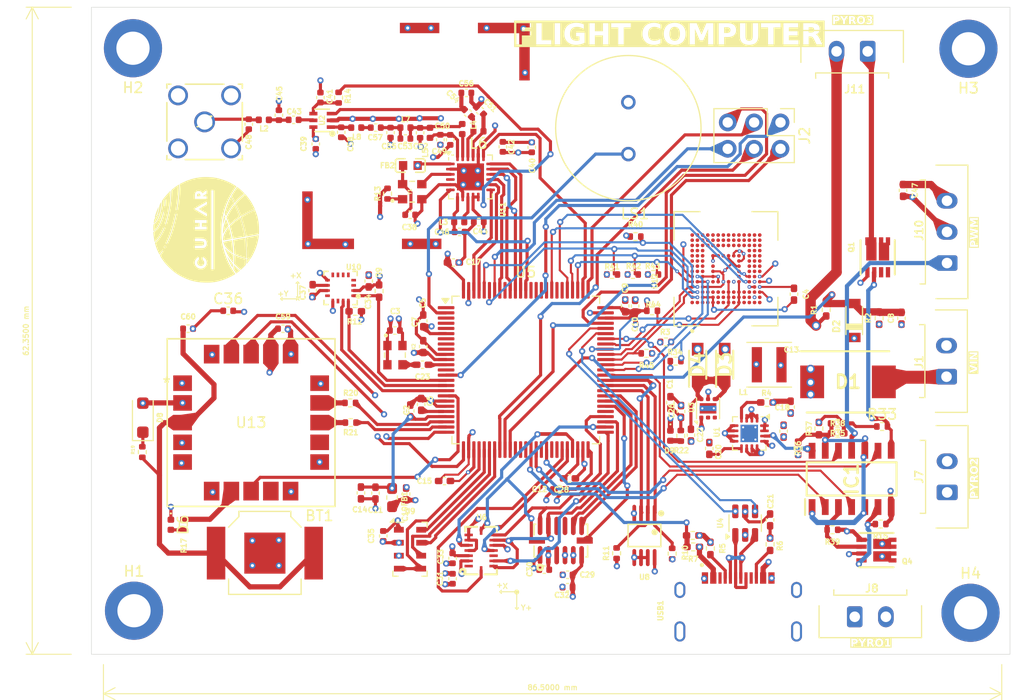
<source format=kicad_pcb>
(kicad_pcb (version 20240108) (generator "pcbnew") (generator_version "8.0")
  (layers (0 "F.Cu" signal) (1 "In1.Cu" power) (2 "In2.Cu" power) (31 "B.Cu" signal) (34 "B.Paste" user) (35 "F.Paste" user) (36 "B.SilkS" user "B.Silkscreen") (37 "F.SilkS" user "F.Silkscreen") (38 "B.Mask" user) (39 "F.Mask" user) (44 "Edge.Cuts" user))
  (net 0 "")
  (net 1 "BAT_LEVEL")
  (net 2 "VBAT-")
  (net 3 "+5V")
  (net 4 "VBAT+")
  (net 5 "Net-(U1-SS{slash}TR)")
  (net 6 "Net-(D3-K)")
  (net 7 "VBUS")
  (net 8 "+3.3V")
  (net 9 "Net-(U10-CAP)")
  (net 10 "Net-(Y1-VDD)")
  (net 11 "Net-(C43-Pad1)")
  (net 12 "Net-(U2-CTRL)")
  (net 13 "Net-(U2-RFC)")
  (net 14 "Net-(U11-VREG)")
  (net 15 "Net-(U11-VR_PA)")
  (net 16 "Net-(U11-RFI_P)")
  (net 17 "Net-(C52-Pad1)")
  (net 18 "Net-(C53-Pad2)")
  (net 19 "Net-(U11-RFI_N)")
  (net 20 "RF2")
  (net 21 "Net-(C57-Pad2)")
  (net 22 "RF1")
  (net 23 "Backup")
  (net 24 "Net-(D6-A)")
  (net 25 "Net-(D8-K)")
  (net 26 "Net-(D1-A)")
  (net 27 "COMPANION_TX")
  (net 28 "COMPANION_RX")
  (net 29 "nRST")
  (net 30 "SWDIO")
  (net 31 "BOOT0")
  (net 32 "SWCLK")
  (net 33 "ANT_SW")
  (net 34 "PPS")
  (net 35 "Net-(L1-Pad2)")
  (net 36 "Net-(U1-PG)")
  (net 37 "Net-(USB1-CC2)")
  (net 38 "Net-(USB1-CC1)")
  (net 39 "BCD")
  (net 40 "MMC5983MA_SCL")
  (net 41 "TMP275_SDA")
  (net 42 "TMP275_SCL")
  (net 43 "MMC5983MA_SDA")
  (net 44 "XTA")
  (net 45 "GNSS_RX")
  (net 46 "Net-(U13-RXD)")
  (net 47 "Net-(U13-TXD)")
  (net 48 "GNSS_TX")
  (net 51 "D+")
  (net 52 "USB_DP")
  (net 53 "USB_DN")
  (net 54 "D-")
  (net 55 "BMI088_ACCEL_CS")
  (net 56 "MMC5983MA_INT")
  (net 58 "HSE_OUT")
  (net 59 "MS5607_MISO")
  (net 60 "Net-(D9-A)")
  (net 61 "PWM_D")
  (net 62 "Net-(U12-NC__30)")
  (net 63 "ADXL375_CS")
  (net 64 "SX1262_DIO3")
  (net 65 "SX1262_MISO")
  (net 66 "SX1262_MOSI")
  (net 67 "PWM_A")
  (net 68 "ADXL375_INT2")
  (net 69 "EMMC_DAT5")
  (net 70 "SX1262_DIO1")
  (net 71 "EMMC_DAT3")
  (net 73 "SERVO_A")
  (net 75 "EMMC_DAT4")
  (net 76 "GNSS_SafeBoot")
  (net 81 "EMMC_CMD")
  (net 82 "SX1262_DIO2")
  (net 83 "VREF+")
  (net 84 "EMMC_RSTN")
  (net 85 "MS5607_NSS")
  (net 86 "SX1262_RST")
  (net 87 "Net-(U5-VCAP)")
  (net 89 "PWM_B")
  (net 90 "GNSS_INT")
  (net 93 "HSE_IN")
  (net 94 "MS5607_SCLK")
  (net 95 "SX1262_BUSY")
  (net 96 "TMP275_ALERT")
  (net 97 "ADXL375_INT1")
  (net 98 "EMMC_DAT0")
  (net 99 "BMI088_GYRO_CS")
  (net 100 "SX1262_NSS")
  (net 102 "MS5607_MOSI")
  (net 103 "EMMC_DAT6")
  (net 104 "SX1262_SCK")
  (net 105 "EMMC_DAT1")
  (net 106 "EMMC_DAT2")
  (net 108 "GNSS_Reset")
  (net 109 "EMMC_CLK")
  (net 112 "EMMC_DAT7")
  (net 113 "BMI088_GYRO_INT")
  (net 114 "BMI088_ACCEL_INT")
  (net 126 "ADXL375_SDI")
  (net 127 "ADXL375_SDO")
  (net 129 "ADXL375_SCLK")
  (net 132 "EMMC_DATASTROBE")
  (net 134 "Net-(X2-OUTPUT)")
  (net 136 "PWM_Buzzer")
  (net 166 "Net-(U11-DCC_SW)")
  (net 167 "Net-(U11-RFO)")
  (net 168 "Net-(Y1-TRI-STATE)")
  (net 175 "PYRO_C")
  (net 176 "/PWM_PD")
  (net 177 "PYRO_B")
  (net 178 "PWM_C")
  (net 179 "PYRO_A")
  (net 180 "Net-(J7-Pin_1)")
  (net 181 "Net-(J8-Pin_1)")
  (net 183 "Net-(J11-Pin_1)")
  (net 264 "Net-(C48-Pad2)")
  (net 265 "Net-(Q1-Pad10)")
  (footprint "Connector_Molex:Molex_Micro-Fit_3.0_43650-0215_1x02_P3.00mm_Vertical" (layer "F.Cu") (at 165 56.85 180)
    (property "Reference" "J11")
    (property "Value" "Conn_01x02_Socket" (hide yes))
  )
  (footprint "MountingHole:MountingHole_3.2mm_M3_DIN965_Pad" (layer "F.Cu") (at 174.9 110.95)
    (property "Reference" "H4")
    (property "Value" "MountingHole")
  )
  (footprint "Resistor_SMD:R_0402_1005Metric_Pad0.72x0.64mm_HandSolder" (layer "F.Cu") (at 160.3 93.2 90)
    (property "Reference" "R37")
    (property "Value" "470R" (hide yes))
  )
  (footprint "Capacitor_SMD:C_0402_1005Metric" (layer "F.Cu") (at 136.1 108.49)
    (property "Reference" "C32")
    (property "Value" "100nF" (hide yes))
  )
  (footprint "Capacitor_SMD:C_0402_1005Metric_Pad0.74x0.62mm_HandSolder" (layer "F.Cu") (at 147.025 91.55 -90)
    (property "Reference" "C26")
    (property "Value" "2.2uF" (hide yes))
  )
  (footprint "Capacitor_SMD:C_0402_1005Metric" (layer "F.Cu") (at 126.5 62.8 135)
    (property "Reference" "C54")
    (property "Value" "2.4pF" (hide yes))
  )
  (footprint "Capacitor_SMD:C_0402_1005Metric" (layer "F.Cu") (at 117.63 64.2 180)
    (property "Reference" "C57")
    (property "Value" "39pF" (hide yes))
  )
  (footprint "Capacitor_SMD:C_0402_1005Metric" (layer "F.Cu") (at 99.555 83.575)
    (property "Reference" "C60")
    (property "Value" "1.0 µF" (hide yes))
  )
  (footprint "Resistor_SMD:R_0402_1005Metric" (layer "F.Cu") (at 115.175 90.725 180)
    (property "Reference" "R20")
    (property "Value" "470" (hide yes))
  )
  (footprint "Package_QFP:LQFP-100_14x14mm_P0.5mm" (layer "F.Cu") (at 132.075 87.55)
    (property "Reference" "U5")
    (property "Value" "STM32U575VGTx")
  )
  (footprint "Capacitor_SMD:C_0402_1005Metric_Pad0.74x0.62mm_HandSolder" (layer "F.Cu") (at 125.1 77.2 180)
    (property "Reference" "C17")
    (property "Value" "100n" (hide yes))
  )
  (footprint "MOSFET:TRANS_SI7232DN-T1-GE3" (layer "F.Cu") (at 165.835 104.91)
    (property "Reference" "Q4")
    (property "Value" "SI7232DN-T1-GE3" (hide yes))
  )
  (footprint "Capacitor_SMD:C_0402_1005Metric_Pad0.74x0.62mm_HandSolder" (layer "F.Cu") (at 135.35 99.05 180)
    (property "Reference" "C12")
    (property "Value" "100n" (hide yes))
  )
  (footprint "Package_LGA:LGA-8_3x5mm_P1.25mm" (layer "F.Cu") (at 120.92625 104.82375)
    (property "Reference" "U9")
    (property "Value" "MS5607-02BA" (hide yes))
  )
  (footprint "Capacitor_SMD:C_0402_1005Metric" (layer "F.Cu") (at 125.7 74.25)
    (property "Reference" "C46")
    (property "Value" "470nF" (hide yes))
  )
  (footprint "Connector_Molex:Molex_Micro-Fit_3.0_43650-0315_1x03_P3.00mm_Vertical" (layer "F.Cu") (at 172.635 77.25 90)
    (property "Reference" "J10")
    (property "Value" "Conn_01x03_Socket" (hide yes))
  )
  (footprint "Resistor_SMD:R_0402_1005Metric" (layer "F.Cu") (at 145.56 84.85)
    (property "Reference" "R3")
    (property "Value" "10K" (hide yes))
  )
  (footprint "Connector_PinHeader_2.54mm:PinHeader_2x03_P2.54mm_Vertical" (layer "F.Cu") (at 156.6 63.7 -90)
    (property "Reference" "J2")
    (property "Value" "Conn_02x03_Counter_Clockwise" (hide yes))
  )
  (footprint "Capacitor_SMD:C_0402_1005Metric_Pad0.74x0.62mm_HandSolder" (layer "F.Cu") (at 116.2 99.4 -90)
    (property "Reference" "C14")
    (property "Value" "1μ" (hide yes))
  )
  (footprint "Resistor_SMD:R_0402_1005Metric" (layer "F.Cu") (at 166.39 93)
    (property "Reference" "R33")
    (property "Value" "3.3K" (hide yes))
  )
  (footprint "Samacsys:DIOM7959X262N" (layer "F.Cu") (at 163.1 88.7)
    (property "Reference" "D1")
    (property "Value" "SS34" (hide yes))
  )
  (footprint "Capacitor_SMD:C_0402_1005Metric" (layer "F.Cu") (at 132.65 66.1 -90)
    (property "Reference" "C40")
    (property "Value" "1uF" (hide yes))
  )
  (footprint "Buzzer:BUZZER_PS1440P02BT" (layer "F.Cu") (at 141.95 64.25 180)
    (property "Reference" "LS1")
    (property "Value" "PS1440P02BT" (hide yes))
  )
  (footprint "Inductor_SMD:L_0402_1005Metric" (layer "F.Cu") (at 125.95 64.335 90)
    (property "Reference" "L4")
    (property "Value" "0R" (hide yes))
  )
  (footprint "Samacsys:SOIC127P600X175-14N" (layer "F.Cu") (at 163.45 98.05 90)
    (property "Reference" "IC1")
    (property "Value" "SN74HCT125DR" (hide yes))
  )
  (footprint "Inductor_SMD:L_Coilcraft_XxL4020" (layer "F.Cu") (at 155.51 87.05 180)
    (property "Reference" "L1")
    (property "Value" "2.2uH" (hide yes))
  )
  (footprint "Resistor_SMD:R_0402_1005Metric_Pad0.72x0.64mm_HandSolder" (layer "F.Cu") (at 149.85 104.75 -90)
    (property "Reference" "R5")
    (property "Value" "5.1k" (hide yes))
  )
  (footprint "Resistor_SMD:R_0402_1005Metric" (layer "F.Cu") (at 143.7 85.95 180)
    (property "Reference" "R45")
    (property "Value" "10K" (hide yes))
  )
  (footprint "Resistor_SMD:R_0402_1005Metric_Pad0.72x0.64mm_HandSolder" (layer "F.Cu") (at 148.15 103.5)
    (property "Reference" "R8" (hide yes))
    (property "Value" "22k" (hide yes))
  )
  (footprint "Package_TO_SOT_SMD:SOT-23-6" (layer "F.Cu") (at 153.2 102.3125 90)
    (property "Reference" "U4")
    (property "Value" "USBLC6-2SC6" (hide yes))
  )
  (footprint "EasyEDA:LGA-16_L4.5-W3.0-P0.50-BL" (layer "F.Cu") (at 127.775 104.95)
    (property "Reference" "U6")
    (property "Value" "BMI088" (hide yes))
  )
  (footprint "LOGO" (layer "F.Cu") (at 101.3 74.05 90)
    (property "Reference" "LOGO" (hide yes))
    (property "Value" "LOGO" (hide yes))
  )
  (footprint "Capacitor_SMD:C_0402_1005Metric" (layer "F.Cu") (at 124.8 65.38 -90)
    (property "Reference" "C49")
    (property "Value" "47nF" (hide yes))
  )
  (footprint "Inductor_SMD:L_0402_1005Metric" (layer "F.Cu") (at 120.485 64.2 180)
    (property "Reference" "L7")
    (property "Value" "2.5nH" (hide yes))
  )
  (footprint "Resistor_SMD:R_0402_1005Metric_Pad0.72x0.64mm_HandSolder" (layer "F.Cu") (at 155.295 90.6825 180)
    (property "Reference" "R4")
    (property "Value" "100k" (hide yes))
  )
  (footprint "Resistor_SMD:R_0402_1005Metric_Pad0.72x0.64mm_HandSolder" (layer "F.Cu") (at 158.3 95.1 -90)
    (property "Reference" "R36")
    (property "Value" "470R" (hide yes))
  )
  (footprint "Capacitor_SMD:C_0402_1005Metric" (layer "F.Cu") (at 119.47 83.75 180)
    (property "Reference" "C3")
    (property "Value" "100nF" (hide yes))
  )
  (footprint "Capacitor_SMD:C_0402_1005Metric_Pad0.74x0.62mm_HandSolder" (layer "F.Cu") (at 156.9 93.45 -90)
    (property "Reference" "C18")
    (property "Value" "10uF" (hide yes))
  )
  (footprint "Capacitor_SMD:C_0402_1005Metric" (layer "F.Cu") (at 103.42 81.85)
    (property "Reference" "C36")
    (property "Value" "100nF" (hide yes))
  )
  (footprint "Capacitor_SMD:C_0402_1005Metric" (layer "F.Cu") (at 111.85 65.77 90)
    (property "Reference" "C39")
    (property "Value" "10nF" (hide yes))
  )
  (footprint "Package_DFN_QFN:VQFN-16-1EP_3x3mm_P0.5mm_EP1.68x1.68mm_ThermalVias" (layer "F.Cu") (at 153.595 93.67 -90)
    (property "Reference" "U1")
    (property "Value" "TPS62153" (hide yes))
  )
  (footprint "Resistor_SMD:R_0402_1005Metric_Pad0.72x0.64mm_HandSolder" (layer "F.Cu") (at 115.6525 81.9)
    (property "Reference" "R12")
    (property "Value" "2.7k" (hide yes))
  )
  (footprint "Capacitor_SMD:C_0402_1005Metric_Pad0.74x0.62mm_HandSolder" (layer "F.Cu") (at 122.1325 87.05 180)
    (property "Reference" "C23")
    (property "Value" "10nF" (hide yes))
  )
  (footprint "Resistor_SMD:R_0402_1005Metric_Pad0.72x0.64mm_HandSolder" (layer "F.Cu") (at 162.1025 92.7)
    (property "Reference" "R38")
    (property "Value" "470R" (hide yes))
  )
  (footprint "Capacitor_SMD:C_0402_1005Metric_Pad0.74x0.62mm_HandSolder" (layer "F.Cu") (at 111.55 79.9 -90)
    (property "Reference" "C37")
    (property "Value" "10uF" (hide yes))
  )
  (footprint "TXTO:OSC_ECS-TXO-2520-33-320-AN-TR" (layer "F.Cu") (at 121.1375 70.375)
    (property "Reference" "Y1")
    (property "Value" "32 MHz TCXO")
  )
  (footprint "MOSFET:TRANS_SI7232DN-T1-GE3" (layer "F.Cu") (at 165.96 76.7 90)
    (property "Reference" "Q1")
    (property "Value" "SI7232DN-T1-GE3" (hide yes))
  )
  (footprint "EasyEDA:SC-70-6_L2.2-W1.3-P0.65-LS2.1-BL" (layer "F.Cu") (at 112.46 63.5 90)
    (property "Reference" "U2")
    (property "Value" "PE4259-63" (hide yes))
  )
  (footprint "Resistor_SMD:R_0402_1005Metric" (layer "F.Cu") (at 146.5 86.7)
    (property "Reference" "R34")
    (property "Value" "10K" (hide yes))
  )
  (footprint "Capacitor_SMD:C_0402_1005Metric" (layer "F.Cu") (at 127.660589 62.560589 -45)
    (property "Reference" "C51")
    (property "Value" "1.8pF" (hide yes))
  )
  (footprint "Capacitor_SMD:C_0402_1005Metric_Pad0.74x0.62mm_HandSolder" (layer "F.Cu") (at 168.25 82.5675 90)
    (property "Reference" "C8")
    (property "Value" "100nF" (hide yes))
  )
  (footprint "Resistor_SMD:R_0402_1005Metric" (layer "F.Cu") (at 146.17 105.25 90)
    (property "Reference" "R10")
    (property "Value" "2.7k" (hide yes))
  )
  (footprint "Inductor_SMD:L_0402_1005Metric" (layer "F.Cu") (at 125.665 73.3)
    (property "Reference" "L3")
    (property "Value" "15nH" (hide yes))
  )
  (footprint "Lora_shield:LAIRD_BMI-S-209-F" (layer "F.Cu") (at 116.75 64.3)
    (property "Reference" "J9" (hide yes))
    (property "Value" "BMI-S-209-F" (hide yes))
  )
  (footprint "Resistor_SMD:R_0402_1005Metric" (layer "F.Cu") (at 140.39 78.35)
    (property "Reference" "R41")
    (property "Value" "10K" (hide yes))
  )
  (footprint "Capacitor_SMD:C_0402_1005Metric" (layer "F.Cu") (at 109.72 63.45)
    (property "Reference" "C43")
    (property "Value" "39pF" (hide yes))
  )
  (footprint "Capacitor_SMD:C_0402_1005Metric_Pad0.74x0.62mm_HandSolder" (layer "F.Cu") (at 136.2825 98)
    (property "Reference" "C28")
    (property "Value" "4.7μ" (hide yes))
  )
  (footprint "Resistor_SMD:R_0402_1005Metric_Pad0.72x0.64mm_HandSolder" (layer "F.Cu") (at 166.1 82.5525 -90)
    (property "Reference" "R2")
    (property "Value" "47k" (hide yes))
  )
  (footprint "Capacitor_SMD:C_0402_1005Metric_Pad0.74x0.62mm_HandSolder" (layer "F.Cu") (at 141.65 81.3825 90)
    (property "Reference" "C9")
    (property "Value" "100n" (hide yes))
  )
  (footprint "Package_SON:WSON-6-1EP_2x2mm_P0.65mm_EP1x1.6mm_ThermalVias" (layer "F.Cu") (at 149.625 91.25 90)
    (property "Reference" "U3")
    (property "Value" "LP5912Q3.3DRVRQ1" (hide yes))
  )
  (footprint "Capacitor_SMD:C_0402_1005Metric" (layer "F.Cu") (at 121.9 64.7 -90)
    (property "Reference" "C52")
    (property "Value" "5.6pF" (hide yes))
  )
  (footprint "Diode_SMD:D_SOD-123F" (layer "F.Cu") (at 95.2 92.15 90)
    (property "Reference" "D8")
    (property "Value" "0.5A/40V" (hide yes))
  )
  (footprint "EasyEDA:LGA-16_L3.0-W3.0-P0.50-BL_SQ" (layer "F.Cu") (at 114.24 79.65 90)
    (property "Reference" "U10")
    (property "Value" "MMC5983MA" (hide yes))
  )
  (footprint "Capacitor_SMD:C_0402_1005Metric" (layer "F.Cu") (at 120.9425 72.6)
    (property "Reference" "C38")
    (property "Value" "10nF" (hide yes))
  )
  (footprint "Resistor_SMD:R_0402_1005Metric" (layer "F.Cu") (at 166.24 102.4 180)
    (property "Reference" "R15")
    (property "Value" "3.3K" (hide yes))
  )
  (footprint "Resistor_SMD:R_0402_1005Metric" (layer "F.Cu") (at 114.05 61.31 -90)
    (property "Reference" "R14")
    (property "Value" "100" (hide yes))
  )
  (footprint "LED_SMD:LED_0402_1005Metric" (layer "F.Cu") (at 97.9 102.4675 -90)
    (property "Reference" "D6")
    (property "Value" "LED" (hide yes))
  )
  (footprint "Samacsys:SODFL3616X98N" (layer "F.Cu") (at 151.225 87.05 90)
    (property "Reference" "D3")
    (property "Value" "NRVB120VLSFT1G" (hide yes))
  )
  (footprint "Capacitor_SMD:C_0402_1005Metric_Pad0.74x0.62mm_HandSolder" (layer "F.Cu") (at 117.6 99.4175 -90)
    (property "Reference" "C11")
    (property "Value" "100n" (hide yes))
  )
  (footprint "Capacitor_SMD:C_0402_1005Metric" (layer "F.Cu") (at 133.85 106.8)
    (property "Reference" "C30")
    (property "Value" "100nF" (hide yes))
  )
  (footprint "Capacitor_SMD:C_0402_1005Metric" (layer "F.Cu") (at 114.3 64.65 90)
    (property "Reference" "C58")
    (property "Value" "1.8pF" (hide yes))
  )
  (footprint "Inductor_SMD:L_0402_1005Metric" (layer "F.Cu") (at 127.515 64.55 180)
    (property "Reference" "L6")
    (property "Value" "15nH" (hide yes))
  )
  (footprint "Resistor_SMD:R_0402_1005Metric" (layer "F.Cu") (at 115.215 92.625 180)
    (property "Reference" "R21")
    (property "Value" "470" (hide yes))
  )
  (footprint "EasyEDA:LGA-14_L5.0-W3.0-P0.80-BL" (layer "F.Cu") (at 135.45 103.99)
    (property "Reference" "U7" (hide yes))
    (property "Value" "ADXL375BCCZ-RL7" (hide yes))
  )
  (footprint "Capacitor_SMD:C_0402_1005Metric_Pad0.74x0.62mm_HandSolder" (layer "F.Cu") (at 142.6 81.4 90)
    (property "Reference" "C10")
    (property "Value" "100n" (hide yes))
  )
  (footprint "EMMC:BGA153N50P14X14_1000X1100X80" (layer "F.Cu") (at 151.35 77.8 90)
    (property "Reference" "U12")
    (property "Value" "THGBMNG5D1LBAIT" (hide yes))
  )
  (footprint "Connector_Molex:Molex_Micro-Fit_3.0_43650-0215_1x02_P3.00mm_Vertical" (layer "F.Cu") (at 163.75 111.335)
    (property "Reference" "J8")
    (property "Value" "Conn_01x02_Socket" (hide yes))
  )
  (footprint "SAM-M10Q:SAM-M10Q_UBL" (layer "F.Cu") (at 105.625001 92.625002)
    (property "Reference" "U13")
    (property "Value" "SAM-M10Q-00B" (hide yes))
  )
  (footprint "zener_diode:SOD3716X135N" (layer "F.Cu") (at 163.7 82.785 90)
    (property "Reference" "D2")
    (property "Value" "MMSZ4683T1G")
  )
  (footprint "Resistor_SMD:R_0402_1005Metric" (layer "F.Cu") (at 118.7625 70.56 -90)
    (property "Reference" "R13")
    (property "Value" "10k" (hide yes))
  )
  (footprint "Resistor_SMD:R_0402_1005Metric" (layer "F.Cu") (at 142.39 78.35)
    (property "Reference" "R42")
    (property "Value" "10K" (hide yes))
  )
  (footprint "Capacitor_SMD:C_0402_1005Metric" (layer "F.Cu") (at 120.48 65.25 180)
    (property "Reference" "C53")
    (property "Value" "3.0pF" (hide yes))
  )
  (footprint "Inductor_SMD:L_0603_1608Metric_Pad1.05x0.95mm_HandSolder" (layer "F.Cu") (at 119.2 99.85 90)
    (property "Reference" "FB1")
    (property "Value" "100R" (hide yes))
  )
  (footprint "MountingHole:MountingHole_3.2mm_M3_DIN965_Pad" (layer "F.Cu") (at 94.25 56.55 180)
    (property "Reference" "H2")
    (property "Value" "MountingHole")
  )
  (footprint "Capacitor_SMD:C_0402_1005Metric" (layer "F.Cu") (at 112.3 61.3 -90)
    (property "Reference" "C41")
    (property "Value" "1nF" (hide yes))
  )
  (footprint "SMA_connector:CONN_RF2-04A-T-00-50-G_ADM" (layer "F.Cu") (at 101.1473 63.6473)
    (property "Reference" "J3")
    (property "Value" "RF2-04A-T-00-50-G" (hide yes))
  )
  (footprint "Resistor_SMD:R_0402_1005Metric_Pad0.72x0.64mm_HandSolder" (layer "F.Cu") (at 155.6 104.3475 90)
    (property "Reference" "R6")
    (property "Value" "5.1k" (hide yes))
  )
  (footprint "Resistor_SMD:R_0402_1005Metric" (layer "F.Cu") (at 144.34 78.35)
    (property "Reference" "R43")
    (property "Value" "10K" (hide yes))
  )
  (footprint "Inductor_SMD:L_0402_1005Metric" (layer "F.Cu") (at 106.85 63.45 180)
    (property "Reference" "L2")
    (property "Value" "9.1nH" (hide yes))
  )
  (footprint "Capacitor_SMD:C_0402_1005Metric_Pad0.74x0.62mm_HandSolder" (layer "F.Cu") (at 122 90.8675 90)
    (property "Reference" "C6")
    (property "Value" "1μ" (hide yes))
  )
  (footprint "Capacitor_SMD:C_0402_1005Metric" (layer "F.Cu") (at 123.85 65.37 -90)
    (property "Reference" "C50")
    (property "Value" "47nF" (hide yes))
  )
  (footprint "Capacitor_SMD:C_0402_1005Metric" (layer "F.Cu") (at 129.8625 66.05 -90)
    (property "Reference" "C42")
    (property "Value" "100nF" (hide yes))
  )
  (footprint "Battery3V_holder:BAT_3098" (layer "F.Cu") (at 106.95 105.2)
    (property "Reference" "BT1")
    (property "Value" "3098" (hide yes))
  )
  (footprint "Inductor_SMD:L_0402_1005Metric" (layer "F.Cu") (at 122.85 64.7 -90)
    (property "Reference" "L5")
    (property "Value" "47nH" (hide yes))
  )
  (footprint "Capacitor_SMD:C_0402_1005Metric_Pad0.74x0.62mm_HandSolder" (layer "F.Cu") (at 155.6 102 90)
    (property "Reference" "C21")
    (property "Value" "10uF" (hide yes))
  )
  (footprint "Capacitor_SMD:C_0402_1005Metric_Pad0.74x0.62mm_HandSolder" (layer "F.Cu") (at 149.745 95.115 -90)
    (property "Reference" "C20")
    (property "Value" "3.3pF" (hide yes))
  )
  (footprint "Connector_Molex:Molex_Micro-Fit_3.0_43650-0215_1x02_P3.00mm_Vertical" (layer "F.Cu") (at 172.585 88.2 90)
    (property "Reference" "J1")
    (property "Value" "Molex Microfit" (hide yes))
  )
  (footprint "Connector_Molex:Molex_Micro-Fit_3.0_43650-0215_1x02_P3.00mm_Vertical" (layer "F.Cu") (at 172.65 99.35 90)
    (property "Reference" "J7")
    (property "Value" "Conn_01x02_Socket" (hide yes))
  )
  (footprint "Package_DFN_QFN:QFN-24-1EP_4x4mm_P0.5mm_EP2.6x2.6mm" (layer "F.Cu") (at 126.75 68.95)
    (property "Reference" "U11")
    (property "Value" "SX1262IMLTRT" (hide yes))
  )
  (footprint "Capacitor_SMD:C_0402_1005Metric_Pad0.74x0.62mm_HandSolder" (layer "F.Cu") (at 122.2 85.3 90)
    (property "Reference" "C7")
    (property "Value" "100n" (hide yes))
  )
  (footprint "Capacitor_SMD:C_0402_1005Metric_Pad0.74x0.62mm_HandSolder" (layer "F.Cu") (at 124.25 98.25 180)
    (property "Reference" "C15")
    (property "Value" "100n" (hide yes))
  )
  (footprint "MountingHole:MountingHole_3.2mm_M3_DIN965_Pad" (layer "F.Cu") (at 174.7 56.6 180)
    (property "Reference" "H3")
    (property "Value" "MountingHole")
  )
  (footprint "Capacitor_SMD:C_0402_1005Metric_Pad0.74x0.62mm_HandSolder" (layer "F.Cu") (at 120.95 91.5 90)
    (property "Reference" "C2")
    (property "Value" "100n" (hide yes))
  )
  (footprint "Resistor_SMD:R_0402_1005Metric_Pad0.72x0.64mm_HandSolder" (layer "F.Cu") (at 148.2 104.6 180)
    (property "Reference" "R7")
    (property "Value" "10k" (hide yes))
  )
  (footprint "Capacitor_SMD:C_0402_1005Metric_Pad0.74x0.62mm_HandSolder" (layer "F.Cu") (at 168.4 70.25 -90)
    (property "Reference" "C47")
    (property "Value" "100uF" (hide yes))
  )
  (footprint "Capacitor_SMD:C_0402_1005Metric" (layer "F.Cu") (at 125.025 107.67 -90)
    (property "Reference" "C31")
    (property "Value" "100nF" (hide yes))
  )
  (footprint "Resistor_SMD:R_0402_1005Metric" (layer "F.Cu") (at 95.15 95.46 -90)
    (property "Reference" "R19")
    (property "Value" "3.3k" (hide yes))
  )
  (footprint "Resistor_SMD:R_0402_1005Metric" (layer "F.Cu") (at 142.64 74.7)
    (property "Reference" "R40")
    (property "Value" "10K" (hide yes))
  )
  (footprint "Samacsys:SODFL3616X98N" (layer "F.Cu") (at 148.625 87.05 90)
    (property "Reference" "D4")
    (property "Value" "NRVB120VLSFT1G" (hide yes))
  )
  (footprint "USBC:AMPHENOL_10172013-00011LF" (layer "F.Cu") (at 152.52825 112.75)
    (property "Reference" "USB1")
    (property "Value" "10172013-00011LF" (hide yes))
  )
  (footprint "Capacitor_SMD:C_0402_1005Metric" (layer "F.Cu") (at 118.35125 103.54875 90)
    (property "Reference" "C35")
    (property "Value" "100nF" (hide yes))
  )
  (footprint "Capacitor_SMD:C_0402_1005Metric_Pad0.74x0.62mm_HandSolder" (layer "F.Cu") (at 120.55 99.5 90)
    (property "Reference" "C19")
    (property "Value" "1μ" (hide yes))
  )
  (footprint "Capacitor_SMD:C_0402_1005Metric_Pad0.74x0.62mm_HandSolder" (layer "F.Cu") (at 147.975 93.8325 -90)
    (property "Reference" "C22")
    (property "Value" "100uF" (hide yes))
  )
  (footprint "EasyEDA:VSSOP-8_L3.0-W3.0-P0.65-LS5.0-BL" (layer "F.Cu") (at 143.5 103.5 180)
    (property "Reference" "U8")
    (property "Value" "TMP275AIDGKR VSSOP8" (hide yes))
  )
  (footprint "MountingHole:MountingHole_3.2mm_M3_DIN965_Pad" (layer "F.Cu") (at 94.35 110.75)
    (property "Reference" "H1")
    (property "Value" "MountingHole")
  )
  (footprint "Capacitor_SMD:C_0402_1005Metric_Pad0.74x0.62mm_HandSolder" (layer "F.Cu") (at 122.2 82.8175 90)
    (property "Reference" "C5")
    (property "Value" "100n" (hide yes))
  )
  (footprint "Resistor_SMD:R_0402_1005Metric_Pad0.72x0.64mm_HandSolder" (layer "F.Cu") (at 162.1025 93.65)
    (property "Reference" "R35")
    (property "Value" "470R" (hide yes))
  )
  (footprint "Capacitor_SMD:C_0402_1005Metric_Pad0.74x0.62mm_HandSolder" (layer "F.Cu") (at 116.95 78.9825 -90)
    (property "Reference" "C34")
    (property "Value" "1uF" (hide yes))
  )
  (footprint "Capacitor_SMD:C_0402_1005Metric" (layer "F.Cu") (at 126.35 60.85 180)
    (property "Reference" "C56")
    (property "Value" "2.4pF" (hide yes))
  )
  (footprint "Capacitor_SMD:C_0402_1005Metric" (layer "F.Cu") (at 108.3 63 -90)
    (property "Reference" "C45")
    (property "Value" "3.3pF" (hide yes))
  )
  (footprint "Capacitor_SMD:C_0402_1005Metric_Pad0.74x0.62mm_HandSolder" (layer "F.Cu") (at 157.9 80.25 -90)
    (property "Reference" "C4")
    (property "Value" "0.1µF" (hide yes))
  )
  (footprint "Resistor_SMD:R_0402_1005Metric_Pad0.72x0.64mm_HandSolder" (layer "F.Cu") (at 161 81.7525 90)
    (property "Reference" "R1")
    (property "Value" "10k" (hide yes))
  )
  (footprint "Resistor_SMD:R_0402_1005Metric" (layer "F.Cu") (at 140.82 105.21 90)
    (property "Reference" "R11")
    (property "Value" "2.7k" (hide yes))
  )
  (footprint "Capacitor_SMD:C_0402_1005Metric" (layer "F.Cu") (at 125.025 105.7 -90)
    (property "Reference" "C33")
    (property "Value" "100nF" (hide yes))
  )
  (footprint "Resistor_SMD:R_0402_1005Metric_Pad0.72x0.64mm_HandSolder" (layer "F.Cu") (at 117.95 79.95 -90)
    (property "Reference" "R9")
    (property "Value" "2.7k" (hide yes))
  )
  (footprint "Resistor_SMD:R_0402_1005Metric" (layer "F.Cu") (at 147 93.9 -90)
    (property "Reference" "R22")
    (property "Value" "1k" (hide yes))
  )
  (footprint "Capacitor_SMD:C_0402_1005Metric" (layer "F.Cu") (at 127.55 73.3 180)
    (property "Reference" "C44")
    (property "Value" "10nF" (hide yes))
  )
  (footprint "Capacitor_SMD:C_0402_1005Metric" (layer "F.Cu") (at 108.695001 83.575002)
    (property "Reference" "C59")
    (property "Value" "1.0 µF" (hide yes))
  )
  (footprint "Capacitor_SMD:C_0402_1005Metric" (layer "F.Cu") (at 136.1 107.29)
    (property "Reference" "C29")
    (property "Value" "10uF" (hide yes))
  )
  (footprint "Resistor_SMD:R_0402_1005Metric" (layer "F.Cu") (at 144.24 81.85)
    (property "Reference" "R44")
    (property "Value" "10K" (hide yes))
  )
  (footprint "Resistor_SMD:R_0402_1005Metric" (layer "F.Cu") (at 99.1 102.45 -90)
    (property "Reference" "R17")
    (property "Value" "1k" (hide yes))
  )
  (footprint "Capacitor_SMD:C_0402_1005Metric" (layer "F.Cu") (at 105.4 63.87 90)
    (property "Reference" "C48")
    (property "Value" "3.3pF" (hide yes))
  )
  (footprint "Resistor_SMD:R_0402_1005Metric" (layer "F.Cu") (at 161.6 102.95 180)
    (property "Reference" "R39")
    (property "Value" "3.3K" (hide yes))
  )
  (footprint "Capacitor_SMD:C_0402_1005Metric_Pad0.74x0.62mm_HandSolder" (layer "F.Cu") (at 146 90.7 90)
    (property "Reference" "C1")
    (property "Value" "10μ" (hide yes))
  )
  (footprint "Capacitor_SMD:C_0402_1005Metric_Pad0.74x0.62mm_HandSolder" (layer "F.Cu") (at 157.575 91.1325 90)
    (property "Reference" "C13")
    (property "Value" "22uF" (hide yes))
  )
  (footprint "EasyEDA:L0603" (layer "F.Cu") (at 120.9625 67.85)
    (property "Reference" "FB2")
    (property "Value" "BLM18AG601SH1D" (hide yes))
  )
  (footprint "LED_SMD:LED_0402_1005Metric" (layer "F.Cu") (at 146 93.885 -90)
    (property "Reference" "D9")
    (property "Value" "LED" (hide yes))
  )
  (footprint "Capacitor_SMD:C_0402_1005Metric" (layer "F.Cu") (at 119.05 64.68 -90)
    (property "Reference" "C55")
    (property "Value" "5.6pF" (hide yes))
  )
  (footprint "CLOCK:OSC_ECS-TXO-2520-33-320-AN-TR" (layer "F.Cu") (at 119.475 86.125 -90)
    (property "Reference" "X2")
    (property "Value" "ECS-TXO-32CSMV-320-AN-TR")
  )
  (footprint "Inductor_SMD:L_0402_1005Metric" (layer "F.Cu") (at 115.75 64.2 180)
    (property "Reference" "L8")
    (property "Value" "4.7nH" (hide yes))
  )
  (gr_line (start 108.475 80.7) (end 108.625 80.55) (stroke (width 0.1)) (layer "F.SilkS"))
  (gr_line (start 129.575 108.925) (end 129.725 108.775) (stroke (width 0.1)) (layer "F.SilkS"))
  (gr_line (start 131.2 108.95) (end 131.2 110.55) (stroke (width 0.1)) (layer "F.SilkS"))
  (gr_line (start 110.1 79.05) (end 110.25 79.2) (stroke (width 0.1)) (layer "F.SilkS"))
  (gr_line (start 108.625 80.85) (end 108.475 80.7) (stroke (width 0.1)) (layer "F.SilkS"))
  (gr_line (start 131.2 108.925) (end 129.575 108.925) (stroke (width 0.1)) (layer "F.SilkS"))
  (gr_line (start 131.3625 110.47) (end 131.2125 110.62) (stroke (width 0.1)) (layer "F.SilkS"))
  (gr_line (start 131.2125 110.62) (end 131.0625 110.47) (stroke (width 0.1)) (layer "F.SilkS"))
  (gr_line (start 131.2125 110.62) (end 131.3625 110.47) (stroke (width 0.1)) (layer "F.SilkS"))
  (gr_line (start 110.1 80.675) (end 110.1 79.05) (stroke (width 0.1)) (layer "F.SilkS"))
  (gr_line (start 109.95 79.2) (end 110.1 79.05) (stroke (width 0.1)) (layer "F.SilkS"))
  (gr_line (start 110.1 80.7) (end 108.475 80.7) (stroke (width 0.1)) (layer "F.SilkS"))
  (gr_line (start 129.725 109.075) (end 129.575 108.925) (stroke (width 0.1)) (layer "F.SilkS"))
  (gr_line (start 129.575 108.925) (end 129.725 109.075) (stroke (width 0.1)) (layer "F.SilkS"))
  (gr_circle (center 131.2 108.95) (end 131.058579 108.95) (stroke (width 0.2)) (fill none) (layer "F.SilkS"))
  (gr_rect (start 90.25 52.6) (end 178.7 114.95) (stroke (width 0.05)) (fill none) (layer "Edge.Cuts"))
  (gr_text "PYRO1" (at 165.3 113.9 0) (layer "F.SilkS" knockout) (effects (font (size 0.75 0.75) (thickness 0.1875) (bold yes))))
  (gr_text "PWM" (at 175.3 74.3 90) (layer "F.SilkS" knockout) (effects (font (size 0.75 0.75) (thickness 0.1875) (bold yes))))
  (gr_text "VIN" (at 175.25 86.8 90) (layer "F.SilkS" knockout) (effects (font (size 0.75 0.75) (thickness 0.1875) (bold yes))))
  (gr_text "+Y" (at 108.1 80.5 0) (layer "F.SilkS") (effects (font (size 0.5 0.5) (thickness 0.1) (bold yes)) (justify left bottom)))
  (gr_text "+X" (at 109.3 78.75 0) (layer "F.SilkS") (effects (font (size 0.5 0.5) (thickness 0.1) (bold yes)) (justify left bottom)))
  (gr_text "PYRO2" (at 175.3 98 90) (layer "F.SilkS" knockout) (effects (font (size 0.75 0.75) (thickness 0.1875) (bold yes))))
  (gr_text "Y+" (at 131.55 110.75 0) (layer "F.SilkS") (effects (font (size 0.5 0.5) (thickness 0.1) (bold yes)) (justify left bottom)))
  (gr_text "FLIGHT COMPUTER\n" (at 145.8 55.35 0) (layer "F.SilkS" knockout) (effects (font (size 2 2) (thickness 0.3) (bold yes))))
  (gr_text "x" (at 109.85 80.9 0) (layer "F.SilkS") (effects (font (size 0.5 0.5) (thickness 0.1) (bold yes)) (justify left bottom)))
  (gr_text "PYRO3" (at 163.55 53.9 0) (layer "F.SilkS" knockout) (effects (font (size 0.75 0.75) (thickness 0.1875) (bold yes))))
  (gr_text "X+" (at 130.4 108.05 180) (layer "F.SilkS") (effects (font (size 0.5 0.5) (thickness 0.1) (bold yes)) (justify left bottom)))
  (dimension (type aligned) (layer "F.SilkS") (pts (xy 91.405 115.44) (xy 177.905 115.44)) (height 3.31) (gr_text "86.5000 mm" (at 134.655 118.15 0) (layer "F.SilkS") (effects (font (size 0.5 0.5) (thickness 0.1)))) (format (prefix "") (suffix "") (units 3) (units_format 1) (precision 4)) (style (thickness 0.1) (arrow_length 1.27) (text_position_mode 0) (extension_height 0.58642) (extension_offset 0.5) keep_text_aligned))
  (dimension (type aligned) (layer "F.SilkS") (pts (xy 88.804999 52.6) (xy 88.804999 114.95)) (height 4.254999) (gr_text "62.3500 mm" (at 83.95 83.775 90) (layer "F.SilkS") (effects (font (size 0.5 0.5) (thickness 0.1)))) (format (prefix "") (suffix "") (units 3) (units_format 1) (precision 4)) (style (thickness 0.1) (arrow_length 1.27) (text_position_mode 0) (extension_height 0.58642) (extension_offset 0.5) keep_text_aligned))
  (segment (start 166.145 82) (end 166.1 81.955) (width 0.7) (layer "F.Cu") (net 1))
  (segment (start 137.606679 86.393321) (end 130.575 93.425) (width 0.3) (layer "F.Cu") (net 1))
  (segment (start 161 81.155) (end 163.685 81.155) (width 0.7) (layer "F.Cu") (net 1))
  (segment (start 161 80.85) (end 161 81.155) (width 0.7) (layer "F.Cu") (net 1))
  (segment (start 168.25 82) (end 166.145 82) (width 0.7) (layer "F.Cu") (net 1))
  (segment (start 161.55 80.3) (end 161 80.85) (width 0.7) (layer "F.Cu") (net 1))
  (segment (start 130.575 93.425) (end 130.575 95.225) (width 0.3) (layer "F.Cu") (net 1))
  (segment (start 164.485 81.955) (end 166.1 81.955) (width 0.7) (layer "F.Cu") (net 1))
  (segment (start 138.45555 86.393321) (end 137.606679 86.393321) (width 0.3) (layer "F.Cu") (net 1))
  (segment (start 163.685 81.155) (end 164.485 81.955) (width 0.7) (layer "F.Cu") (net 1))
  (via (at 138.45555 86.393321) (size 0.6) (drill 0.3) (layers "F.Cu" "B.Cu") (net 1))
  (via (at 161.55 80.3) (size 0.6) (drill 0.3) (layers "F.Cu" "B.Cu") (net 1))
  (segment (start 153.05 82.45) (end 159.4 82.45) (width 0.3) (layer "B.Cu") (net 1))
  (segment (start 140.312229 88.25) (end 147.25 88.25) (width 0.3) (layer "B.Cu") (net 1))
  (segment (start 147.25 88.25) (end 153.05 82.45) (width 0.3) (layer "B.Cu") (net 1))
  (segment (start 138.45555 86.393321) (end 140.312229 88.25) (width 0.3) (layer "B.Cu") (net 1))
  (segment (start 159.4 82.45) (end 161.55 80.3) (width 0.3) (layer "B.Cu") (net 1))
  (segment (start 114.3 65.13) (end 114.58 65.13) (width 0.3) (layer "F.Cu") (net 2))
  (segment (start 122.0625 71.1) (end 122.3125 71.1) (width 0.3) (layer "F.Cu") (net 2))
  (segment (start 123.49688 86.05) (end 124.4 86.05) (width 0.3) (layer "F.Cu") (net 2))
  (segment (start 162.03 92.03) (end 162.7 92.7) (width 0.3) (layer "F.Cu") (net 2))
  (segment (start 151.6 76.55) (end 151.6 76.797487) (width 0.2) (layer "F.Cu") (net 2))
  (segment (start 162.7 92.7) (end 162.7 93.65) (width 0.4) (layer "F.Cu") (net 2))
  (segment (start 152.02 94.42) (end 151.25 93.65) (width 0.3) (layer "F.Cu") (net 2))
  (segment (start 163.55 92.7) (end 162.755 92.7) (width 0.4) (layer "F.Cu") (net 2))
  (segment (start 127.18 73.4525) (end 126.2 74.4325) (width 0.3) (layer "F.Cu") (net 2))
  (segment (start 169.2175 70.8175) (end 169.3 70.9) (width 0.4) (layer "F.Cu") (net 2))
  (segment (start 118.99 83.75) (end 118.99 83.76) (width 0.3) (layer "F.Cu") (net 2))
  (segment (start 127.18 73.35) (end 127.18 73.4525) (width 0.3) (layer "F.Cu") (net 2))
  (segment (start 126.1 68.35) (end 125.95 68.2) (width 0.3) (layer "F.Cu") (net 2))
  (segment (start 137.575 96.45) (end 137.575 95.225) (width 0.3) (layer "F.Cu") (net 2))
  (segment (start 109.15 83.550001) (end 109.175001 83.575002) (width 0.5) (layer "F.Cu") (net 2))
  (segment (start 97.9 100.75) (end 97.9 101.9825) (width 0.3) (layer "F.Cu") (net 2))
  (segment (start 127.5 67.0125) (end 127.5 66.75) (width 0.3) (layer "F.Cu") (net 2))
  (segment (start 131.35 66.6) (end 129.9325 66.6) (width 0.3) (layer "F.Cu") (net 2))
  (segment (start 134.05 99.7825) (end 134.7825 99.05) (width 0.3) (layer "F.Cu") (net 2))
  (segment (start 124.42 106.18) (end 124.4 106.2) (width 0.3) (layer "F.Cu") (net 2))
  (segment (start 122.95 90.5) (end 123 90.55) (width 0.3) (layer "F.Cu") (net 2))
  (segment (start 149.65 89.65) (end 149.625 90.3625) (width 0.3) (layer "F.Cu") (net 2))
  (segment (start 155.6 102.5675) (end 155.6 103.75) (width 0.3) (layer "F.Cu") (net 2))
  (segment (start 127.8 61.45) (end 127.8 61.742356) (width 0.5) (layer "F.Cu") (net 2))
  (segment (start 154.847487 78.55) (end 154.6 78.55) (width 0.2) (layer "F.Cu") (net 2))
  (segment (start 109.425001 86.025) (end 109.425001 83.825002) (width 0.5) (layer "F.Cu") (net 2))
  (segment (start 124.8125 69.7) (end 125.310096 69.7) (width 0.3) (layer "F.Cu") (net 2))
  (segment (start 118.75 84) (end 118.75 85.2) (width 0.3) (layer "F.Cu") (net 2))
  (segment (start 131.35 66.6) (end 132.63 66.6) (width 0.3) (layer "F.Cu") (net 2))
  (segment (start 126.575 103.45) (end 126.575 103.95) (width 0.3) (layer "F.Cu") (net 2))
  (segment (start 172.635 74.235) (end 169.3 70.9) (width 0.5) (layer "F.Cu") (net 2))
  (segment (start 149.6 79.55) (end 149.1 79.55) (width 0.2) (layer "F.Cu") (net 2))
  (segment (start 124.2925 97.64) (end 123.6825 98.25) (width 0.2) (layer "F.Cu") (net 2))
  (segment (start 113.94 63.5) (end 114.09 63.35) (width 0.4) (layer "F.Cu") (net 2))
  (segment (start 146 93.4) (end 146 92.223262) (width 0.5) (layer "F.Cu") (net 2))
  (segment (start 163.55 92.7) (end 163.85 93) (width 0.3) (layer "F.Cu") (net 2))
  (segment (start 126.575 95.225) (end 126.575 96.640075) (width 0.2) (layer "F.Cu") (net 2))
  (segment (start 114.58 65.13) (end 115.2 65.75) (width 0.3) (layer "F.Cu") (net 2))
  (segment (start 118.30125 103.97875) (end 118.35125 104.02875) (width 0.3) (layer "F.Cu") (net 2))
  (segment (start 121.4225 72.6) (end 121.65 72.6) (width 0.3) (layer "F.Cu") (net 2))
  (segment (start 155.0575 92.92) (end 155.0575 93.3825) (width 0.3) (layer "F.Cu") (net 2))
  (segment (start 124.3 108.2) (end 124.975 108.2) (width 0.3) (layer "F.Cu") (net 2))
  (segment (start 152.1325 92.92) (end 151.98 92.92) (width 0.3) (layer "F.Cu") (net 2))
  (segment (start 155.1 92.5) (end 155.1 92.8775) (width 0.3) (layer "F.Cu") (net 2))
  (segment (start 121.8 63.35) (end 121.85 63.3) (width 0.4) (layer "F.Cu") (net 2))
  (segment (start 151.1 78.378248) (end 151.1 79.05) (width 0.2) (layer "F.Cu") (net 2))
  (segment (start 167.26 101.89) (end 166.75 102.4) (width 0.4) (layer "F.Cu") (net 2))
  (segment (start 127.3 103.95) (end 127.325 103.975) (width 0.3) (layer "F.Cu") (net 2))
  (segment (start 117.5825 99.9675) (end 117.6 99.985) (width 0.3) (layer "F.Cu") (net 2))
  (segment (start 108.3 61.65) (end 108.3 62.52) (width 0.3) (layer "F.Cu") (net 2))
  (segment (start 121.9 66) (end 121.95 66.05) (width 0.3) (layer "F.Cu") (net 2))
  (segment (start 126.575 102.825) (end 126.575 103.45) (width 0.3) (layer "F.Cu") (net 2))
  (segment (start 119.05 83.69) (end 118.99 83.75) (width 0.3) (layer "F.Cu") (net 2))
  (segment (start 149.1975 103.5) (end 148.8 103.5) (width 0.5) (layer "F.Cu") (net 2))
  (segment (start 123.7125 69.7) (end 124.8125 69.7) (width 0.3) (layer "F.Cu") (net 2))
  (segment (start 129.115 64.53016) (end 127.5 66.14516) (width 0.3) (layer "F.Cu") (net 2))
  (segment (start 125.575075 97.64) (end 124.2925 97.64) (width 0.2) (layer "F.Cu") (net 2))
  (segment (start 127.5 101.9) (end 126.575 102.825) (width 0.3) (layer "F.Cu") (net 2))
  (segment (start 151.264124 77.935876) (end 152.001256 77.198744) (width 0.2) (layer "F.Cu") (net 2))
  (segment (start 121.54 84.0725) (end 122.2 84.7325) (width 0.3) (layer "F.Cu") (net 2))
  (segment (start 123.61 67.05) (end 124.8 65.86) (width 0.3424) (layer "F.Cu") (net 2))
  (segment (start 152.352513 77.55) (end 152.6 77.55) (width 0.2) (layer "F.Cu") (net 2))
  (segment (start 119.85 63.35) (end 121.8 63.35) (width 0.4) (layer "F.Cu") (net 2))
  (segment (start 135.62 108.46) (end 135.62 108.49) (width 0.4) (layer "F.Cu") (net 2))
  (segment (start 127.5 66.14516) (end 127.5 67.0125) (width 0.3) (layer "F.Cu") (net 2))
  (segment (start 164.4 103.92) (end 165.095 103.92) (width 0.2) (layer "F.Cu") (net 2))
  (segment (start 121.54 82.91) (end 121.54 84.0725) (width 0.3) (layer "F.Cu") (net 2))
  (segment (start 125.825 105.975) (end 125.825 107.125) (width 0.3) (layer "F.Cu") (net 2))
  (segment (start 148.1 78.55) (end 147.928248 78.55) (width 0.2) (layer "F.Cu") (net 2))
  (segment (start 125.825 107.125) (end 125.9 107.2) (width 0.3) (layer "F.Cu") (net 2))
  (segment (start 123.5 91.05) (end 124.4 91.05) (width 0.3) (layer "F.Cu") (net 2))
  (segment (start 126.83 60.85) (end 126.83 61.73) (width 0.4) (layer "F.Cu") (net 2))
  (segment (start 118.52125 104.19875) (end 118.42125 104.09875) (width 0.3) (layer "F.Cu") (net 2))
  (segment (start 151.1 79.05) (end 151.1 79.297487) (width 0.2) (layer "F.Cu") (net 2))
  (segment (start 126.83 61.73) (end 127.321178 62.221178) (width 0.4) (layer "F.Cu") (net 2))
  (segment (start 122.2 84.75312) (end 123.49688 86.05) (width 0.3) (layer "F.Cu") (net 2))
  (segment (start 151.98 92.92) (end 151.25 93.65) (width 0.3) (layer "F.Cu") (net 2))
  (segment (start 134.05 100.1) (end 134.05 99.7825) (width 0.3) (layer "F.Cu") (net 2))
  (segment (start 152.1325 93.42) (end 151.48 93.42) (width 0.3) (layer "F.Cu") (net 2))
  (segment (start 137.725 96.6) (end 137.575 96.45) (width 0.3) (layer "F.Cu") (net 2))
  (segment (start 125.85 105.95) (end 125.825 105.975) (width 0.3) (layer "F.Cu") (net 2))
  (segment (start 118.42125 104.09875) (end 118.30125 104.09875) (width 0.3) (layer "F.Cu") (net 2))
  (segment (start 126.575 105.95) (end 125.85 105.95) (width 0.3) (layer "F.Cu") (net 2))
  (segment (start 163.26 105.24) (end 163.2 105.3) (width 0.3) (layer "F.Cu") (net 2))
  (segment (start 111.55 80.4675) (end 111.5 80.55) (width 0.3) (layer "F.Cu") (net 2))
  (segment (start 126.2 74.4325) (end 126.2 76.6675) (width 0.3) (layer "F.Cu") (net 2))
  (segment (start 115.4 63.35) (end 117.35 63.35) (width 0.4) (layer "F.Cu") (net 2))
  (segment (start 126.575 94.075) (end 126.575 95.225) (width 0.3) (layer "F.Cu") (net 2))
  (segment (start 151.48 93.42) (end 151.25 93.65) (width 0.3) (layer "F.Cu") (net 2))
  (segment (start 168.4 70.8175) (end 169.2175 70.8175) (width 0.4) (layer "F.Cu") (net 2))
  (segment (start 152.001256 77.198744) (end 152.352513 77.55) (width 0.2) (layer "F.Cu") (net 2))
  (segment (start 113.3 63.5) (end 113.94 63.5) (width 0.4) (layer "F.Cu") (net 2))
  (segment (start 127.325 104.75) (end 127.125 104.95) (width 0.3) (layer "F.Cu") (net 2))
  (segment (start 122.95 90.5) (end 123.5 91.05) (width 0.3) (layer "F.Cu") (net 2))
  (segment (start 123 90.55) (end 124.4 90.55) (width 0.3) (layer "F.Cu") (net 2))
  (segment (start 147.928248 78.55) (end 147.25 77.871752) (width 0.2) (layer "F.Cu") (net 2))
  (segment (start 121.9 65.18) (end 121.9 66) (width 0.3) (layer "F.Cu") (net 2))
  (segment (start 165.11 105.24) (end 164.4 105.24) (width 0.2) (layer "F.Cu") (net 2))
  (segment (start 122.2 81.15) (end 122.2 82.25) (width 0.3) (layer "F.Cu") (net 2))
  (segment (start 146.2075 90.1325) (end 147.025 90.95) (width 0.3) (layer "F.Cu") (net 2))
  (segment (start 121.5825 90.3) (end 120.95 90.9325) (width 0.3) (layer "F.Cu") (net 2))
  (segment (start 124.975 108.2) (end 125.025 108.15) (width 0.3) (layer "F.Cu") (net 2))
  (segment (start 150.771752 78.05) (end 151.1 78.378248) (width 0.2) (layer "F.Cu") (net 2))
  (segment (start 142.49 101.37) (end 142.52 101.37) (width 0.4) (layer "F.Cu") (net 2))
  (segment (start 118.75 87.05) (end 118.75 85.2) (width 0.3) (layer "F.Cu") (net 2))
  (segment (start 109.425001 83.825002) (end 109.249999 83.65) (width 0.5) (layer "F.Cu") (net 2))
  (segment (start 127.5 68.3) (end 127.5 66.75) (width 0.3) (layer "F.Cu") (net 2))
  (segment (start 127.45 68.35) (end 127.5 68.3) (width 0.3) (layer "F.Cu") (net 2))
  (segment (start 109.249999 83.65) (end 109.15 83.65) (width 0.5) (layer "F.Cu") (net 2))
  (segment (start 125.95 68.2) (end 124.8125 68.2) (width 0.3) (layer "F.Cu") (net 2))
  (segment (start 102.94 81.85) (end 101.76 81.85) (width 0.3) (layer "F.Cu") (net 2))
  (segment (start 132.63 66.6) (end 132.65 66.58) (width 0.3) (layer "F.Cu") (net 2))
  (segment (start 121.85 63.3) (end 123.9 63.3) (width 0.4) (layer "F.Cu") (net 2))
  (segment (start 129.9325 66.6) (end 129.8625 66.53) (width 0.3) (layer "F.Cu") (net 2))
  (segment (start 164.97 78.135) (end 164.97 78.53) (width 0.3) (layer "F.Cu") (net 2))
  (segment (start 167.2 99.2) (end 167.2 100.702) (width 0.4) (layer "F.Cu") (net 2))
  (segment (start 122.2 82.25) (end 121.54 82.91) (width 0.3) (layer "F.Cu") (net 2))
  (segment (start 126.6 93.9) (end 126.6 94.05) (width 0.3) (layer "F.Cu") (net 2))
  (segment (start 155.1 92.8775) (end 155.0575 92.92) (width 0.3) (layer "F.Cu") (net 2))
  (segment (start 143.17 105.63) (end 142.52 105.61) (width 0.3) (layer "F.Cu") (net 2))
  (segment (start 142.6175 80.85) (end 142.65 80.8825) (width 0.3) (layer "F.Cu") (net 2))
  (segment (start 160.8725 92.03) (end 162.03 92.03) (width 0.3) (layer "F.Cu") (net 2))
  (segment (start 126.575 96.640075) (end 125.575075 97.64) (width 0.2) (layer "F.Cu") (net 2))
  (segment (start 151.6 76.797487) (end 152.001256 77.198744) (width 0.2) (layer "F.Cu") (net 2))
  (segment (start 151.52 93.92) (end 151.25 93.65) (width 0.3) (layer "F.Cu") (net 2))
  (segment (start 142.65 80.75) (end 142.5175 80.75) (width 0.3) (layer "F.Cu") (net 2))
  (segment (start 163.58 103.1) (end 164.4 103.92) (width 0.4) (layer "F.Cu") (net 2))
  (segment (start 146.9 108.7325) (end 146.93 108.7625) (width 0.5) (layer "F.Cu") (net 2))
  (segment (start 164.4 105.24) (end 163.26 105.24) (width 0.3) (layer "F.Cu") (net 2))
  (segment (start 138.25 82.05) (end 139.75 82.05) (width 0.3) (layer "F.Cu") (net 2))
  (segment (start 137.725 96.6) (end 137.725 97.125) (width 0.3) (layer "F.Cu") (net 2))
  (segment (start 165.195 105.155) (end 165.11 105.24) (width 0.2) (layer "F.Cu") (net 2))
  (segment (start 126.2 76.6675) (end 125.6675 77.2) (width 0.3) (layer "F.Cu") (net 2))
  (segment (start 119.85125 104.19875) (end 118.52125 104.19875) (width 0.3) (layer "F.Cu") (net 2))
  (segment (start 121.65 72.6) (end 122.0625 72.1875) (width 0.3) (layer "F.Cu") (net 2))
  (segment (start 163 103.05) (end 162.9 102.95) (width 0.4) (layer "F.Cu") (net 2))
  (segment (start 123.15 67.05) (end 123.61 67.05) (width 0.3424) (layer "F.Cu") (net 2))
  (segment (start 164.3 79.15) (end 164.3 79.2) (width 0.3) (layer "F.Cu") (net 2))
  (segment (start 167.2 100.702) (end 167.26 100.762) (width 0.4) (layer "F.Cu") (net 2))
  (segment (start 149.85 104.1525) (end 149.1975 103.5) (width 0.5) (layer "F.Cu") (net 2))
  (segment (start 129.115 64) (end 129.115 64.53016) (width 0.3) (layer "F.Cu") (net 2))
  (segment (start 146 90.1325) (end 146.2075 90.1325) (width 0.3) (layer "F.Cu") (net 2))
  (segment (start 163 103.1) (end 163.58 103.1) (width 0.4) (layer "F.Cu") (net 2))
  (segment (start 126.95 93.55) (end 126.6 93.9) (width 0.3) (layer "F.Cu") (net 2))
  (segment (start 112.25 79.9) (end 112.98 79.9) (width 0.3) (layer "F.Cu") (net 2))
  (segment (start 101.76 81.85) (end 100.035 83.575) (width 0.3) (layer "F.Cu") (net 2))
  (segment (start 150.1 78.05) (end 150.771752 78.05) (width 0.2) (layer "F.Cu") (net 2))
  (segment (start 121.4225 73.2225) (end 121.65 73.45) (width 0.3) (layer "F.Cu") (net 2))
  (segment (start 134.25 105.4) (end 134.25 106.72) (width 0.3) (layer "F.Cu") (net 2))
  (segment (start 126.575 103.95) (end 127.3 103.95) (width 0.3) (layer "F.Cu") (net 2))
  (segment (start 118.99 83.76) (end 118.75 84) (width 0.3) (layer "F.Cu") (net 2))
  (segment (start 164.97 78.53) (end 164.35 79.15) (width 0.3) (layer "F.Cu") (net 2))
  (segment (start 151.1 79.297487) (end 150.847487 79.55) (width 0.2) (layer "F.Cu") (net 2))
  (segment (start 155.6 103.75) (end 155.629604 103.75) (width 0.5) (layer "F.Cu") (net 2))
  (segment (start 116.2 99.9675) (end 117.5825 99.9675) (width 0.3) (layer "F.Cu") (net 2))
  (segment (start 112.3 59.65) (end 112.3 60.82) (width 0.3) (layer "F.Cu") (net 2))
  (segment (start 125.310096 69.7) (end 126 70.389904) (width 0.3) (layer "F.Cu") (net 2))
  (segment (start 163.85 93) (end 165.88 93) (width 0.3) (layer "F.Cu") (net 2))
  (segment (start 122 90.3) (end 121.5825 90.3) (width 0.3) (layer "F.Cu") (net 2))
  (segment (start 109.15 83.65) (end 109.15 83.550001) (width 0.5) (layer "F.Cu") (net 2))
  (segment (start 135.6 108.44) (end 135.62 108.46) (width 0.4) (layer "F.Cu") (net 2))
  (segment (start 119.05 65.16) (end 119.05 65.85) (width 0.3) (layer "F.Cu") (net 2))
  (segment (start 167.26 100.762) (end 167.26 101.89) (width 0.4) (layer "F.Cu") (net 2))
  (segment (start 118.30125 104.09875) (end 118.30125 103.97875) (width 0.3) (layer "F.Cu") (net 2))
  (segment (start 143.82 105.63) (end 143.17 105.63) (width 0.3) (layer "F.Cu") (net 2))
  (segment (start 122.3125 71.1) (end 123.7125 69.7) (width 0.3) (layer "F.Cu") (net 2))
  (segment (start 142.5175 80.75) (end 142.6 80.8325) (width 0.3) (layer "F.Cu") (net 2))
  (segment (start 150.847487 79.55) (end 149.6 79.55) (width 0.2) (layer "F.Cu") (net 2))
  (segment (start 125.025 106.18) (end 124.42 106.18) (width 0.3) (layer "F.Cu") (net 2))
  (segment (start 126 70.389904) (end 126 70.8875) (width 0.3) (layer "F.Cu") (net 2))
  (segment (start 122.0625 72.1875) (end 122.0625 71.1) (width 0.3) (layer "F.Cu") (net 2))
  (segment (start 156.1 77.3) (end 156.097487 77.3) (width 0.2) (layer "F.Cu") (net 2))
  (segment (start 142.52 105.61) (end 142.52 105.63) (width 0.3) (layer "F.Cu") (net 2))
  (segment (start 157.9 79.6825) (end 157.7675 79.55) (width 0.2) (layer "F.Cu") (net 2))
  (segment (start 165.195 104.02) (end 165.195 105.155) (width 0.2) (layer "F.Cu") (net 2))
  (segment (start 114.09 63.35) (end 115.4 63.35) (width 0.4) (layer "F.Cu") (net 2))
  (segment (start 156.097487 77.3) (end 154.847487 78.55) (width 0.2) (layer "F.Cu") (net 2))
  (segment (start 127.325 103.975) (end 127.325 104.75) (width 0.3) (layer "F.Cu") (net 2))
  (segment (start 152.1325 94.42) (end 152.02 94.42) (width 0.3) (layer "F.Cu") (net 2))
  (segment (start 157.7675 79.55) (end 154.6 79.55) (width 0.2) (layer "F.Cu") (net 2))
  (segment (start 172.635 74.25) (end 172.635 74.235) (width 0.5) (layer "F.Cu") (net 2))
  (segment (start 121.8 80.75) (end 122.2 81.15) (width 0.3) (layer "F.Cu") (net 2))
  (segment (start 164.35 79.15) (end 164.3 79.15) (width 0.3) (layer "F.Cu") (net 2))
  (segment (start 124.4 106.2) (end 125.005 106.2) (width 0.3) (layer "F.Cu") (net 2))
  (segment (start 112.28 78.2) (end 112.98 78.9) (width 0.3) (layer "F.Cu") (net 2))
  (segment (start 126.575 79.875) (end 126.575 81.075) (width 0.3) (layer "F.Cu") (net 2))
  (segment (start 117.6 99.985) (end 117.6 100.9) (width 0.3) (layer "F.Cu") (net 2))
  (segment (start 122.05 90.45) (end 122.15 90.55) (width 0.3) (layer "F.Cu") (net 2))
  (segment (start 163 103.1) (end 163 103.05) (width 0.4) (layer "F.Cu") (net 2))
  (segment (start 142.65 80.8825) (end 142.65 80.75) (width 0.3) (layer "F.Cu") (net 2))
  (segment (start 164.3 79.2) (end 164.4 79.1) (width 0.3) (layer "F.Cu") (net 2))
  (segment (start 165.095 103.92) (end 165.195 104.02) (width 0.2) (layer "F.Cu") (net 2))
  (segment (start 121.4225 72.6) (end 121.4225 73.2225) (width 0.3) (layer "F.Cu") (net 2))
  (segment (start 105.4 64.5) (end 103.7 66.2) (width 0.3) (layer "F.Cu") (net 2))
  (segment (start 162.11 102.95) (end 162.9 102.95) (width 0.4) (layer "F.Cu") (net 2))
  (segment (start 111.5 80.55) (end 111.6825 80.4675) (width 0.3) (layer "F.Cu") (net 2))
  (segment (start 127.8 61.742356) (end 127.321178 62.221178) (width 0.5) (layer "F.Cu") (net 2))
  (segment (start 126.575 81.075) (end 126.55 81.1) (width 0.3) (layer "F.Cu") (net 2))
  (segment (start 112.25 78.2) (end 112.28 78.2) (width 0.3) (layer "F.Cu") (net 2))
  (segment (start 152.1325 93.92) (end 151.52 93.92) (width 0.3) (layer "F.Cu") (net 2))
  (segment (start 151.264124 77.935876) (end 150.960876 78.239124) (width 0.2) (layer "F.Cu") (net 2))
  (segment (start 147.25 77.871752) (end 147.25 75.45) (width 0.2) (layer "F.Cu") (net 2))
  (segment (start 127.125 104.95) (end 126.575 104.95) (width 0.3) (layer "F.Cu") (net 2))
  (segment (start 119.05 82.6) (end 119.05 83.69) (width 0.3) (layer "F.Cu") (net 2))
  (segment (start 137.725 97.125) (end 136.85 98) (width 0.3) (layer "F.Cu") (net 2))
  (segment (start 117.35 63.35) (end 119.85 63.35) (width 0.4) (layer "F.Cu") (net 2))
  (segment (start 122.2 84.7325) (end 122.2 84.75312) (width 0.3) (layer "F.Cu") (net 2))
  (segment (start 122.2 90.5) (end 122 90.3) (width 0.3) (layer "F.Cu") (net 2))
  (segment (start 111.6825 80.4675) (end 112.25 79.9) (width 0.3) (layer "F.Cu") (net 2))
  (segment (start 134.25 106.72) (end 134.33 106.8) (width 0.3) (layer "F.Cu") (net 2))
  (segment (start 105.4 64.35) (end 105.4 64.5) (width 0.3) (layer "F.Cu") (net 2))
  (segment (start 122.95 90.5) (end 122.2 90.5) (width 0.3) (layer "F.Cu") (net 2))
  (segment (start 160.3 92.6025) (end 160.8725 92.03) (width 0.3) (layer "F.Cu") (net 2))
  (via (at 98.975 94.575) (size 0.6) (drill 0.3) (layers "F.Cu" "B.Cu") (net 2))
  (via (at 169.3 70.9) (size 0.6) (drill 0.3) (layers "F.Cu" "B.Cu") (net 2))
  (via (at 125.9 107.2) (size 0.6) (drill 0.3) (layers "F.Cu" "B.Cu") (net 2))
  (via (at 98.975 88.825) (size 0.6) (drill 0.3) (layers "F.Cu" "B.Cu") (net 2))
  (via (at 108.3 61.65) (size 0.6) (drill 0.3) (layers "F.Cu" "B.Cu") (net 2))
  (via (at 119.85125 105.44875) (size 0.6) (drill 0.3) (layers "F.Cu" "B.Cu") (net 2))
  (via (at 155.6 103.75) (size 0.6) (drill 0.3) (layers "F.Cu" "B.Cu") (net 2))
  (via (at 121.65 73.45) (size 0.6) (drill 0.3) (layers "F.Cu" "B.Cu") (net 2))
  (via (at 111.85 66.75) (size 0.6) (drill 0.3) (layers "F.Cu" "B.Cu") (net 2))
  (via (at 117.6 100.9) (size 0.6) (drill 0.3) (layers "F.Cu" "B.Cu") (net 2))
  (via (at 120.7 54.6) (size 0.6) (drill 0.3) (layers "F.Cu" "B.Cu") (net 2))
  (via (at 127.45 69.65) (size 0.6) (drill 0.3) (layers "F.Cu" "B.Cu") (net 2))
  (via (at 160.3 92.6) (size 0.6) (drill 0.3) (layers "F.Cu" "B.Cu") (net 2))
  (via (at 135.6 108.44) (size 0.6) (drill 0.3) (layers "F.Cu" "B.Cu") (net 2))
  (via (at 135.65 107.31) (size 0.6) (drill 0.3) (layers "F.Cu" "B.Cu") (net 2))
  (via (at 105.75 106.4) (size 0.6) (drill 0.3) (layers "F.Cu" "B.Cu") (net 2))
  (via (at 119.85125 104.19875) (size 0.6) (drill 0.3) (layers "F.Cu" "B.Cu") (net 2))
  (via (at 137.725 96.6) (size 0.6) (drill 0.3) (layers "F.Cu" "B.Cu") (net 2))
  (via (at 153.2 103.45) (size 0.6) (drill 0.3) (layers "F.Cu" "B.Cu") (net 2))
  (via (at 115.2 65.75) (size 0.6) (drill 0.3) (layers "F.Cu" "B.Cu") (net 2))
  (via (at 125.635 77.2) (size 0.6) (drill 0.3) (layers "F.Cu" "B.Cu") (net 2))
  (via (at 154.1 79.05) (size 0.35) (drill 0.15) (layers "F.Cu" "B.Cu") (net 2))
  (via (at 121.85 63.3) (size 0.6) (drill 0.3) (layers "F.Cu" "B.Cu") (net 2))
  (via (at 138.25 82.05) (size 0.6) (drill 0.3) (layers "F.Cu" "B.Cu") (net 2))
  (via (at 167.2 99.2) (size 0.6) (drill 0.3) (layers "F.Cu" "B.Cu") (net 2))
  (via (at 123.85 65.85) (size 0.6) (drill 0.3) (layers "F.Cu" "B.Cu") (net 2))
  (via (at 119.05 82.6) (size 0.6) (drill 0.3) (layers "F.Cu" "B.Cu") (net 2))
  (via (at 105.75 104) (size 0.6) (drill 0.3) (layers "F.Cu" "B.Cu") (net 2))
  (via (at 147.25 75.45) (size 0.6) (drill 0.3) (layers "F.Cu" "B.Cu") (net 2))
  (via (at 157.575 91.7) (size 0.6) (drill 0.3) (layers "F.Cu" "B.Cu") (net 2))
  (via (at 134.25 105.4) (size 0.6) (drill 0.3) (layers "F.Cu" "B.Cu") (net 2))
  (via (at 126.05 69.7) (size 0.6) (drill 0.3) (layers "F.Cu" "B.Cu") (net 2))
  (via (at 163 103.1) (size 0.6) (drill 0.3) (layers "F.Cu" "B.Cu") (net 2))
  (via (at 148.025 94.45) (size 0.6) (drill 0.3) (layers "F.Cu" "B.Cu") (net 2))
  (via (at 156.9 92.8825) (size 0.6) (drill 0.3) (layers "F.Cu" "B.Cu") (net 2))
  (via (at 117.35 63.35) (size 0.6) (drill 0.3) (layers "F.Cu" "B.Cu") (net 2))
  (via (at 156.1 77.3) (size 0.6) (drill 0.3) (layers "F.Cu" "B.Cu") (net 2))
  (via (at 123.9 63.3) (size 0.6) (drill 0.3) (layers "F.Cu" "B.Cu") (net 2))
  (via (at 168.25 83.2) (size 0.6) (drill 0.3) (layers "F.Cu" "B.Cu") (net 2))
  (via (at 120.6 98.85) (size 0.6) (drill 0.3) (layers "F.Cu" "B.Cu") (net 2))
  (via (at 100.025 83.575) (size 0.6) (drill 0.3) (layers "F.Cu" "B.Cu") (net 2))
  (via (at 134.05 100.1) (size 0.6) (drill 0.3) (layers "F.Cu" "B.Cu") (net 2))
  (via (at 120.95 75.4) (size 0.6) (drill 0.3) (layers "F.Cu" "B.Cu") (net 2))
  (via (at 115.4 63.35) (size 0.6) (drill 0.3) (layers "F.Cu" "B.Cu") (net 2))
  (via (at 126.1 68.35) (size 0.6) (drill 0.3) (layers "F.Cu" "B.Cu") (net 2))
  (via (at 129.115 64) (size 0.6) (drill 0.3) (layers "F.Cu" "B.Cu") (net 2))
  (via (at 121.95 66.05) (size 0.6) (drill 0.3) (layers "F.Cu" "B.Cu") (net 2))
  (via (at 119.85 63.35) (size 0.6) (drill 0.3) (layers "F.Cu" "B.Cu") (net 2))
  (via (at 124.4 106.2) (size 0.6) (drill 0.3) (layers "F.Cu" "B.Cu") (net 2))
  (via (at 121.8 80.75) (size 0.6) (drill 0.3) (layers "F.Cu" "B.Cu") (net 2))
  (via (at 114.7 75.45) (size 0.6) (drill 0.3) (layers "F.Cu" "B.Cu") (net 2))
  (via (at 163.7 84.5) (size 0.6) (drill 0.3) (layers "F.Cu" "B.Cu") (net 2))
  (via (at 111.5 80.55) (size 0.6) (drill 0.3) (layers "F.Cu" "B.Cu") (net 2))
  (via (at 112.325 88.875) (size 0.6) (drill 0.3) (layers "F.Cu" "B.Cu") (net 2))
  (via (at 112.25 78.2) (size 0.6) (drill 0.3) (layers "F.Cu" "B.Cu") (net 2))
  (via (at 108.3 106.4) (size 0.6) (drill 0.3) (layers "F.Cu" "B.Cu") (net 2))
  (via (at 128.3 54.6) (size 0.6) (drill 0.3) (layers "F.Cu" "B.Cu") (net 2))
  (via (at 158.3 95.75) (size 0.6) (drill 0.3) (layers "F.Cu" "B.Cu") (net 2))
  (via (at 111.05 71.15) (size 0.6) (drill 0.3) (layers "F.Cu" "B.Cu") (net 2))
  (via (at 141.65 80.75) (size 0.6) (drill 0.3) (layers "F.Cu" "B.Cu") (net 2))
  (via (at 122.95 54.6) (size 0.6) (drill 0.3) (layers "F.Cu" "B.Cu") (net 2))
  (via (at 149.745 94.4825) (size 0.4) (drill 0.2) (layers "F.Cu" "B.Cu") (net 2))
  (via (at 152.1 79.05) (size 0.35) (drill 0.15) (layers "F.Cu" "B.Cu") (net 2))
  (via (at 112.225 96.425) (size 0.6) (drill 0.3) (layers "F.Cu" "B.Cu") (net 2))
  (via (at 101.925 99.325) (size 0.6) (drill 0.3) (layers "F.Cu" "B.Cu") (net 2))
  (via (at 163.2 105.3) (size 0.6) (drill 0.3) (layers "F.Cu" "B.Cu") (net 2))
  (via (at 126.55 81.1) (size 0.6) (drill 0.3) (layers "F.Cu" "B.Cu") (net 2))
  (via (at 109.15 83.65) (size 0.6) (drill 0.3) (layers "F.Cu" "B.Cu") (net 2))
  (via (at 127.8 61.45) (size 0.6) (drill 0.3) (layers "F.Cu" "B.Cu") (net 2))
  (via (at 146 92.223262) (size 0.6) (drill 0.3) (layers "F.Cu" "B.Cu") (net 2))
  (via (at 124.3 108.2) (size 0.6) (drill 0.3) (layers "F.Cu" "B.Cu") (net 2))
  (via (at 118.30125 104.09875) (size 0.6) (drill 0.3) (layers "F.Cu" "B.Cu") (net 2))
  (via (at 151.264124 77.935876) (size 0.35) (drill 0.15) (layers "F.Cu" "B.Cu") (net 2))
  (via (at 149.85 104.1525) (size 0.6) (drill 0.3) (layers "F.Cu" "B.Cu") (net 2))
  (via (at 142.65 80.75) (size 0.6) (drill 0.3) (layers "F.Cu" "B.Cu") (net 2))
  (via (at 135.85 105.4) (size 0.6) (drill 0.3) (layers "F.Cu" "B.Cu") (net 2))
  (via (at 142.52 105.61) (size 0.6) (drill 0.3) (layers "F.Cu" "B.Cu") (net 2))
  (via (at 97.9 100.75) (size 0.6) (drill 0.3) (layers "F.Cu" "B.Cu") (net 2))
  (via (at 132 58.9) (size 0.6) (drill 0.3) (layers "F.Cu" "B.Cu") (net 2))
  (via (at 151.1 79.05) (size 0.35) (drill 0.15) (layers "F.Cu" "B.Cu") (net 2))
  (via (at 151.25 93.65) (size 0.6) (drill 0.3) (layers "F.Cu" "B.Cu") (net 2))
  (via (at 127.45 68.35) (size 0.6) (drill 0.3) (layers "F.Cu" "B.Cu") (net 2))
  (via (at 147.025 90.95) (size 0.6) (drill 0.3) (layers "F.Cu" "B.Cu") (net 2))
  (via (at 142.49 101.37) (size 0.6) (drill 0.3) (layers "F.Cu" "B.Cu") (net 2))
  (via (at 123.15 67.05) (size 0.6) (drill 0.3) (layers "F.Cu" "B.Cu") (net 2))
  (via (at 109.475 99.275) (size 0.6) (drill 0.3) (layers "F.Cu" "B.Cu") (net 2))
  (via (at 149.65 89.65) (size 0.6) (drill 0.3) (layers "F.Cu" "B.Cu") (net 2))
  (via (at 148.8 103.5) (size 0.6) (drill 0.3) (layers "F.Cu" "B.Cu") (net 2))
  (via (at 131.35 66.6) (size 0.6) (drill 0.3) (layers "F.Cu" "B.Cu") (net 2))
  (via (at 149.25 107.65) (size 0.6) (drill 0.3) (layers "F.Cu" "B.Cu") (net 2))
  (via (at 122.95 90.5) (size 0.6) (drill 0.3) (layers "F.Cu" "B.Cu") (net 2))
  (via (at 155.75 107.6125) (size 0.6) (drill 0.3) (layers "F.Cu" "B.Cu") (net 2))
  (via (at 123.4 75.4) (size 0.6) (drill 0.3) (layers "F.Cu" "B.Cu") (net 2))
  (via (at 116.95 78.4) (size 0.6) (drill 0.3) (layers "F.Cu" "B.Cu") (net 2))
  (via (at 112.3 59.65) (size 0.6) (drill 0.3) (layers "F.Cu" "B.Cu") (net 2))
  (via (at 101.875 86.075) (size 0.6) (drill 0.3) (layers "F.Cu" "B.Cu") (net 2))
  (via (at 164.3 79.15) (size 0.6) (drill 0.3) (layers "F.Cu" "B.Cu") (net 2))
  (via (at 154.1 80.55) (size 0.35) (drill 0.15) (layers "F.Cu" "B.Cu") (net 2))
  (via (at 154.6 79.55) (size 0.35) (drill 0.15) (layers "F.Cu" "B.Cu") (net 2))
  (via (at 111.1 75.4) (size 0.6) (drill 0.3) (layers "F.Cu" "B.Cu") (net 2))
  (via (at 109.475 86.025) (size 0.6) (drill 0.3) (layers "F.Cu" "B.Cu") (net 2))
  (via (at 166.1 83.15) (size 0.6) (drill 0.3) (layers "F.Cu" "B.Cu") (net 2))
  (via (at 155.1 92.35) (size 0.6) (drill 0.3) (layers "F.Cu" "B.Cu") (net 2))
  (via (at 126.95 93.55) (size 0.6) (drill 0.3) (layers "F.Cu" "B.Cu") (net 2))
  (via (at 119.05 65.85) (size 0.6) (drill 0.3) (layers "F.Cu" "B.Cu") (net 2))
  (via (at 127.5 101.9) (size 0.6) (drill 0.3) (layers "F.Cu" "B.Cu") (net 2))
  (via (at 108.3 103.95) (size 0.6) (drill 0.3) (layers "F.Cu" "B.Cu") (net 2))
  (via (at 98.925 96.525) (size 0.6) (drill 0.3) (layers "F.Cu" "B.Cu") (net 2))
  (via (at 154.6 78.55) (size 0.35) (drill 0.15) (layers "F.Cu" "B.Cu") (net 2))
  (via (at 136.65 105.4) (size 0.6) (drill 0.3) (layers "F.Cu" "B.Cu") (net 2))
  (via (at 131.85 54.65) (size 0.6) (drill 0.3) (layers "F.Cu" "B.Cu") (net 2))
  (segment (start 159.2 95.15) (end 159.452 95.15) (width 0.7) (layer "F.Cu") (net 3))
  (segment (start 156.01 90.565) (end 155.8925 90.6825) (width 0.5) (layer "F.Cu") (net 3))
  (segment (start 172.65 71.25) (end 171.0825 69.6825) (width 0.7) (layer "F.Cu") (net 3))
  (segment (start 157.575 90.565) (end 156.01 90.565) (width 0.5) (layer "F.Cu") (net 3))
  (segment (start 155.9 93.9) (end 155.575096 93.9) (width 0.3) (layer "F.Cu") (net 3))
  (segment (start 159.452 95.15) (end 159.64 95.338) (width 0.7) (layer "F.Cu") (net 3))
  (segment (start 155.555096 93.92) (end 155.0575 93.92) (width 0.3) (layer "F.Cu") (net 3))
  (segment (start 155.575096 93.9) (end 155.555096 93.92) (width 0.3) (layer "F.Cu") (net 3))
  (segment (start 171.0825 69.6825) (end 168.4 69.6825) (width 0.7) (layer "F.Cu") (net 3))
  (via (at 151.275 85.55) (size 0.8) (drill 0.5) (layers "F.Cu" "B.Cu") (net 3))
  (via (at 156.625 87.1) (size 0.6) (drill 0.3) (layers "F.Cu" "B.Cu") (net 3))
  (via (at 155.9 93.85) (size 0.6) (drill 0.3) (layers "F.Cu" "B.Cu") (net 3))
  (via (at 159.2 95.15) (size 0.6) (drill 0.3) (layers "F.Cu" "B.Cu") (net 3))
  (via (at 155.8975 90.6825) (size 0.6) (drill 0.3) (layers "F.Cu" "B.Cu") (net 3))
  (segment (start 157.1 95.1) (end 155.9 93.9) (width 0.3) (layer "B.Cu") (net 3))
  (segment (start 159.15 95.1) (end 157.1 95.1) (width 0.3) (layer "B.Cu") (net 3))
  (segment (start 159.2 95.15) (end 159.15 95.1) (width 0.3) (layer "B.Cu") (net 3))
  (segment (start 160.95 82.35) (end 160.025 83.275) (width 0.4) (layer "F.Cu") (net 4))
  (segment (start 153.65 95.7) (end 153.345 95.395) (width 0.3) (layer "F.Cu") (net 4))
  (segment (start 153.345 95.395) (end 153.345 95.1325) (width 0.3) (layer "F.Cu") (net 4))
  (segment (start 162 56.85) (end 162 78.126842) (width 1) (layer "F.Cu") (net 4))
  (segment (start 159.5 80.626842) (end 159.5 82.75) (width 1) (layer "F.Cu") (net 4))
  (segment (start 162.15 57.11) (end 162 56.96) (width 0.5) (layer "F.Cu") (net 4))
  (segment (start 154.345 95.145) (end 154.345 95.1325) (width 0.3) (layer "F.Cu") (net 4))
  (segment (start 159.5 82.75) (end 160.025 83.275) (width 1) (layer "F.Cu") (net 4))
  (segment (start 154.75 95.55) (end 154.2625 95.55) (width 0.3) (layer "F.Cu") (net 4))
  (segment (start 154.75 95.55) (end 154.345 95.145) (width 0.3) (layer "F.Cu") (net 4))
  (segment (start 154.6 95.7) (end 153.65 95.7) (width 0.3) (layer "F.Cu") (net 4))
  (segment (start 161 82.35) (end 160.95 82.35) (width 0.4) (layer "F.Cu") (net 4))
  (segment (start 155.4875 94.85) (end 155.0575 94.42) (width 0.3) (layer "F.Cu") (net 4))
  (segment (start 162 78.126842) (end 159.5 80.626842) (width 1) (layer "F.Cu") (net 4))
  (segment (start 155.8 94.85) (end 155.4875 94.85) (width 0.3) (layer "F.Cu") (net 4))
  (segment (start 154.2625 95.55) (end 153.845 95.1325) (width 0.3) (layer "F.Cu") (net 4))
  (segment (start 154.75 95.55) (end 154.6 95.7) (width 0.3) (layer "F.Cu") (net 4))
  (via (at 159.5 89.9) (size 0.8) (drill 0.5) (layers "F.Cu" "B.Cu") (net 4))
  (via (at 160.025 83.275) (size 0.8) (drill 0.5) (layers "F.Cu" "B.Cu") (net 4))
  (via (at 154.75 95.55) (size 0.6) (drill 0.3) (layers "F.Cu" "B.Cu") (net 4))
  (via (at 156.91837 93.99913) (size 0.6) (drill 0.3) (layers "F.Cu" "B.Cu") (net 4))
  (via (at 155.8 94.85) (size 0.6) (drill 0.3) (layers "F.Cu" "B.Cu") (net 4))
  (via (at 159.5 87.45) (size 0.8) (drill 0.5) (layers "F.Cu" "B.Cu") (net 4))
  (via (at 159.5 88.75) (size 0.8) (drill 0.5) (layers "F.Cu" "B.Cu") (net 4))
  (segment (start 150.645 95.6825) (end 151.195 95.1325) (width 0.3) (layer "F.Cu") (net 5))
  (segment (start 151.195 95.1325) (end 152.795 95.1325) (width 0.3) (layer "F.Cu") (net 5))
  (segment (start 149.745 95.6825) (end 150.645 95.6825) (width 0.3) (layer "F.Cu") (net 5))
  (segment (start 148.625 90) (end 148.975 90.35) (width 0.4) (layer "F.Cu") (net 6))
  (segment (start 147.975 90.9) (end 148.5125 90.3625) (width 0.3) (layer "F.Cu") (net 6))
  (segment (start 147.975 93.265) (end 147.975 90.9) (width 0.3) (layer "F.Cu") (net 6))
  (segment (start 148.625 88.55) (end 148.625 90) (width 0.4) (layer "F.Cu") (net 6))
  (segment (start 151.225 88.55) (end 151.225 89.57) (width 0.4) (layer "F.Cu") (net 6))
  (segment (start 151.225 89.57) (end 150.445 90.35) (width 0.4) (layer "F.Cu") (net 6))
  (segment (start 148.5125 90.3625) (end 148.975 90.3625) (width 0.3) (layer "F.Cu") (net 6))
  (segment (start 148.625 88.55) (end 151.225 88.55) (width 0.7) (layer "F.Cu") (net 6))
  (segment (start 150.445 90.35) (end 150.275 90.35) (width 0.4) (layer "F.Cu") (net 6))
  (segment (start 155.6 101.4325) (end 154.845 102.1875) (width 0.3) (layer "F.Cu") (net 7))
  (segment (start 155.45 106.05) (end 155.45 106.124604) (width 0.5) (layer "F.Cu") (net 7))
  (segment (start 148.7975 104.6) (end 148.7975 105.3975) (width 0.5) (layer "F.Cu") (net 7))
  (segment (start 154.845 102.1875) (end 153.550001 102.1875) (width 0.3) (layer "F.Cu") (net 7))
  (segment (start 150.12825 106.72825) (end 150.12825 107.6) (width 0.5) (layer "F.Cu") (net 7))
  (segment (start 154.92825 106.646354) (end 154.92825 107.6) (width 0.5) (layer "F.Cu") (net 7))
  (segment (start 153.2 101.837499) (end 153.2 101.175) (width 0.3) (layer "F.Cu") (net 7))
  (segment (start 153.550001 102.1875) (end 153.2 101.837499) (width 0.3) (layer "F.Cu") (net 7))
  (segment (start 155.45 106.124604) (end 154.92825 106.646354) (width 0.5) (layer "F.Cu") (net 7))
  (segment (start 148.7975 105.3975) (end 150.12825 106.72825) (width 0.5) (layer "F.Cu") (net 7))
  (via (at 148.625 85.55) (size 0.8) (drill 0.5) (layers "F.Cu" "B.Cu") (net 7))
  (via (at 148.7975 104.6) (size 0.6) (drill 0.3) (layers "F.Cu" "B.Cu") (net 7))
  (via (at 155.45 106.05) (size 0.6) (drill 0.3) (layers "F.Cu" "B.Cu") (net 7))
  (via (at 153.2 101.2) (size 0.6) (drill 0.3) (layers "F.Cu" "B.Cu") (net 7))
  (segment (start 117.4525 79.3525) (end 117.95 79.3525) (width 0.3) (layer "F.Cu") (net 8))
  (segment (start 150.1 76.55) (end 150.1 77.05) (width 0.2) (layer "F.Cu") (net 8))
  (segment (start 118.0425 71.430346) (end 118.0425 70.709654) (width 0.4) (layer "F.Cu") (net 8))
  (segment (start 138.375 97.560974) (end 138.375 95.525) (width 0.3) (layer "F.Cu") (net 8))
  (segment (start 117.25 79.55) (end 117.45 79.35) (width 0.3) (layer "F.Cu") (net 8))
  (segment (start 116.45 79.55) (end 116.1 79.9) (width 0.3) (layer "F.Cu") (net 8))
  (segment (start 152.327513 76.075) (end 152.796752 76.075) (width 0.2) (layer "F.Cu") (net 8))
  (segment (start 125 104.55) (end 125 105.195) (width 0.3) (layer "F.Cu") (net 8))
  (segment (start 155.5 78.95) (end 155.4 79.05) (width 0.2) (layer "F.Cu") (net 8))
  (segment (start 142.6 81.9675) (end 142.0175 82.55) (width 0.3) (layer "F.Cu") (net 8))
  (segment (start 126.075 78.875) (end 126.075 79.875) (width 0.3) (layer "F.Cu") (net 8))
  (segment (start 118.73125 103.06875) (end 118.35125 103.06875) (width 0.3) (layer "F.Cu") (net 8))
  (segment (start 141.25 81.55) (end 139.75 81.55) (width 0.3) (layer "F.Cu") (net 8))
  (segment (start 152.1 76.302513) (end 152.327513 76.075) (width 0.2) (layer "F.Cu") (net 8))
  (segment (start 125.255 105.45) (end 126.575 105.45) (width 0.3) (layer "F.Cu") (net 8))
  (segment (start 126.511091 97.411091) (end 125.672182 98.25) (width 0.2) (layer "F.Cu") (net 8))
  (segment (start 150.6 76.55) (end 150.1 76.55) (width 0.2) (layer "F.Cu") (net 8))
  (segment (start 142.5825 81.95) (end 142.6 81.9675) (width 0.3) (layer "F.Cu") (net 8))
  (segment (start 140.845 106.46) (end 140.82 106.435) (width 0.3) (layer "F.Cu") (net 8))
  (segment (start 142.65 82.0175) (end 142.6 81.9675) (width 0.3) (layer "F.Cu") (net 8))
  (segment (start 124.4 86.55) (end 123.285974 86.55) (width 0.3) (layer "F.Cu") (net 8))
  (segment (start 121.6625 67.85) (end 121.8125 67.7) (width 0.3) (layer "F.Cu") (net 8))
  (segment (start 128.03 73.13) (end 128.03 73.3) (width 0.3) (layer "F.Cu") (net 8))
  (segment (start 126.581803 97.411091) (end 127.075 96.917894) (width 0.3) (layer "F.Cu") (net 8))
  (segment (start 95.225 90.725) (end 95.825 90.725) (width 0.3) (layer "F.Cu") (net 8))
  (segment (start 121.3325 85.8675) (end 121.3 85.9) (width 0.3) (layer "F.Cu") (net 8))
  (segment (start 108.215001 83.575002) (end 108.125001 83.575002) (width 0.5) (layer "F.Cu") (net 8))
  (segment (start 143.73 81.85) (end 142.7175 81.85) (width 0.3) (layer "F.Cu") (net 8))
  (segment (start 120.5825 100.1) (end 120.55 100.0675) (width 0.3) (layer "F.Cu") (net 8))
  (segment (start 153.075 76.353248) (end 153.075 76.825) (width 0.2) (layer "F.Cu") (net 8))
  (segment (start 119.95 82.7) (end 119.85 82.6) (width 0.3) (layer "F.Cu") (net 8))
  (segment (start 104 81.95) (end 103.9 81.85) (width 0.3) (layer "F.Cu") (net 8))
  (segment (start 152.1 76.55) (end 152.1 76.302513) (width 0.2) (layer "F.Cu") (net 8))
  (segment (start 122.235 83.35) (end 122.2 83.385) (width 0.3) (layer "F.Cu") (net 8))
  (segment (start 136.6 109.4) (end 136.6 108.51) (width 0.3) (layer "F.Cu") (net 8))
  (segment (start 137.45 105.4) (end 137.45 106.42) (width 0.3) (layer "F.Cu") (net 8))
  (segment (start 146.175 91.2675) (end 147.025 92.1175) (width 0.3) (layer "F.Cu") (net 8))
  (segment (start 133.22 106.65) (end 133.37 106.8) (width 0.3) (layer "F.Cu") (net 8))
  (segment (start 153.075 76.825) (end 152.85 77.05) (width 0.2) (layer "F.Cu") (net 8))
  (segment (start 135.9175 99.05) (end 136.885974 99.05) (width 0.3) (layer "F.Cu") (net 8))
  (segment (start 132.85 106.05) (end 133.45 105.45) (width 0.3) (layer "F.Cu") (net 8))
  (segment (start 107.525 84.575003) (end 107.525 86.025) (width 0.5) (layer "F.Cu") (net 8))
  (segment (start 122.603474 85.8675) (end 122.2 85.8675) (width 0.3) (layer "F.Cu") (net 8))
  (segment (start 111.62 65.06) (end 111.85 65.29) (width 0.3) (layer "F.Cu") (net 8))
  (segment (start 120.2 84) (end 119.95 83.75) (width 0.3) (layer "F.Cu") (net 8))
  (segment (start 136.885974 99.05) (end 138.375 97.560974) (width 0.3) (layer "F.Cu") (net 8))
  (segment (start 113.49 80.91) (end 113.49 81.84) (width 0.3) (layer "F.Cu") (net 8))
  (segment (start 107.525001 84.175002) (end 107.525001 84.575002) (width 0.5) (layer "F.Cu") (net 8))
  (segment (start 141.65 81.95) (end 141.25 81.55) (width 0.3) (layer "F.Cu") (net 8))
  (segment (start 146 91.2675) (end 146.175 91.2675) (width 0.3) (layer "F.Cu") (net 8))
  (segment (start 127.075 96.917894) (end 127.075 95.225) (width 0.3) (layer "F.Cu") (net 8))
  (segment (start 130.319446 104.830553) (end 129.938893 104.45) (width 0.3) (layer "F.Cu") (net 8))
  (segment (start 119.8575 100.0675) (end 119.2 100.725) (width 0.3) (layer "F.Cu") (net 8))
  (segment (start 116.95 79.55) (end 117.25 79.55) (width 0.3) (layer "F.Cu") (net 8))
  (segment (start 145.99 87.34) (end 146 87.35) (width 0.3) (layer "F.Cu") (net 8))
  (segment (start 145.99 86.7) (end 145.99 87.34) (width 0.3) (layer "F.Cu") (net 8))
  (segment (start 107.525 87.675) (end 107.4 87.8) (width 0.4) (layer "F.Cu") (net 8))
  (segment (start 146.2 105.79) (end 146.2 105.8) (width 0.3) (layer "F.Cu") (net 8))
  (segment (start 148.975 93.175) (end 148.975 92.1375) (width 0.3) (layer "F.Cu") (net 8))
  (segment (start 116.25 82.7) (end 116.25 81.9) (width 0.3) (layer "F.Cu") (net 8))
  (segment (start 142.0175 82.55) (end 139.75 82.55) (width 0.3) (layer "F.Cu") (net 8))
  (segment (start 150.6 79.05) (end 150.6 78.6) (width 0.2) (layer "F.Cu") (net 8))
  (segment (start 124.3 107.15) (end 124.985 107.15) (width 0.3) (layer "F.Cu") (net 8))
  (segment (start 118.0425 72.8) (end 118.0425 71.7575) (width 0.4) (layer "F.Cu") (net 8))
  (segment (start 104.95 81.95) (end 104 81.95) (width 0.3) (layer "F.Cu") (net 8))
  (segment (start 119.75 102.05) (end 119.75 102.8475) (width 0.3) (layer "F.Cu") (net 8))
  (segment (start 132.85 106.65) (end 132.85 106.05) (width 0.3) (layer "F.Cu") (net 8))
  (segment (start 136.58 107.29) (end 136.58 108.49) (width 0.3) (layer "F.Cu") (net 8))
  (segment (start 142.65 83.2) (end 142.65 82.0175) (width 0.3) (layer "F.Cu") (net 8))
  (segment (start 135.066531 100.15) (end 135.066531 99.900969) (width 0.3) (layer "F.Cu") (net 8))
  (segment (start 142.7175 81.85) (end 142.6 81.9675) (width 0.3) (layer "F.Cu") (net 8))
  (segment (start 128.03 73.3) (end 128.03 74.18) (width 0.3) (layer "F.Cu") (net 8))
  (segment (start 124.55 77.1825) (end 124.5325 77.2) (width 0.3) (layer "F.Cu") (net 8))
  (segment (start 143.75 81.83) (end 143.73 81.85) (width 0.3) (layer "F.Cu") (net 8))
  (segment (start 118.0425 70.709654) (end 118.702154 70.05) (width 0.4) (layer "F.Cu") (net 8))
  (segment (start 154.6 80.05) (end 154.85 80.05) (width 0.2) (layer "F.Cu") (net 8))
  (segment (start 122.865 84.05) (end 124.4 84.05) (width 0.3) (layer "F.Cu") (net 8))
  (segment (start 117.45 79.35) (end 117.4525 79.3525) (width 0.3) (layer "F.Cu") (net 8))
  (segment (start 146.2 105.8) (end 146.21 105.8) (width 0.3) (layer "F.Cu") (net 8))
  (segment (start 154.85 80.05) (end 155.55 80.75) (width 0.2) (layer "F.Cu") (net 8))
  (segment (start 119.95 83.75) (end 119.95 82.7) (width 0.3) (layer "F.Cu") (net 8))
  (segment (start 119.75 102.8475) (end 119.85125 102.94875) (width 0.3) (layer "F.Cu") (net 8))
  (segment (start 132.85 106.65) (end 133.22 106.65) (width 0.3) (layer "F.Cu") (net 8))
  (segment (start 111.62 64.15) (end 111.62 65.06) (width 0.3) (layer "F.Cu") (net 8))
  (segment (start 143.75 80.85) (end 143.75 81.83) (width 0.3) (layer "F.Cu") (net 8))
  (segment (start 141.85 74.7) (end 141.75 74.6) (width 0.3) (layer "F.Cu") (net 8))
  (segment (start 120.55 100.0675) (end 119.8575 100.0675) (width 0.3) (layer "F.Cu") (net 8))
  (segment (start 120.2 85.2) (end 120.2 84) (width 0.3) (layer "F.Cu") (net 8))
  (segment (start 147 92.1425) (end 147.025 92.1175) (width 0.3) (layer "F.Cu") (net 8))
  (segment (start 107.525001 84.575002) (end 107.525 84.575003) (width 0.5) (layer "F.Cu") (net 8))
  (segment (start 128.03 74.18) (end 128.05 74.2) (width 0.3) (layer "F.Cu") (net 8))
  (segment (start 135.066531 99.900969) (end 135.9175 99.05) (width 0.3) (layer "F.Cu") (net 8))
  (segment (start 117.95 78.55) (end 118 78.5) (width 0.3) (layer "F.Cu") (net 8))
  (segment (start 99.024996 90.725) (end 99.024999 90.725003) (width 0.5) (layer "F.Cu") (net 8))
  (segment (start 117.95 79.3525) (end 117.95 78.55) (width 0.3) (layer "F.Cu") (net 8))
  (segment (start 125 105.195) (end 125.025 105.22) (width 0.3) (layer "F.Cu") (net 8))
  (segment (start 127.5 70.8875) (end 127 70.8875) (width 0.3) (layer "F.Cu") (net 8))
  (segment (start 122.2 85.8675) (end 121.3325 85.8675) (width 0.3) (layer "F.Cu") (net 8))
  (segment (start 116.1 79.9) (end 115.5 79.9) (width 0.3) (layer "F.Cu") (net 8))
  (segment (start 152.85 77.05) (end 152.6 77.05) (width 0.2) (layer "F.Cu") (net 8))
  (segment (start 146.21 105.8) (end 146.17 105.76) (width 0.3) (layer "F.Cu") (net 8))
  (segment (start 152.796752 76.075) (end 153.075 76.353248) (width 0.2) (layer "F.Cu") (net 8))
  (segment (start 147 93.39) (end 147 92.1425) (width 0.3) (layer "F.Cu") (net 8))
  (segment (start 95.825 90.725) (end 99.024996 90.725) (width 0.5) (layer "F.Cu") (net 8))
  (segment (start 121.8125 67.7) (end 124.8125 67.7) (width 0.3) (layer "F.Cu") (net 8))
  (segment (start 124.55 76.35) (end 124.55 77.1825) (width 0.3) (layer "F.Cu") (net 8))
  (segment (start 137.45 106.42) (end 136.58 107.29) (width 0.3) (layer "F.Cu") (net 8))
  (segment (start 126.511091 97.411091) (end 126.581803 97.411091) (width 0.3) (layer "F.Cu") (net 8))
  (segment (start 155.4 79.05) (end 154.6 79.05) (width 0.2) (layer "F.Cu") (net 8))
  (segment (start 95.2 90.75) (end 95.225 90.725) (width 0.3) (layer "F.Cu") (net 8))
  (segment (start 118.05 71.437846) (end 118.0425 71.430346) (width 0.4) (layer "F.Cu") (net 8))
  (segment (start 113.49 81.84) (end 113.5 81.85) (width 0.3) (layer "F.Cu") (net 8))
  (segment (start 107.525 86.025) (end 107.525 87.675) (width 0.4) (layer "F.Cu") (net 8))
  (segment (start 116.95 79.55) (end 116.45 79.55) (width 0.3) (layer "F.Cu") (net 8))
  (segment (start 150.55 78.55) (end 150.1 78.55) (width 0.2) (layer "F.Cu") (net 8))
  (segment (start 122.2 83.385) (end 122.865 84.05) (width 0.3) (layer "F.Cu") (net 8))
  (segment (start 127 72.1) (end 128.03 73.13) (width 0.3) (layer "F.Cu") (net 8))
  (segment (start 124.985 107.15) (end 125.025 107.19) (width 0.3) (layer "F.Cu") (net 8))
  (segment (start 141.65 81.95) (end 142.5825 81.95) (width 0.3) (layer "F.Cu") (net 8))
  (segment (start 129.9125 65.62) (end 129.8625 65.57) (width 0.3) (layer "F.Cu") (net 8))
  (segment (start 138.375 95.525) (end 138.075 95.225) (width 0.3) (layer "F.Cu") (net 8))
  (segment (start 119.75 102.05) (end 118.73125 103.06875) (width 0.3) (layer "F.Cu") (net 8))
  (segment (start 124.55 77.35) (end 126.075 78.875) (width 0.3) (layer "F.Cu") (net 8))
  (segment (start 140.85 106.455) (end 140.85 105.69) (width 0.3) (layer "F.Cu") (net 8))
  (segment (start 132.65 65.62) (end 129.9125 65.62) (width 0.3) (layer "F.Cu") (net 8))
  (segment (start 125.672182 98.25) (end 124.8175 98.25) (width 0.2) (layer "F.Cu") (net 8))
  (segment (start 140.845 106.46) (end 140.85 106.455) (width 0.3) (layer "F.Cu") (net 8))
  (segment (start 123.285974 86.55) (end 122.603474 85.8675) (width 0.3) (layer "F.Cu") (net 8))
  (segment (start 144.48 105.63) (end 144.48 106.945) (width 0.3) (layer "F.Cu") (net 8))
  (segment (start 121.45 100.1) (end 120.5825 100.1) (width 0.3) (layer "F.Cu") (net 8))
  (segment (start 118.05 71.75) (end 118.05 71.437846) (width 0.4) (layer "F.Cu") (net 8))
  (segment (start 133.45 105.45) (end 133.45 105.4) (width 0.3) (layer "F.Cu") (net 8))
  (segment (start 136.6 108.51) (end 136.58 108.49) (width 0.3) (layer "F.Cu") (net 8))
  (segment (start 118.0425 71.7575) (end 118.05 71.75) (width 0.4) (layer "F.Cu") (net 8))
  (segment (start 142.13 74.7) (end 141.85 74.7) (width 0.3) (layer "F.Cu") (net 8))
  (segment (start 149.1 78.55) (end 150.1 78.55) (width 0.2) (layer "F.Cu") (net 8))
  (segment (start 108.125001 83.575002) (end 107.525001 84.175002) (width 0.5) (layer "F.Cu") (net 8))
  (segment (start 118.702154 70.05) (end 118.7625 70.05) (width 0.4) (layer "F.Cu") (net 8))
  (segment (start 130.319446 104.830554) (end 130.319446 104.830553) (width 0.3) (layer "F.Cu") (net 8))
  (segment (start 153.6 79.55) (end 154.1 79.55) (width 0.2) (layer "F.Cu") (net 8))
  (segment (start 149 93.2) (end 148.975 93.175) (width 0.3) (layer "F.Cu") (net 8))
  (segment (start 125.025 105.22) (end 125.255 105.45) (width 0.3) (layer "F.Cu") (net 8))
  (segment (start 140.82 106.435) (end 140.82 105.72) (width 0.3) (layer "F.Cu") (net 8))
  (segment (start 127 70.8875) (end 127 72.1) (width 0.3) (layer "F.Cu") (net 8))
  (segment (start 144.48 106.945) (end 144.495 106.96) (width 0.3) (layer "F.Cu") (net 8))
  (segment (start 107.525 86.676001) (end 107.525 86.025) (width 0.5) (layer "F.Cu") (net 8))
  (segment (start 129.938893 104.45) (end 128.975 104.45) (width 0.3) (layer "F.Cu") (net 8))
  (segment (start 123 83.35) (end 122.235 83.35) (width 0.3) (layer "F.Cu") (net 8))
  (via (at 121.45 100.1) (size 0.6) (drill 0.3) (layers "F.Cu" "B.Cu") (net 8))
  (via (at 143.83 78.35) (size 0.6) (drill 0.3) (layers "F.Cu" "B.Cu") (net 8))
  (via (at 140.845 106.46) (size 0.6) (drill 0.3) (layers "F.Cu" "B.Cu") (net 8))
  (via (at 145 84.9) (size 0.6) (drill 0.3) (layers "F.Cu" "B.Cu") (net 8))
  (via (at 107.4 87.8) (size 0.6) (drill 0.3) (layers "F.Cu" "B.Cu") (net 8))
  (via (at 142.65 83.2) (size 0.6) (drill 0.3) (layers "F.Cu" "B.Cu") (net 8))
  (via (at 118.0425 72.8) (size 0.6) (drill 0.3) (layers "F.Cu" "B.Cu") (net 8))
  (via (at 123 83.35) (size 0.6) (drill 0.3) (layers "F.Cu" "B.Cu") (net 8))
  (via (at 153.6 79.55) (size 0.35) (drill 0.15) (layers "F.Cu" "B.Cu") (net 8))
  (via (at 155.5 78.95) (size 0.6) (drill 0.3) (layers "F.Cu" "B.Cu") (net 8))
  (via (at 146.975 92.15) (size 0.6) (drill 0.3) (layers "F.Cu" "B.Cu") (net 8))
  (via (at 155.55 80.75) (size 0.6) (drill 0.3) (layers "F.Cu" "B.Cu") (net 8))
  (via (at 143.75 80.85) (size 0.6) (drill 0.3) (layers "F.Cu" "B.Cu") (net 8))
  (via (at 104.95 81.95) (size 0.6) (drill 0.3) (layers "F.Cu" "B.Cu") (net 8))
  (via (at 128.05 74.2) (size 0.6) (drill 0.3) (layers "F.Cu" "B.Cu") (net 8))
  (via (at 141.88 78.35) (size 0.6) (drill 0.3) (layers "F.Cu" "B.Cu") (net 8))
  (via (at 125 104.55) (size 0.6) (drill 0.3) (layers "F.Cu" "B.Cu") (net 8))
  (via (at 149 93.2) (size 0.6) (drill 0.3) (layers "F.Cu" "B.Cu") (net 8))
  (via (at 146.2 105.8) (size 0.6) (drill 0.3) (layers "F.Cu" "B.Cu") (net 8))
  (via (at 146 87.35) (size 0.6) (drill 0.3) (layers "F.Cu" "B.Cu") (net 8))
  (via (at 144.25 85.95) (size 0.6) (drill 0.3) (layers "F.Cu" "B.Cu") (net 8))
  (via (at 121.6625 67.85) (size 0.6) (drill 0.3) (layers "F.Cu" "B.Cu") (net 8))
  (via (at 124.3 107.15) (size 0.6) (drill 0.3) (layers "F.Cu" "B.Cu") (net 8))
  (via (at 141.75 74.6) (size 0.6) (drill 0.3) (layers "F.Cu" "B.Cu") (net 8))
  (via (at 132.85 106.65) (size 0.6) (drill 0.3) (layers "F.Cu" "B.Cu") (net 8))
  (via (at 130.319446 104.830554) (size 0.6) (drill 0.3) (layers "F.Cu" "B.Cu") (net 8))
  (via (at 118 78.5) (size 0.6) (drill 0.3) (layers "F.Cu" "B.Cu") (net 8))
  (via (at 144.495 106.96) (size 0.6) (drill 0.3) (layers "F.Cu" "B.Cu") (net 8))
  (via (at 126.511091 97.411091) (size 0.4) (drill 0.2) (layers "F.Cu" "B.Cu") (net 8))
  (via (at 150.1 77.05) (size 0.35) (drill 0.15) (layers "F.Cu" "B.Cu") (net 8))
  (via (at 152.65 76.1) (size 0.35) (drill 0.15) (layers "F.Cu" "B.Cu") (net 8))
  (via (at 121.3 85.9) (size 0.6) (drill 0.3) (layers "F.Cu" "B.Cu") (net 8))
  (via (at 111.85 65.29) (size 0.6) (drill 0.3) (layers "F.Cu" "B.Cu") (net 8))
  (via (at 95.2 90.75) (size 0.6) (drill 0.3) (layers "F.Cu" "B.Cu") (net 8))
  (via (at 139.88 78.35) (size 0.6) (drill 0.3) (layers "F.Cu" "B.Cu") (net 8))
  (via (at 135.066531 100.15) (size 0.6) (drill 0.3) (layers "F.Cu" "B.Cu") (net 8))
  (via (at 116.25 82.7) (size 0.6) (drill 0.3) (layers "F.Cu" "B.Cu") (net 8))
  (via (at 99.024999 90.725003) (size 0.6) (drill 0.3) (layers "F.Cu" "B.Cu") (net 8))
  (via (at 132.65 65.62) (size 0.6) (drill 0.3) (layers "F.Cu" "B.Cu") (net 8))
  (via (at 150.6 78.55) (size 0.35) (drill 0.15) (layers "F.Cu" "B.Cu") (net 8))
  (via (at 113.5 81.85) (size 0.6) (drill 0.3) (layers "F.Cu" "B.Cu") (net 8))
  (via (at 136.6 109.4) (size 0.6) (drill 0.3) (layers "F.Cu" "B.Cu") (net 8))
  (via (at 124.55 76.35) (size 0.6) (drill 0.3) (layers "F.Cu" "B.Cu") (net 8))
  (via (at 119.85 82.6) (size 0.6) (drill 0.3) (layers "F.Cu" "B.Cu") (net 8))
  (via (at 119.75 102.05) (size 0.6) (drill 0.3) (layers "F.Cu" "B.Cu") (net 8))
  (via (at 153.05 76.35) (size 0.35) (drill 0.15) (layers "F.Cu" "B.Cu") (net 8))
  (segment (start 111.6175 79.4) (end 112.98 79.4) (width 0.3) (layer "F.Cu") (net 9))
  (segment (start 111.55 79.3325) (end 111.6175 79.4) (width 0.3) (layer "F.Cu") (net 9))
  (segment (start 120.2125 69.65) (end 120.2125 67.9) (width 0.3) (layer "F.Cu") (net 10))
  (segment (start 121.0125 70.45) (end 121.0125 71.9375) (width 0.3) (layer "F.Cu") (net 10))
  (segment (start 120.2125 69.65) (end 121.0125 70.45) (width 0.3) (layer "F.Cu") (net 10))
  (segment (start 120.4625 72.4875) (end 120.4625 72.6) (width 0.3) (layer "F.Cu") (net 10))
  (segment (start 120.2125 67.9) (end 120.2625 67.85) (width 0.3) (layer "F.Cu") (net 10))
  (segment (start 121.0125 71.9375) (end 120.4625 72.4875) (width 0.3) (layer "F.Cu") (net 10))
  (segment (start 107.335 63.45) (end 108.27 63.45) (width 0.3) (layer "F.Cu") (net 11))
  (segment (start 108.3 63.48) (end 109.21 63.48) (width 0.3) (layer "F.Cu") (net 11))
  (segment (start 108.27 63.45) (end 108.3 63.48) (width 0.3) (layer "F.Cu") (net 11))
  (segment (start 109.21 63.48) (end 109.24 63.45) (width 0.3) (layer "F.Cu") (net 11))
  (segment (start 111.62 62.33) (end 111.62 62.85) (width 0.3) (layer "F.Cu") (net 12))
  (segment (start 112.34 61.82) (end 112.3 61.78) (width 0.3) (layer "F.Cu") (net 12))
  (segment (start 112.17 61.78) (end 111.62 62.33) (width 0.3) (layer "F.Cu") (net 12))
  (segment (start 114.05 61.82) (end 112.34 61.82) (width 0.3) (layer "F.Cu") (net 12))
  (segment (start 112.3 61.78) (end 112.17 61.78) (width 0.3) (layer "F.Cu") (net 12))
  (segment (start 110.2 63.45) (end 111.57 63.45) (width 0.3) (layer "F.Cu") (net 13))
  (segment (start 111.57 63.45) (end 111.62 63.5) (width 0.3) (layer "F.Cu") (net 13))
  (segment (start 125.18 74.21) (end 125.22 74.25) (width 0.3) (layer "F.Cu") (net 14))
  (segment (start 125.5 70.8875) (end 125.5 72.2) (width 0.3) (layer "F.Cu") (net 14))
  (segment (start 125.18 73.3) (end 125.18 74.21) (width 0.3) (layer "F.Cu") (net 14))
  (segment (start 125.18 72.52) (end 125.18 73.3) (width 0.3) (layer "F.Cu") (net 14))
  (segment (start 125.5 72.2) (end 125.18 72.52) (width 0.3) (layer "F.Cu") (net 14))
  (segment (start 124.8 64.9) (end 125.00234 64.9) (width 0.3) (layer "F.Cu") (net 15))
  (segment (start 125.00234 64.9) (end 125.5 65.39766) (width 0.3) (layer "F.Cu") (net 15))
  (segment (start 123.45 64.9) (end 123.46 64.89) (width 0.3) (layer "F.Cu") (net 15))
  (segment (start 124.79 64.89) (end 124.8 64.9) (width 0.3) (layer "F.Cu") (net 15))
  (segment (start 123.85 64.89) (end 124.79 64.89) (width 0.3) (layer "F.Cu") (net 15))
  (segment (start 122.85 65.185) (end 122.965 65.185) (width 0.3) (layer "F.Cu") (net 15))
  (segment (start 125.5 65.39766) (end 125.5 67.0125) (width 0.3) (layer "F.Cu") (net 15))
  (segment (start 123.46 64.89) (end 123.85 64.89) (width 0.3) (layer "F.Cu") (net 15))
  (segment (start 123.25 64.9) (end 123.45 64.9) (width 0.3) (layer "F.Cu") (net 15))
  (segment (start 122.965 65.185) (end 123.25 64.9) (width 0.3) (layer "F.Cu") (net 15))
  (segment (start 128 64.60766) (end 128 64.55) (width 0.3) (layer "F.Cu") (net 16))
  (segment (start 127 67.0125) (end 127 65.60766) (width 0.3) (layer "F.Cu") (net 16))
  (segment (start 128 62.9) (end 128 64.55) (width 0.4) (layer "F.Cu") (net 16))
  (segment (start 127 65.60766) (end 128 64.60766) (width 0.3) (layer "F.Cu") (net 16))
  (segment (start 122.965 64.1) (end 122.85 64.215) (width 0.3) (layer "F.Cu") (net 17))
  (segment (start 122.845 64.22) (end 122.85 64.215) (width 0.3) (layer "F.Cu") (net 17))
  (segment (start 125.95 63.85) (end 125.7 64.1) (width 0.3) (layer "F.Cu") (net 17))
  (segment (start 121.88 64.2) (end 121.9 64.22) (width 0.3) (layer "F.Cu") (net 17))
  (segment (start 121.9 64.22) (end 122.845 64.22) (width 0.3) (layer "F.Cu") (net 17))
  (segment (start 120.97 64.2) (end 120.97 65.24) (width 0.3) (layer "F.Cu") (net 17))
  (segment (start 125.7 64.1) (end 122.965 64.1) (width 0.3) (layer "F.Cu") (net 17))
  (segment (start 120.97 65.24) (end 120.96 65.25) (width 0.3) (layer "F.Cu") (net 17))
  (segment (start 120.97 64.2) (end 121.88 64.2) (width 0.3) (layer "F.Cu") (net 17))
  (segment (start 118.11 64.2) (end 119.05 64.2) (width 0.3) (layer "F.Cu") (net 18))
  (segment (start 120 64.2) (end 120 65.25) (width 0.3) (layer "F.Cu") (net 18))
  (segment (start 119.05 64.2) (end 120 64.2) (width 0.3) (layer "F.Cu") (net 18))
  (segment (start 127.03 64.55) (end 127.03 64.76766) (width 0.3) (layer "F.Cu") (net 19))
  (segment (start 127.03 64.76766) (end 126.5 65.29766) (width 0.3) (layer "F.Cu") (net 19))
  (segment (start 126.5 65.29766) (end 126.5 67.0125) (width 0.3) (layer "F.Cu") (net 19))
  (segment (start 126.839411 63.139411) (end 127.03 63.33) (width 0.3) (layer "F.Cu") (net 19))
  (segment (start 127.03 63.33) (end 127.03 64.55) (width 0.3) (layer "F.Cu") (net 19))
  (segment (start 125.87 60.85) (end 125.87 62.17) (width 0.4) (layer "F.Cu") (net 20))
  (segment (start 113.8 62.85) (end 113.3 62.85) (width 0.3) (layer "F.Cu") (net 20))
  (segment (start 125.87 62.17) (end 126.160589 62.460589) (width 0.4) (layer "F.Cu") (net 20))
  (segment (start 126.160589 62.460589) (end 114.189411 62.460589) (width 0.3) (layer "F.Cu") (net 20))
  (segment (start 114.189411 62.460589) (end 113.8 62.85) (width 0.3) (layer "F.Cu") (net 20))
  (segment (start 116.235 64.2) (end 117.15 64.2) (width 0.3) (layer "F.Cu") (net 21))
  (segment (start 115.235 64.17) (end 115.265 64.2) (width 0.3) (layer "F.Cu") (net 22))
  (segment (start 114.28 64.15) (end 114.3 64.17) (width 0.3) (layer "F.Cu") (net 22))
  (segment (start 113.3 64.15) (end 114.28 64.15) (width 0.3) (layer "F.Cu") (net 22))
  (segment (start 114.3 64.17) (end 115.235 64.17) (width 0.3) (layer "F.Cu") (net 22))
  (segment (start 97.3 92.625002) (end 99.024999 92.625002) (width 0.4) (layer "F.Cu") (net 23))
  (segment (start 97.65 105.2) (end 102.25 105.2) (width 0.5) (layer "F.Cu") (net 23))
  (segment (start 102.05 90.251002) (end 99.676 92.625002) (width 0.5) (layer "F.Cu") (net 23))
  (segment (start 95.15 95.97) (end 95.15 96.05) (width 0.3) (layer "F.Cu") (net 23))
  (segment (start 99.676 92.625002) (end 99.024999 92.625002) (width 0.5) (layer "F.Cu") (net 23))
  (segment (start 108.4 108.45) (end 111.65 105.2) (width 0.5) (layer "F.Cu") (net 23))
  (segment (start 105.5 108.45) (end 108.4 108.45) (width 0.5) (layer "F.Cu") (net 23))
  (segment (start 102.25 105.2) (end 105.5 108.45) (width 0.5) (layer "F.Cu") (net 23))
  (segment (start 95.15 96.05) (end 96.8 97.7) (width 0.3) (layer "F.Cu") (net 23))
  (segment (start 97.3 92.625002) (end 96.8 93.125002) (width 0.5) (layer "F.Cu") (net 23))
  (segment (start 102.05 88.95) (end 102.05 90.251002) (width 0.5) (layer "F.Cu") (net 23))
  (segment (start 99.075 83.575) (end 99.075 85.975) (width 0.5) (layer "F.Cu") (net 23))
  (segment (start 99.075 85.975) (end 102.05 88.95) (width 0.5) (layer "F.Cu") (net 23))
  (segment (start 96.8 97.7) (end 96.8 104.35) (width 0.5) (layer "F.Cu") (net 23))
  (segment (start 96.8 93.125002) (end 96.8 97.7) (width 0.5) (layer "F.Cu") (net 23))
  (segment (start 96.8 104.35) (end 97.65 105.2) (width 0.5) (layer "F.Cu") (net 23))
  (segment (start 99.1 102.96) (end 97.9075 102.96) (width 0.3) (layer "F.Cu") (net 24))
  (segment (start 97.9075 102.96) (end 97.9 102.9525) (width 0.3) (layer "F.Cu") (net 24))
  (segment (start 95.2 94.9) (end 95.15 94.95) (width 0.3) (layer "F.Cu") (net 25))
  (segment (start 95.2 93.55) (end 95.2 94.9) (width 0.3) (layer "F.Cu") (net 25))
  (segment (start 167 88.25) (end 166.55 88.7) (width 1.25) (layer "F.Cu") (net 26))
  (segment (start 172.61 88.25) (end 167 88.25) (width 1.25) (layer "F.Cu") (net 26))
  (segment (start 154.8 62.4) (end 152.82 62.4) (width 0.3) (layer "F.Cu") (net 27))
  (segment (start 147.297056 68.8) (end 153.187057 68.8) (width 0.3) (layer "F.Cu") (net 27))
  (segment (start 154.547057 67.44) (end 154.557057 67.44) (width 0.3) (layer "F.Cu") (net 27))
  (segment (start 134.7 87.7) (end 130.075 92.325) (width 0.3) (layer "F.Cu") (net 27))
  (segment (start 144.809634 79.4) (end 145.6 78.609634) (width 0.3) (layer "F.Cu") (net 27))
  (segment (start 153.187057 68.8) (end 154.547057 67.44) (width 0.3) (layer "F.Cu") (net 27))
  (segment (start 130.075 92.325) (end 130.075 95.225) (width 0.3) (layer "F.Cu") (net 27))
  (segment (start 134.7 83.25) (end 134.7 87.7) (width 0.3) (layer "F.Cu") (net 27))
  (segment (start 152.82 62.4) (end 151.52 63.7) (width 0.3) (layer "F.Cu") (net 27))
  (segment (start 144.4 79.4) (end 144.809634 79.4) (width 0.3) (layer "F.Cu") (net 27))
  (segment (start 155.26 62.86) (end 154.8 62.4) (width 0.3) (layer "F.Cu") (net 27))
  (segment (start 154.557057 67.44) (end 155.26 66.737057) (width 0.3) (layer "F.Cu") (net 27))
  (segment (start 145.6 70.497056) (end 147.297056 68.8) (width 0.3) (layer "F.Cu") (net 27))
  (segment (start 145.6 78.609634) (end 145.6 70.497056) (width 0.3) (layer "F.Cu") (net 27))
  (segment (start 155.26 66.737057) (end 155.26 62.86) (width 0.3) (layer "F.Cu") (net 27))
  (via (at 134.7 83.25) (size 0.6) (drill 0.3) (layers "F.Cu" "B.Cu") (net 27))
  (via (at 144.4 79.4) (size 0.6) (drill 0.3) (layers "F.Cu" "B.Cu") (net 27))
  (segment (start 138.05 83.25) (end 134.7 83.25) (width 0.3) (layer "B.Cu") (net 27))
  (segment (start 144.4 79.4) (end 141.9 79.4) (width 0.3) (layer "B.Cu") (net 27))
  (segment (start 141.9 79.4) (end 138.05 83.25) (width 0.3) (layer "B.Cu") (net 27))
  (segment (start 129.55 92) (end 129.55 92.2) (width 0.3) (layer "F.Cu") (net 28))
  (segment (start 133.5 82.4) (end 133.5 88.05) (width 0.3) (layer "F.Cu") (net 28))
  (segment (start 129.575 92.225) (end 129.575 95.225) (width 0.3) (layer "F.Cu") (net 28))
  (segment (start 129.55 92.2) (end 129.575 92.225) (width 0.3) (layer "F.Cu") (net 28))
  (segment (start 147.08995 68.3) (end 152 68.3) (width 0.3) (layer "F.Cu") (net 28))
  (segment (start 138.95 79.45) (end 138.95 76.439949) (width 0.3) (layer "F.Cu") (net 28))
  (segment (start 138.95 76.439949) (end 146.73995 68.65) (width 0.3) (layer "F.Cu") (net 28))
  (segment (start 146.73995 68.65) (end 147.08995 68.3) (width 0.3) (layer "F.Cu") (net 28))
  (segment (start 138.8 79.6) (end 138.95 79.45) (width 0.3) (layer "F.Cu") (net 28))
  (segment (start 133.5 88.05) (end 129.55 92) (width 0.3) (layer "F.Cu") (net 28))
  (segment (start 152 68.3) (end 154.06 66.24) (width 0.3) (layer "F.Cu") (net 28))
  (via (at 138.8 79.6) (size 0.6) (drill 0.3) (layers "F.Cu" "B.Cu") (net 28))
  (via (at 133.5 82.4) (size 0.6) (drill 0.3) (layers "F.Cu" "B.Cu") (net 28))
  (segment (start 138.8 79.6) (end 137.25 81.15) (width 0.3) (layer "B.Cu") (net 28))
  (segment (start 133.5 82.25) (end 133.5 82.4) (width 0.3) (layer "B.Cu") (net 28))
  (segment (start 137.25 81.15) (end 134.6 81.15) (width 0.3) (layer "B.Cu") (net 28))
  (segment (start 134.6 81.15) (end 133.5 82.25) (width 0.3) (layer "B.Cu") (net 28))
  (segment (start 133.975 78.45) (end 134 78.45) (width 0.3) (layer "F.Cu") (net 29))
  (segment (start 133.975 78.45) (end 134 78.425) (width 0.3) (layer "F.Cu") (net 29))
  (segment (start 125.8 88.05) (end 124.4 88.05) (width 0.3) (layer "F.Cu") (net 29))
  (segment (start 134 78.425) (end 134 73.75) (width 0.3) (layer "F.Cu") (net 29))
  (via (at 125.8 88.05) (size 0.6) (drill 0.3) (layers "F.Cu" "B.Cu") (net 29))
  (via (at 134 73.75) (size 0.6) (drill 0.3) (layers "F.Cu" "B.Cu") (net 29))
  (via (at 133.975 78.45) (size 0.6) (drill 0.3) (layers "F.Cu" "B.Cu") (net 29))
  (segment (start 134 73.75) (end 134 73) (width 0.3) (layer "B.Cu") (net 29))
  (segment (start 151.507057 67.95) (end 152.72 66.737057) (width 0.3) (layer "B.Cu") (net 29))
  (segment (start 135.3 71.7) (end 142.9 71.7) (width 0.3) (layer "B.Cu") (net 29))
  (segment (start 133.975 78.45) (end 133.975 79.875) (width 0.3) (layer "B.Cu") (net 29))
  (segment (start 134 73) (end 135.3 71.7) (width 0.3) (layer "B.Cu") (net 29))
  (segment (start 152.72 66.737057) (end 152.72 65.742943) (width 0.3) (layer "B.Cu") (net 29))
  (segment (start 155.26 65.04) (end 156.6 63.7) (width 0.3) (layer "B.Cu") (net 29))
  (segment (start 152.72 65.742943) (end 153.422943 65.04) (width 0.3) (layer "B.Cu") (net 29))
  (segment (start 133.975 79.875) (end 125.8 88.05) (width 0.3) (layer "B.Cu") (net 29))
  (segment (start 153.422943 65.04) (end 155.26 65.04) (width 0.3) (layer "B.Cu") (net 29))
  (segment (start 142.9 71.7) (end 146.65 67.95) (width 0.3) (layer "B.Cu") (net 29))
  (segment (start 146.65 67.95) (end 151.507057 67.95) (width 0.3) (layer "B.Cu") (net 29))
  (segment (start 156.6 66.24) (end 153.54 69.3) (width 0.3) (layer "F.Cu") (net 30))
  (segment (start 137.6 81.780761) (end 137.6 82.45) (width 0.3) (layer "F.Cu") (net 30))
  (segment (start 146.1 70.704163) (end 146.1 78.816741) (width 0.3) (layer "F.Cu") (net 30))
  (segment (start 137.6 82.45) (end 138.2 83.05) (width 0.3) (layer "F.Cu") (net 30))
  (segment (start 153.54 69.3) (end 147.504163 69.3) (width 0.3) (layer "F.Cu") (net 30))
  (segment (start 146.1 78.816741) (end 144.866741 80.05) (width 0.3) (layer "F.Cu") (net 30))
  (segment (start 138.2 83.05) (end 139.75 83.05) (width 0.3) (layer "F.Cu") (net 30))
  (segment (start 144.866741 80.05) (end 139.330761 80.05) (width 0.3) (layer "F.Cu") (net 30))
  (segment (start 147.504163 69.3) (end 146.1 70.704163) (width 0.3) (layer "F.Cu") (net 30))
  (segment (start 139.330761 80.05) (end 137.6 81.780761) (width 0.3) (layer "F.Cu") (net 30))
  (segment (start 129.1 76.65) (end 129.075 76.675) (width 0.2) (layer "F.Cu") (net 31))
  (segment (start 129.075 76.675) (end 129.075 79.875) (width 0.2) (layer "F.Cu") (net 31))
  (via (at 129.1 76.65) (size 0.6) (drill 0.3) (layers "F.Cu" "B.Cu") (net 31))
  (segment (start 142.692893 71.2) (end 147.652893 66.24) (width 0.3) (layer "B.Cu") (net 31))
  (segment (start 129.7 76.05) (end 132.225306 76.05) (width 0.3) (layer "B.Cu") (net 31))
  (segment (start 132.9 75.375306) (end 132.9 73.35) (width 0.3) (layer "B.Cu") (net 31))
  (segment (start 147.652893 66.24) (end 151.52 66.24) (width 0.3) (layer "B.Cu") (net 31))
  (segment (start 132.225306 76.05) (end 132.9 75.375306) (width 0.3) (layer "B.Cu") (net 31))
  (segment (start 135.05 71.2) (end 142.692893 71.2) (width 0.3) (layer "B.Cu") (net 31))
  (segment (start 129.1 76.65) (end 129.7 76.05) (width 0.3) (layer "B.Cu") (net 31))
  (segment (start 132.9 73.35) (end 135.05 71.2) (width 0.3) (layer "B.Cu") (net 31))
  (segment (start 152.86 64.9) (end 154.06 63.7) (width 0.3) (layer "F.Cu") (net 32))
  (segment (start 138.45 78.65) (end 138.45 73.85) (width 0.3) (layer "F.Cu") (net 32))
  (segment (start 138.45 73.85) (end 147.4 64.9) (width 0.3) (layer "F.Cu") (net 32))
  (segment (start 147.4 64.9) (end 152.86 64.9) (width 0.3) (layer "F.Cu") (net 32))
  (segment (start 138.075 79.875) (end 138.075 79.025) (width 0.3) (layer "F.Cu") (net 32))
  (segment (start 138.075 79.025) (end 138.45 78.65) (width 0.3) (layer "F.Cu") (net 32))
  (segment (start 131.6 64.35) (end 128.45 61.2) (width 0.3) (layer "F.Cu") (net 33))
  (segment (start 128 71.65) (end 128 70.8875) (width 0.3) (layer "F.Cu") (net 33))
  (segment (start 128.45 61.2) (end 128.45 61.180761) (width 0.3) (layer "F.Cu") (net 33))
  (segment (start 134.45 66.75) (end 134.45 65.542893) (width 0.3) (layer "F.Cu") (net 33))
  (segment (start 127.459239 60.19) (end 114.66 60.19) (width 0.3) (layer "F.Cu") (net 33))
  (segment (start 133.257107 64.35) (end 131.6 64.35) (width 0.3) (layer "F.Cu") (net 33))
  (segment (start 134.45 65.542893) (end 133.257107 64.35) (width 0.3) (layer "F.Cu") (net 33))
  (segment (start 114.66 60.19) (end 114.05 60.8) (width 0.3) (layer "F.Cu") (net 33))
  (segment (start 128.45 61.180761) (end 127.459239 60.19) (width 0.3) (layer "F.Cu") (net 33))
  (via (at 134.45 66.75) (size 0.6) (drill 0.3) (layers "F.Cu" "B.Cu") (net 33))
  (via (at 128 71.65) (size 0.6) (drill 0.3) (layers "F.Cu" "B.Cu") (net 33))
  (segment (start 134.45 66.75) (end 132.8 68.4) (width 0.3) (layer "B.Cu") (net 33))
  (segment (start 128 70.019239) (end 128 71.65) (width 0.3) (layer "B.Cu") (net 33))
  (segment (start 129.619239 68.4) (end 128 70.019239) (width 0.3) (layer "B.Cu") (net 33))
  (segment (start 132.8 68.4) (end 129.619239 68.4) (width 0.3) (layer "B.Cu") (net 33))
  (segment (start 99.1 101.94) (end 101.661005 101.94) (width 0.5) (layer "F.Cu") (net 34))
  (segment (start 103.725002 99.876003) (end 103.725002 99.225004) (width 0.5) (layer "F.Cu") (net 34))
  (segment (start 101.661005 101.94) (end 103.725002 99.876003) (width 0.5) (layer "F.Cu") (net 34))
  (segment (start 153.8 91.35) (end 153.8 92.1625) (width 0.3) (layer "F.Cu") (net 35))
  (segment (start 153.8 91.35) (end 153.8 91.6625) (width 0.3) (layer "F.Cu") (net 35))
  (segment (start 153.8 92.1625) (end 153.845 92.2075) (width 0.3) (layer "F.Cu") (net 35))
  (segment (start 153.8 91.6625) (end 154.345 92.2075) (width 0.3) (layer "F.Cu") (net 35))
  (segment (start 153.8 91.7525) (end 153.345 92.2075) (width 0.3) (layer "F.Cu") (net 35))
  (segment (start 153.8 91.35) (end 153.8 91.7525) (width 0.3) (layer "F.Cu") (net 35))
  (via (at 154.275 87) (size 0.6) (drill 0.3) (layers "F.Cu" "B.Cu") (net 35))
  (via (at 153.8 91.35) (size 0.6) (drill 0.3) (layers "F.Cu" "B.Cu") (net 35))
  (segment (start 153.3675 90.6825) (end 152.845 91.205) (width 0.3) (layer "F.Cu") (net 36))
  (segment (start 154.6975 90.6825) (end 153.3675 90.6825) (width 0.3) (layer "F.Cu") (net 36))
  (segment (start 152.845 91.205) (end 152.845 92.2075) (width 0.3) (layer "F.Cu") (net 36))
  (segment (start 154.27825 106.26675) (end 154.27825 107.6) (width 0.3) (layer "F.Cu") (net 37))
  (segment (start 155.6 104.945) (end 154.27825 106.26675) (width 0.3) (layer "F.Cu") (net 37))
  (segment (start 151.27825 106.87825) (end 151.27825 107.6) (width 0.3) (layer "F.Cu") (net 38))
  (segment (start 149.85 105.3475) (end 149.85 105.45) (width 0.3) (layer "F.Cu") (net 38))
  (segment (start 149.85 105.45) (end 151.27825 106.87825) (width 0.3) (layer "F.Cu") (net 38))
  (segment (start 147.5525 102.5525) (end 147.5525 103.5) (width 0.3) (layer "F.Cu") (net 39))
  (segment (start 147.55 102.25) (end 147.55 102.55) (width 0.3) (layer "F.Cu") (net 39))
  (segment (start 147.55 102.55) (end 147.5525 102.5525) (width 0.3) (layer "F.Cu") (net 39))
  (segment (start 132.575 95.225) (end 132.575 97.069058) (width 0.3) (layer "F.Cu") (net 39))
  (segment (start 147.6025 103.55) (end 147.5525 103.5) (width 0.5) (layer "F.Cu") (net 39))
  (segment (start 147.6025 104.6) (end 147.6025 103.55) (width 0.5) (layer "F.Cu") (net 39))
  (segment (start 132.575 97.069058) (end 132.488612 97.155446) (width 0.3) (layer "F.Cu") (net 39))
  (via (at 132.488612 97.155446) (size 0.6) (drill 0.3) (layers "F.Cu" "B.Cu") (net 39))
  (via (at 147.55 102.25) (size 0.6) (drill 0.3) (layers "F.Cu" "B.Cu") (net 39))
  (segment (start 141.542894 102.25) (end 147.55 102.25) (width 0.3) (layer "B.Cu") (net 39))
  (segment (start 138.792894 99.5) (end 141.542894 102.25) (width 0.3) (layer "B.Cu") (net 39))
  (segment (start 134.75 99.5) (end 138.792894 99.5) (width 0.3) (layer "B.Cu") (net 39))
  (segment (start 132.488612 97.238612) (end 134.75 99.5) (width 0.3) (layer "B.Cu") (net 39))
  (segment (start 132.488612 97.155446) (end 132.488612 97.238612) (width 0.3) (layer "B.Cu") (net 39))
  (segment (start 117.8025 80.4) (end 117.95 80.5475) (width 0.3) (layer "F.Cu") (net 40))
  (segment (start 117.9 87.75) (end 118.7 88.55) (width 0.3) (layer "F.Cu") (net 40))
  (segment (start 117.95 80.5475) (end 117.9 80.5975) (width 0.3) (layer "F.Cu") (net 40))
  (segment (start 117.9 80.5975) (end 117.9 87.75) (width 0.3) (layer "F.Cu") (net 40))
  (segment (start 115.5 80.4) (end 117.8025 80.4) (width 0.3) (layer "F.Cu") (net 40))
  (segment (start 118.7 88.55) (end 124.4 88.55) (width 0.3) (layer "F.Cu") (net 40))
  (segment (start 144.099265 89.699265) (end 144.53 90.13) (width 0.3) (layer "F.Cu") (net 41))
  (segment (start 144.53 101.32) (end 144.48 101.37) (width 0.3) (layer "F.Cu") (net 41))
  (segment (start 144.53 90.13) (end 144.53 101.32) (width 0.3) (layer "F.Cu") (net 41))
  (segment (start 144.48 102.52) (end 146.17 104.21) (width 0.3) (layer "F.Cu") (net 41))
  (segment (start 143.700735 89.300735) (end 143.700735 89.318504) (width 0.3) (layer "F.Cu") (net 41))
  (segment (start 143.700735 89.318504) (end 144.081496 89.699265) (width 0.3) (layer "F.Cu") (net 41))
  (segment (start 143.45 89.05) (end 143.700735 89.300735) (width 0.3) (layer "F.Cu") (net 41))
  (segment (start 144.081496 89.699265) (end 144.099265 89.699265) (width 0.3) (layer "F.Cu") (net 41))
  (segment (start 146.17 104.21) (end 146.17 104.74) (width 0.3) (layer "F.Cu") (net 41))
  (segment (start 144.48 101.37) (end 144.48 102.52) (width 0.3) (layer "F.Cu") (net 41))
  (segment (start 139.75 89.05) (end 143.45 89.05) (width 0.3) (layer "F.Cu") (net 41))
  (segment (start 143.53 102.55) (end 143.82 102.26) (width 0.3) (layer "F.Cu") (net 42))
  (segment (start 143.82 102.26) (end 143.82 101.37) (width 0.3) (layer "F.Cu") (net 42))
  (segment (start 142.97 102.55) (end 143.53 102.55) (width 0.3) (layer "F.Cu") (net 42))
  (segment (start 143.225124 89.55) (end 143.85 90.174876) (width 0.3) (layer "F.Cu") (net 42))
  (segment (start 143.85 90.174876) (end 143.85 101.34) (width 0.3) (layer "F.Cu") (net 42))
  (segment (start 143.85 101.34) (end 143.82 101.37) (width 0.3) (layer "F.Cu") (net 42))
  (segment (start 139.75 89.55) (end 143.225124 89.55) (width 0.3) (layer "F.Cu") (net 42))
  (segment (start 140.82 104.7) (end 142.97 102.55) (width 0.3) (layer "F.Cu") (net 42))
  (segment (start 115.055 81.9) (end 115.055 85.612107) (width 0.3) (layer "F.Cu") (net 43))
  (segment (start 115.055 85.612107) (end 118.492893 89.05) (width 0.3) (layer "F.Cu") (net 43))
  (segment (start 118.492893 89.05) (end 124.4 89.05) (width 0.3) (layer "F.Cu") (net 43))
  (segment (start 114.99 80.91) (end 114.99 81.835) (width 0.3) (layer "F.Cu") (net 43))
  (segment (start 114.99 81.835) (end 115.055 81.9) (width 0.3) (layer "F.Cu") (net 43))
  (segment (start 122.0625 69.65) (end 123.0125 68.7) (width 0.3) (layer "F.Cu") (net 44))
  (segment (start 123.0125 68.7) (end 124.8125 68.7) (width 0.3) (layer "F.Cu") (net 44))
  (segment (start 117.7625 92.8025) (end 122.625581 92.8025) (width 0.3) (layer "F.Cu") (net 45))
  (segment (start 122.878081 92.55) (end 124.072182 92.55) (width 0.3) (layer "F.Cu") (net 45))
  (segment (start 122.625581 92.8025) (end 122.878081 92.55) (width 0.3) (layer "F.Cu") (net 45))
  (segment (start 115.685 90.725) (end 117.7625 92.8025) (width 0.3) (layer "F.Cu") (net 45))
  (segment (start 114.664997 90.725003) (end 114.665 90.725) (width 0.5) (layer "F.Cu") (net 46))
  (segment (start 112.225003 90.725003) (end 114.664997 90.725003) (width 0.5) (layer "F.Cu") (net 46))
  (segment (start 112.225005 92.625) (end 112.225003 92.625002) (width 0.5) (layer "F.Cu") (net 47))
  (segment (start 114.705 92.625) (end 112.225005 92.625) (width 0.5) (layer "F.Cu") (net 47))
  (segment (start 123.085188 93.05) (end 124.4 93.05) (width 0.3) (layer "F.Cu") (net 48))
  (segment (start 122.832688 93.3025) (end 123.085188 93.05) (width 0.3) (layer "F.Cu") (net 48))
  (segment (start 115.725 92.625) (end 116.877894 92.625) (width 0.3) (layer "F.Cu") (net 48))
  (segment (start 116.877894 92.625) (end 117.555394 93.3025) (width 0.3) (layer "F.Cu") (net 48))
  (segment (start 117.555394 93.3025) (end 122.832688 93.3025) (width 0.3) (layer "F.Cu") (net 48))
  (segment (start 152.25 103.45) (end 152.27825 103.47825) (width 0.3) (layer "F.Cu") (net 51))
  (segment (start 153.26575 108.5125) (end 153.27825 108.5) (width 0.3) (layer "F.Cu") (net 51))
  (segment (start 152.27825 103.47825) (end 152.27825 107.6) (width 0.3) (layer "F.Cu") (net 51))
  (segment (start 152.27825 108.44075) (end 152.27825 107.6) (width 0.3) (layer "F.Cu") (net 51))
  (segment (start 152.35 108.5125) (end 152.27825 108.44075) (width 0.3) (layer "F.Cu") (net 51))
  (segment (start 152.35 108.5125) (end 153.26575 108.5125) (width 0.3) (layer "F.Cu") (net 51))
  (segment (start 153.27825 108.5) (end 153.27825 107.6) (width 0.3) (layer "F.Cu") (net 51))
  (segment (start 136.249997 86) (end 136.249997 85.550003) (width 0.2) (layer "F.Cu") (net 52))
  (segment (start 136.249997 85.550003) (end 138.25 83.55) (width 0.2) (layer "F.Cu") (net 52))
  (segment (start 138.25 83.55) (end 139.75 83.55) (width 0.2) (layer "F.Cu") (net 52))
  (via (at 136.249997 86) (size 0.6) (drill 0.3) (layers "F.Cu" "B.Cu") (net 52))
  (via (at 152.25 101.175) (size 0.6) (drill 0.3) (layers "F.Cu" "B.Cu") (net 52))
  (segment (start 151.176471 101.175) (end 152.25 101.175) (width 0.2) (layer "B.Cu") (net 52))
  (segment (start 136.249997 86) (end 136.25 86.000003) (width 0.2) (layer "B.Cu") (net 52))
  (segment (start 136.25 86.000003) (end 136.25 86.248529) (width 0.2) (layer "B.Cu") (net 52))
  (segment (start 136.25 86.248529) (end 151.176471 101.175) (width 0.2) (layer "B.Cu") (net 52))
  (segment (start 139.1 84.05) (end 139.75 84.05) (width 0.2) (layer "F.Cu") (net 53))
  (segment (start 138.861394 84.025) (end 139.075 84.025) (width 0.2) (layer "F.Cu") (net 53))
  (segment (start 139.075 84.025) (end 139.1 84.05) (width 0.2) (layer "F.Cu") (net 53))
  (segment (start 137.5 85.386394) (end 138.861394 84.025) (width 0.2) (layer "F.Cu") (net 53))
  (segment (start 137.5 85.75) (end 137.5 85.386394) (width 0.2) (layer "F.Cu") (net 53))
  (via (at 154.15 101.175) (size 0.6) (drill 0.3) (layers "F.Cu" "B.Cu") (net 53))
  (via (at 137.5 85.75) (size 0.6) (drill 0.3) (layers "F.Cu" "B.Cu") (net 53))
  (segment (start 150.786397 100.1) (end 153.75 100.1) (width 0.2) (layer "B.Cu") (net 53))
  (segment (start 154.15 100.5) (end 154.15 101.175) (width 0.2) (layer "B.Cu") (net 53))
  (segment (start 153.75 100.1) (end 154.15 100.5) (width 0.2) (layer "B.Cu") (net 53))
  (segment (start 137.5 86.813603) (end 150.786397 100.1) (width 0.2) (layer "B.Cu") (net 53))
  (segment (start 137.5 85.75) (end 137.5 86.813603) (width 0.2) (layer "B.Cu") (net 53))
  (segment (start 152.77825 105.245512) (end 154.15 103.873762) (width 0.3) (layer "F.Cu") (net 54))
  (segment (start 152.77825 105.8) (end 152.77825 107.6) (width 0.3) (layer "F.Cu") (net 54))
  (segment (start 152.77825 105.5) (end 152.77825 105.245512) (width 0.3) (layer "F.Cu") (net 54))
  (segment (start 151.77825 107.6) (end 151.77825 105.8) (width 0.3) (layer "F.Cu") (net 54))
  (segment (start 154.15 103.873762) (end 154.15 103.45) (width 0.3) (layer "F.Cu") (net 54))
  (segment (start 152.92825 105.65) (end 152.77825 105.5) (width 0.3) (layer "F.Cu") (net 54))
  (segment (start 152.92825 105.65) (end 152.77825 105.8) (width 0.3) (layer "F.Cu") (net 54))
  (segment (start 151.77825 105.8) (end 151.62825 105.65) (width 0.3) (layer "F.Cu") (net 54))
  (via (at 152.92825 105.65) (size 0.6) (drill 0.3) (layers "F.Cu" "B.Cu") (net 54))
  (via (at 151.62825 105.65) (size 0.6) (drill 0.3) (layers "F.Cu" "B.Cu") (net 54))
  (segment (start 151.62825 105.65) (end 152.92825 105.65) (width 0.3) (layer "B.Cu") (net 54))
  (segment (start 139.75 93.55) (end 139.999861 93.799861) (width 0.3) (layer "F.Cu") (net 55))
  (segment (start 136.921825 100.200307) (end 137.278375 100.200307) (width 0.3) (layer "F.Cu") (net 55))
  (segment (start 139.999861 93.799861) (end 139.999861 94.399861) (width 0.3) (layer "F.Cu") (net 55))
  (segment (start 139.999861 94.399861) (end 140 94.4) (width 0.3) (layer "F.Cu") (net 55))
  (segment (start 137.278375 100.200307) (end 140 97.478682) (width 0.3) (layer "F.Cu") (net 55))
  (segment (start 140 97.478682) (end 140 94.4) (width 0.3) (layer "F.Cu") (net 55))
  (segment (start 130.6 105.95) (end 128.97 105.95) (width 0.3) (layer "F.Cu") (net 55))
  (via (at 130.6 105.95) (size 0.6) (drill 0.3) (layers "F.Cu" "B.Cu") (net 55))
  (via (at 136.921825 100.200307) (size 0.6) (drill 0.3) (layers "F.Cu" "B.Cu") (net 55))
  (segment (start 133.6 105.2) (end 132.85 105.95) (width 0.3) (layer "B.Cu") (net 55))
  (segment (start 133.6 105.130761) (end 133.6 105.2) (width 0.3) (layer "B.Cu") (net 55))
  (segment (start 130.6 105.95) (end 130.619239 105.969239) (width 0.3) (layer "B.Cu") (net 55))
  (segment (start 134.65 104.75) (end 133.980761 104.75) (width 0.3) (layer "B.Cu") (net 55))
  (segment (start 132.85 105.95) (end 130.6 105.95) (width 0.3) (layer "B.Cu") (net 55))
  (segment (start 135.3 104.1) (end 134.65 104.75) (width 0.3) (layer "B.Cu") (net 55))
  (segment (start 136.921825 100.200307) (end 135.3 101.822132) (width 0.3) (layer "B.Cu") (net 55))
  (segment (start 133.980761 104.75) (end 133.6 105.130761) (width 0.3) (layer "B.Cu") (net 55))
  (segment (start 135.3 101.822132) (end 135.3 104.1) (width 0.3) (layer "B.Cu") (net 55))
  (segment (start 118.285786 89.55) (end 124.4 89.55) (width 0.3) (layer "F.Cu") (net 56))
  (segment (start 114.49 80.91) (end 114.49 81.381816) (width 0.3) (layer "F.Cu") (net 56))
  (segment (start 114.3475 85.611714) (end 118.285786 89.55) (width 0.3) (layer "F.Cu") (net 56))
  (segment (start 114.3475 81.524316) (end 114.3475 85.611714) (width 0.3) (layer "F.Cu") (net 56))
  (segment (start 114.49 81.381816) (end 114.3475 81.524316) (width 0.3) (layer "F.Cu") (net 56))
  (segment (start 121.17625 103.57375) (end 122.82625 103.57375) (width 0.3) (layer "F.Cu") (net 59))
  (segment (start 121.17625 104.62375) (end 121.17625 103.57375) (width 0.3) (layer "F.Cu") (net 59))
  (segment (start 122.00125 105.44875) (end 121.17625 104.62375) (width 0.3) (layer "F.Cu") (net 59))
  (segment (start 128.575 97.617894) (end 128.575 95.225) (width 0.3) (layer "F.Cu") (net 59))
  (segment (start 122.82625 103.57375) (end 122.82625 103.366644) (width 0.3) (layer "F.Cu") (net 59))
  (segment (start 122.82625 103.366644) (end 128.575 97.617894) (width 0.3) (layer "F.Cu") (net 59))
  (segment (start 146 94.37) (end 146.96 94.37) (width 0.5) (layer "F.Cu") (net 60))
  (segment (start 146.96 94.37) (end 147 94.41) (width 0.5) (layer "F.Cu") (net 60))
  (segment (start 145.38 95.006948) (end 146.773552 96.4005) (width 0.2) (layer "F.Cu") (net 61))
  (segment (start 144.528924 85.33) (end 145.38 86.181076) (width 0.2) (layer "F.Cu") (net 61))
  (segment (start 144.119301 85.130001) (end 144.3193 85.33) (width 0.2) (layer "F.Cu") (net 61))
  (segment (start 145.38 86.181076) (end 145.38 95.006948) (width 0.2) (layer "F.Cu") (net 61))
  (segment (start 162.18 95.7755) (end 162.18 95.338) (width 0.2) (layer "F.Cu") (net 61))
  (segment (start 144.3193 85.33) (end 144.528924 85.33) (width 0.2) (layer "F.Cu") (net 61))
  (segment (start 141.75 84.55) (end 139.75 84.55) (width 0.2) (layer "F.Cu") (net 61))
  (segment (start 146.773552 96.4005) (end 161.555 96.4005) (width 0.2) (layer "F.Cu") (net 61))
  (segment (start 161.555 96.4005) (end 162.18 95.7755) (width 0.2) (layer "F.Cu") (net 61))
  (via (at 141.75 84.55) (size 0.6) (drill 0.3) (layers "F.Cu" "B.Cu") (net 61))
  (via (at 144.119301 85.130001) (size 0.6) (drill 0.3) (layers "F.Cu" "B.Cu") (net 61))
  (segment (start 144.119301 85.130001) (end 143.5393 84.55) (width 0.2) (layer "B.Cu") (net 61))
  (segment (start 143.5393 84.55) (end 141.75 84.55) (width 0.2) (layer "B.Cu") (net 61))
  (segment (start 149.6 80.55) (end 150.1 80.55) (width 0.2) (layer "F.Cu") (net 62))
  (segment (start 150.2 81.75) (end 150.2 81.55) (width 0.2) (layer "F.Cu") (net 62))
  (segment (start 157.0175 81.7) (end 157.9 80.8175) (width 0.2) (layer "F.Cu") (net 62))
  (segment (start 150.1 80.55) (end 150.1 81.05) (width 0.2) (layer "F.Cu") (net 62))
  (segment (start 150.1 81.05) (end 150.1 81.65) (width 0.2) (layer "F.Cu") (net 62))
  (segment (start 157 81.7) (end 157.0175 81.7) (width 0.2) (layer "F.Cu") (net 62))
  (segment (start 150.1 81.65) (end 150.2 81.75) (width 0.2) (layer "F.Cu") (net 62))
  (segment (start 149.1 80.55) (end 149.6 80.55) (width 0.2) (layer "F.Cu") (net 62))
  (via (at 150.2 81.75) (size 0.6) (drill 0.3) (layers "F.Cu" "B.Cu") (net 62))
  (via (at 157 81.7) (size 0.6) (drill 0.3) (layers "F.Cu" "B.Cu") (net 62))
  (segment (start 150.2 81.75) (end 156.95 81.75) (width 0.2) (layer "B.Cu") (net 62))
  (segment (start 156.95 81.75) (end 157 81.7) (width 0.2) (layer "B.Cu") (net 62))
  (segment (start 141.85 98.7) (end 141.85 99.89) (width 0.3) (layer "F.Cu") (net 63))
  (segment (start 141.85 99.89) (end 137.75 103.99) (width 0.3) (layer "F.Cu") (net 63))
  (segment (start 141.55 91.94688) (end 140.65312 91.05) (width 0.3) (layer "F.Cu") (net 63))
  (segment (start 141.55 94.15) (end 141.55 91.94688) (width 0.3) (layer "F.Cu") (net 63))
  (segment (start 140.65312 91.05) (end 139.75 91.05) (width 0.3) (layer "F.Cu") (net 63))
  (via (at 141.55 94.15) (size 0.6) (drill 0.3) (layers "F.Cu" "B.Cu") (net 63))
  (via (at 141.85 98.7) (size 0.6) (drill 0.3) (layers "F.Cu" "B.Cu") (net 63))
  (segment (start 141.55 98.4) (end 141.85 98.7) (width 0.3) (layer "B.Cu") (net 63))
  (segment (start 141.55 94.15) (end 141.55 98.4) (width 0.3) (layer "B.Cu") (net 63))
  (segment (start 132.075 78.975) (end 132.075 79.875) (width 0.3) (layer "F.Cu") (net 64))
  (segment (start 132.25 75.106067) (end 132.2 75.156067) (width 0.3) (layer "F.Cu") (net 64))
  (segment (start 123.85 71.1625) (end 124.8125 70.2) (width 0.3) (layer "F.Cu") (net 64))
  (segment (start 132.2 78.84688) (end 132.09844 78.94844) (width 0.3) (layer "F.Cu") (net 64))
  (segment (start 123.85 74.3) (end 123.85 71.1625) (width 0.3) (layer "F.Cu") (net 64))
  (segment (start 132.1 78.95) (end 132.075 78.975) (width 0.2) (layer "F.Cu") (net 64))
  (segment (start 132.2 75.156067) (end 132.2 78.84688) (width 0.3) (layer "F.Cu") (net 64))
  (via (at 123.85 74.3) (size 0.6) (drill 0.3) (layers "F.Cu" "B.Cu") (net 64))
  (via (at 132.25 75.106067) (size 0.6) (drill 0.3) (layers "F.Cu" "B.Cu") (net 64))
  (segment (start 126.45 74.3) (end 127.35 75.2) (width 0.3) (layer "B.Cu") (net 64))
  (segment (start 132.156067 75.2) (end 132.25 75.106067) (width 0.3) (layer "B.Cu") (net 64))
  (segment (start 123.85 74.3) (end 126.45 74.3) (width 0.3) (layer "B.Cu") (net 64))
  (segment (start 127.35 75.2) (end 132.156067 75.2) (width 0.3) (layer "B.Cu") (net 64))
  (segment (start 131.075 72.344237) (end 131.075 79.875) (width 0.3) (layer "F.Cu") (net 65))
  (segment (start 130.248803 69.05) (end 129.898803 68.7) (width 0.3) (layer "F.Cu") (net 65))
  (segment (start 130.950001 72.219238) (end 131.075 72.344237) (width 0.3) (layer "F.Cu") (net 65))
  (segment (start 129.898803 68.7) (end 128.6875 68.7) (width 0.3) (layer "F.Cu") (net 65))
  (via (at 130.950001 72.219238) (size 0.6) (drill 0.3) (layers "F.Cu" "B.Cu") (net 65))
  (via (at 130.248803 69.05) (size 0.6) (drill 0.3) (layers "F.Cu" "B.Cu") (net 65))
  (segment (start 130.45 69.251197) (end 130.248803 69.05) (width 0.3) (layer "B.Cu") (net 65))
  (segment (start 130.45 71.719237) (end 130.45 69.251197) (width 0.3) (layer "B.Cu") (net 65))
  (segment (start 130.950001 72.219238) (end 130.45 71.719237) (width 0.3) (layer "B.Cu") (net 65))
  (segment (start 130.575 78.97188) (end 130.25 78.64688) (width 0.3) (layer "F.Cu") (net 66))
  (segment (start 130.575 79.875) (end 130.575 78.97188) (width 0.3) (layer "F.Cu") (net 66))
  (segment (start 131.1 71.15) (end 131.1 68.981958) (width 0.3) (layer "F.Cu") (net 66))
  (segment (start 130.318042 68.2) (end 128.6875 68.2) (width 0.3) (layer "F.Cu") (net 66))
  (segment (start 130.25 78.64688) (end 130.25 72) (width 0.3) (layer "F.Cu") (net 66))
  (segment (start 130.25 72) (end 131.1 71.15) (width 0.3) (layer "F.Cu") (net 66))
  (segment (start 131.1 68.981958) (end 130.318042 68.2) (width 0.3) (layer "F.Cu") (net 66))
  (segment (start 133.075 96.875) (end 133.075 95.225) (width 0.3) (layer "F.Cu") (net 67))
  (segment (start 133.35 97.15) (end 133.075 96.875) (width 0.3) (layer "F.Cu") (net 67))
  (segment (start 145.35 98.95) (end 146.65 97.65) (width 0.2) (layer "F.Cu") (net 67))
  (segment (start 146.65 97.65) (end 158.3155 97.65) (width 0.2) (layer "F.Cu") (net 67))
  (segment (start 160.91 100.2445) (end 160.91 100.762) (width 0.2) (layer "F.Cu") (net 67))
  (segment (start 158.3155 97.65) (end 160.91 100.2445) (width 0.2) (layer "F.Cu") (net 67))
  (via (at 133.35 97.15) (size 0.6) (drill 0.3) (layers "F.Cu" "B.Cu") (net 67))
  (via (at 145.35 98.95) (size 0.6) (drill 0.3) (layers "F.Cu" "B.Cu") (net 67))
  (segment (start 144.45 99.85) (end 139.85 99.85) (width 0.3) (layer "B.Cu") (net 67))
  (segment (start 135.2 99) (end 133.35 97.15) (width 0.3) (layer "B.Cu") (net 67))
  (segment (start 145.35 98.95) (end 144.45 99.85) (width 0.3) (layer "B.Cu") (net 67))
  (segment (start 139.85 99.85) (end 139 99) (width 0.3) (layer "B.Cu") (net 67))
  (segment (start 139 99) (end 135.2 99) (width 0.3) (layer "B.Cu") (net 67))
  (segment (start 142.2 96.692894) (end 137.547894 101.345) (width 0.3) (layer "F.Cu") (net 68))
  (segment (start 136.65 101.906827) (end 136.65 102.58) (width 0.3) (layer "F.Cu") (net 68))
  (segment (start 137.211827 101.345) (end 136.65 101.906827) (width 0.3) (layer "F.Cu") (net 68))
  (segment (start 140.860226 90.55) (end 142.2 91.889774) (width 0.3) (layer "F.Cu") (net 68))
  (segment (start 142.2 91.889774) (end 142.2 96.692894) (width 0.3) (layer "F.Cu") (net 68))
  (segment (start 139.75 90.55) (end 140.860226 90.55) (width 0.3) (layer "F.Cu") (net 68))
  (segment (start 137.547894 101.345) (end 137.211827 101.345) (width 0.3) (layer "F.Cu") (net 68))
  (segment (start 128.25 77.45) (end 128.075 77.625) (width 0.2) (layer "F.Cu") (net 69))
  (segment (start 143.15 75.1) (end 143.35 75.3) (width 0.2) (layer "F.Cu") (net 69))
  (segment (start 128.075 79.025) (end 128.075 80.525) (width 0.2) (layer "F.Cu") (net 69))
  (segment (start 128.075 77.625) (end 128.075 79.875) (width 0.2) (layer "F.Cu") (net 69))
  (segment (start 143.15 74.7) (end 143.15 75.1) (width 0.2) (layer "F.Cu") (net 69))
  (via (at 148.6 79.55) (size 0.35) (drill 0.15) (layers "F.Cu" "B.Cu") (net 69))
  (via (at 143.35 75.3) (size 0.6) (drill 0.3) (layers "F.Cu" "B.Cu") (net 69))
  (via (at 128.25 77.45) (size 0.6) (drill 0.3) (layers "F.Cu" "B.Cu") (net 69))
  (segment (start 145.897471 75.3) (end 143.35 75.3) (width 0.2) (layer "B.Cu") (net 69))
  (segment (start 148.3 79.55) (end 148.1 79.35) (width 0.2) (layer "B.Cu") (net 69))
  (segment (start 131.684314 77.45) (end 133.884314 75.25) (width 0.2) (layer "B.Cu") (net 69))
  (segment (start 128.25 77.45) (end 131.684314 77.45) (width 0.2) (layer "B.Cu") (net 69))
  (segment (start 143.3 75.25) (end 143.35 75.3) (width 0.2) (layer "B.Cu") (net 69))
  (segment (start 148.1 77.502529) (end 145.897471 75.3) (width 0.2) (layer "B.Cu") (net 69))
  (segment (start 148.6 79.55) (end 148.3 79.55) (width 0.2) (layer "B.Cu") (net 69))
  (segment (start 133.884314 75.25) (end 143.3 75.25) (width 0.2) (layer "B.Cu") (net 69))
  (segment (start 148.1 79.35) (end 148.1 77.502529) (width 0.2) (layer "B.Cu") (net 69))
  (segment (start 127.075 76.475) (end 127.075 79.875) (width 0.3) (layer "F.Cu") (net 70))
  (segment (start 128.75 70.2625) (end 128.75 74.8) (width 0.3) (layer "F.Cu") (net 70))
  (segment (start 128.6875 70.2) (end 128.75 70.2625) (width 0.3) (layer "F.Cu") (net 70))
  (segment (start 128.75 74.8) (end 127.075 76.475) (width 0.3) (layer "F.Cu") (net 70))
  (segment (start 142.566841 78.316841) (end 142.6 78.35) (width 0.2) (layer "F.Cu") (net 71))
  (segment (start 136.547373 79.847373) (end 136.575 79.875) (width 0.2) (layer "F.Cu") (net 71))
  (segment (start 136.418671 78.164232) (end 136.547373 78.292934) (width 0.2) (layer "F.Cu") (net 71))
  (segment (start 142.566841 76.549984) (end 142.566841 78.316841) (width 0.2) (layer "F.Cu") (net 71))
  (segment (start 136.547373 78.292934) (end 136.547373 79.847373) (width 0.2) (layer "F.Cu") (net 71))
  (segment (start 136.418671 77.030721) (end 136.418671 78.164232) (width 0.2) (layer "F.Cu") (net 71))
  (via (at 136.418671 77.030721) (size 0.6) (drill 0.3) (layers "F.Cu" "B.Cu") (net 71))
  (via (at 148.6 80.55) (size 0.35) (drill 0.15) (layers "F.Cu" "B.Cu") (net 71))
  (via (at 142.566841 76.549984) (size 0.6) (drill 0.3) (layers "F.Cu" "B.Cu") (net 71))
  (segment (start 147.2 77.733901) (end 146.016099 76.55) (width 0.2) (layer "B.Cu") (net 71))
  (segment (start 136.45 76.999392) (end 136.418671 77.030721) (width 0.2) (layer "B.Cu") (net 71))
  (segment (start 146.016099 76.55) (end 142.566857 76.55) (width 0.2) (layer "B.Cu") (net 71))
  (segment (start 148.6 80.55) (end 148.05 80.55) (width 0.2) (layer "B.Cu") (net 71))
  (segment (start 147.2 79.7) (end 147.2 77.733901) (width 0.2) (layer "B.Cu") (net 71))
  (segment (start 142.516857 76.5) (end 136.85 76.5) (width 0.2) (layer "B.Cu") (net 71))
  (segment (start 142.566841 76.549984) (end 142.516857 76.5) (width 0.2) (layer "B.Cu") (net 71))
  (segment (start 148.05 80.55) (end 147.2 79.7) (width 0.2) (layer "B.Cu") (net 71))
  (segment (start 142.566857 76.55) (end 142.566841 76.549984) (width 0.2) (layer "B.Cu") (net 71))
  (segment (start 136.85 76.5) (end 136.45 76.9) (width 0.2) (layer "B.Cu") (net 71))
  (segment (start 136.45 76.9) (end 136.45 76.999392) (width 0.2) (layer "B.Cu") (net 71))
  (segment (start 163.45 93.95) (end 163.45 95.338) (width 0.4) (layer "F.Cu") (net 73))
  (segment (start 163.75 93.65) (end 163.45 93.95) (width 0.4) (layer "F.Cu") (net 73))
  (via (at 163.75 93.65) (size 0.6) (drill 0.3) (layers "F.Cu" "B.Cu") (net 73))
  (segment (start 163.75 93.65) (end 163 92.9) (width 0.4) (layer "B.Cu") (net 73))
  (segment (start 165.21005 77.25) (end 172.65 77.25) (width 0.4) (layer "B.Cu") (net 73))
  (segment (start 163 92.9) (end 163 79.46005) (width 0.4) (layer "B.Cu") (net 73))
  (segment (start 163 79.46005) (end 165.21005 77.25) (width 0.4) (layer "B.Cu") (net 73))
  (segment (start 140.6 75.9) (end 140.55 75.95) (width 0.2) (layer "F.Cu") (net 75))
  (segment (start 128.575 80.989761) (end 128.54422 81.020541) (width 0.2) (layer "F.Cu") (net 75))
  (segment (start 128.575 79.875) (end 128.575 80.989761) (width 0.2) (layer "F.Cu") (net 75))
  (segment (start 140.55 75.95) (end 140.55 78.35) (width 0.2) (layer "F.Cu") (net 75))
  (via (at 148.6 80.05) (size 0.35) (drill 0.15) (layers "F.Cu" "B.Cu") (net 75))
  (via (at 140.6 75.9) (size 0.6) (drill 0.3) (layers "F.Cu" "B.Cu") (net 75))
  (via (at 128.54422 81.020541) (size 0.6) (drill 0.3) (layers "F.Cu" "B.Cu") (net 75))
  (segment (start 128.679459 81.020541) (end 133.85 75.85) (width 0.2) (layer "B.Cu") (net 75))
  (segment (start 140.6 75.9) (end 140.65 75.85) (width 0.2) (layer "B.Cu") (net 75))
  (segment (start 147.65 79.5) (end 148.2 80.05) (width 0.2) (layer "B.Cu") (net 75))
  (segment (start 142.698529 75.85) (end 142.898529 76.05) (width 0.2) (layer "B.Cu") (net 75))
  (segment (start 148.2 80.05) (end 148.6 80.05) (width 0.2) (layer "B.Cu") (net 75))
  (segment (start 140.55 75.85) (end 140.6 75.9) (width 0.2) (layer "B.Cu") (net 75))
  (segment (start 142.898529 76.05) (end 146.081784 76.05) (width 0.2) (layer "B.Cu") (net 75))
  (segment (start 133.85 75.85) (end 140.55 75.85) (width 0.2) (layer "B.Cu") (net 75))
  (segment (start 128.54422 81.020541) (end 128.679459 81.020541) (width 0.2) (layer "B.Cu") (net 75))
  (segment (start 146.081784 76.05) (end 147.65 77.618216) (width 0.2) (layer "B.Cu") (net 75))
  (segment (start 147.65 77.618216) (end 147.65 79.5) (width 0.2) (layer "B.Cu") (net 75))
  (segment (start 140.65 75.85) (end 142.698529 75.85) (width 0.2) (layer "B.Cu") (net 75))
  (segment (start 125.30312 90.05) (end 124.677818 90.05) (width 0.3) (layer "F.Cu") (net 76))
  (segment (start 123.35 96.2) (end 124.75 96.2) (width 0.3) (layer "F.Cu") (net 76))
  (segment (start 125.55 95.4) (end 125.55 90.29688) (width 0.3) (layer "F.Cu") (net 76))
  (segment (start 121.65 97.85) (end 121.6 97.9) (width 0.3) (layer "F.Cu") (net 76))
  (segment (start 106.499004 97.9) (end 105.625001 98.774003) (width 0.3) (layer "F.Cu") (net 76))
  (segment (start 125.55 90.29688) (end 125.30312 90.05) (width 0.3) (layer "F.Cu") (net 76))
  (segment (start 124.75 96.2) (end 125.55 95.4) (width 0.3) (layer "F.Cu") (net 76))
  (segment (start 105.625001 98.774003) (end 105.625001 99.225004) (width 0.3) (layer "F.Cu") (net 76))
  (segment (start 121.6 97.9) (end 106.499004 97.9) (width 0.3) (layer "F.Cu") (net 76))
  (via (at 121.65 97.85) (size 0.6) (drill 0.3) (layers "F.Cu" "B.Cu") (net 76))
  (via (at 123.35 96.2) (size 0.6) (drill 0.3) (layers "F.Cu" "B.Cu") (net 76))
  (segment (start 121.65 97.8) (end 123.25 96.2) (width 0.3) (layer "B.Cu") (net 76))
  (segment (start 121.65 97.85) (end 121.65 97.8) (width 0.3) (layer "B.Cu") (net 76))
  (segment (start 123.25 96.2) (end 123.35 96.2) (width 0.3) (layer "B.Cu") (net 76))
  (segment (start 153.6 79.05) (end 153.25 79.05) (width 0.2) (layer "F.Cu") (net 81))
  (segment (start 134.575 74.375) (end 134.575 79.875) (width 0.2) (layer "F.Cu") (net 81))
  (segment (start 134.7 74.25) (end 134.575 74.375) (width 0.2) (layer "F.Cu") (net 81))
  (via (at 134.7 74.25) (size 0.6) (drill 0.3) (layers "F.Cu" "B.Cu") (net 81))
  (via (at 153.25 79.05) (size 0.35) (drill 0.15) (layers "F.Cu" "B.Cu") (net 81))
  (segment (start 135.863676 73.90603) (end 135.869706 73.9) (width 0.2) (layer "B.Cu") (net 81))
  (segment (start 135.360588 73.9) (end 135.366618 73.90603) (width 0.2) (layer "B.Cu") (net 81))
  (segment (start 135.869706 73.9) (end 147.9 73.9) (width 0.2) (layer "B.Cu") (net 81))
  (segment (start 135.366618 73.90603) (end 135.863676 73.90603) (width 0.2) (layer "B.Cu") (net 81))
  (segment (start 135.05 73.9) (end 135.360588 73.9) (width 0.2) (layer "B.Cu") (net 81))
  (segment (start 147.9 73.9) (end 153.05 79.05) (width 0.2) (layer "B.Cu") (net 81))
  (segment (start 134.7 74.25) (end 135.05 73.9) (width 0.2) (layer "B.Cu") (net 81))
  (segment (start 153.05 79.05) (end 153.25 79.05) (width 0.2) (layer "B.Cu") (net 81))
  (segment (start 117.5825 98.8325) (end 117.6 98.85) (width 0.3) (layer "F.Cu") (net 83))
  (segment (start 120.95 92.0675) (end 121.2175 92.0675) (width 0.3) (layer "F.Cu") (net 83))
  (segment (start 122.4 92.3) (end 122.65 92.05) (width 0.3) (layer "F.Cu") (net 83))
  (segment (start 121.2175 92.0675) (end 121.45 92.3) (width 0.3) (layer "F.Cu") (net 83))
  (segment (start 122.1 91.6) (end 122.15 91.55) (width 0.3) (layer "F.Cu") (net 83))
  (segment (start 119.2 98.95) (end 119.2 98.975) (width 0.3) (layer "F.Cu") (net 83))
  (segment (start 121.45 92.3) (end 122.4 92.3) (width 0.3) (layer "F.Cu") (net 83))
  (segment (start 122.65 92.05) (end 124.4 92.05) (width 0.3) (layer "F.Cu") (net 83))
  (segment (start 117.6 98.85) (end 119.075 98.85) (width 0.3) (layer "F.Cu") (net 83))
  (segment (start 116.2 98.8325) (end 117.5825 98.8325) (width 0.3) (layer "F.Cu") (net 83))
  (segment (start 119.175 98.95) (end 119.2 98.95) (width 0.3) (layer "F.Cu") (net 83))
  (segment (start 122.15 91.55) (end 124.122182 91.55) (width 0.3) (layer "F.Cu") (net 83))
  (segment (start 119.075 98.85) (end 119.175 98.95) (width 0.3) (layer "F.Cu") (net 83))
  (via (at 120.95 92.0675) (size 0.6) (drill 0.3) (layers "F.Cu" "B.Cu") (net 83))
  (via (at 119.2 98.95) (size 0.6) (drill 0.3) (layers "F.Cu" "B.Cu") (net 83))
  (segment (start 119.3 93.7175) (end 119.3 98.85) (width 0.3) (layer "B.Cu") (net 83))
  (segment (start 120.95 92.0675) (end 119.3 93.7175) (width 0.3) (layer "B.Cu") (net 83))
  (segment (start 119.3 98.85) (end 119.2 98.95) (width 0.3) (layer "B.Cu") (net 83))
  (segment (start 140.65 85.05) (end 139.75 85.05) (width 0.2) (layer "F.Cu") (net 84))
  (segment (start 152.6 80.05) (end 152.6 80.55) (width 0.2) (layer "F.Cu") (net 84))
  (segment (start 140.75 85.15) (end 140.65 85.05) (width 0.2) (layer "F.Cu") (net 84))
  (segment (start 152.6 81.05) (end 152.6 81.221752) (width 0.2) (layer "F.Cu") (net 84))
  (segment (start 152.6 79.05) (end 152.6 80.05) (width 0.2) (layer "F.Cu") (net 84))
  (segment (start 150.621752 83.2) (end 146.85 83.2) (width 0.2) (layer "F.Cu") (net 84))
  (segment (start 152.6 81.221752) (end 150.621752 83.2) (width 0.2) (layer "F.Cu") (net 84))
  (segment (start 152.6 80.55) (end 152.6 81.05) (width 0.2) (layer "F.Cu") (net 84))
  (segment (start 142 85.15) (end 140.75 85.15) (width 0.2) (layer "F.Cu") (net 84))
  (segment (start 143.317892 83.667892) (end 143.317892 83.832108) (width 0.2) (layer "F.Cu") (net 84))
  (segment (start 143.317892 83.832108) (end 142 85.15) (width 0.2) (layer "F.Cu") (net 84))
  (via (at 146.85 83.2) (size 0.6) (drill 0.3) (layers "F.Cu" "B.Cu") (net 84))
  (via (at 143.317892 83.667892) (size 0.6) (drill 0.3) (layers "F.Cu" "B.Cu") (net 84))
  (segment (start 143.785784 83.2) (end 146.85 83.2) (width 0.2) (layer "B.Cu") (net 84))
  (segment (start 143.317892 83.667892) (end 143.785784 83.2) (width 0.2) (layer "B.Cu") (net 84))
  (segment (start 119.85125 106.69875) (end 122.00125 106.69875) (width 0.3) (layer "F.Cu") (net 85))
  (segment (start 121.5 102.1) (end 122.6 102.1) (width 0.3) (layer "F.Cu") (net 85))
  (segment (start 127.575 97.125) (end 127.575 95.225) (width 0.3) (layer "F.Cu") (net 85))
  (segment (start 122.6 102.1) (end 127.575 97.125) (width 0.3) (layer "F.Cu") (net 85))
  (segment (start 120.67625 102.92375) (end 121.5 102.1) (width 0.3) (layer "F.Cu") (net 85))
  (segment (start 120.67625 105.37375) (end 120.67625 102.92375) (width 0.3) (layer "F.Cu") (net 85))
  (segment (start 122.00125 106.69875) (end 120.67625 105.37375) (width 0.3) (layer "F.Cu") (net 85))
  (segment (start 128.6875 69.2) (end 129.392203 69.2) (width 0.3) (layer "F.Cu") (net 86))
  (segment (start 129.75 70.842203) (end 129.75 78.65) (width 0.3) (layer "F.Cu") (net 86))
  (segment (start 129.95 69.757797) (end 129.95 70.642203) (width 0.3) (layer "F.Cu") (net 86))
  (segment (start 129.75 78.65) (end 129.575 78.825) (width 0.3) (layer "F.Cu") (net 86))
  (segment (start 129.392203 69.2) (end 129.95 69.757797) (width 0.3) (layer "F.Cu") (net 86))
  (segment (start 129.575 78.825) (end 129.575 79.875) (width 0.3) (layer "F.Cu") (net 86))
  (segment (start 129.95 70.642203) (end 129.75 70.842203) (width 0.3) (layer "F.Cu") (net 86))
  (segment (start 137.075 96.64) (end 137.075 95.225) (width 0.3) (layer "F.Cu") (net 87))
  (segment (start 135.715 98) (end 137.075 96.64) (width 0.3) (layer "F.Cu") (net 87))
  (segment (start 163.45 100.2445) (end 163.45 100.762) (width 0.2) (layer "F.Cu") (net 89))
  (segment (start 145.3 98.15) (end 145.3 97.85) (width 0.2) (layer "F.Cu") (net 89))
  (segment (start 145.9 97.25) (end 160.4555 97.25) (width 0.2) (layer "F.Cu") (net 89))
  (segment (start 134.075 96.475) (end 134.075 95.225) (width 0.3) (layer "F.Cu") (net 89))
  (segment (start 145.3 97.85) (end 145.9 97.25) (width 0.2) (layer "F.Cu") (net 89))
  (segment (start 160.4555 97.25) (end 163.45 100.2445) (width 0.2) (layer "F.Cu") (net 89))
  (via (at 134.075 96.475) (size 0.6) (drill 0.3) (layers "F.Cu" "B.Cu") (net 89))
  (via (at 145.3 98.15) (size 0.6) (drill 0.3) (layers "F.Cu" "B.Cu") (net 89))
  (segment (start 140.057107 99.35) (end 139.207107 98.5) (width 0.3) (layer "B.Cu") (net 89))
  (segment (start 145.230761 98.15) (end 144.030761 99.35) (width 0.3) (layer "B.Cu") (net 89))
  (segment (start 145.3 98.15) (end 145.230761 98.15) (width 0.3) (layer "B.Cu") (net 89))
  (segment (start 139.207107 98.5) (end 136.1 98.5) (width 0.3) (layer "B.Cu") (net 89))
  (segment (start 136.1 98.5) (end 134.075 96.475) (width 0.3) (layer "B.Cu") (net 89))
  (segment (start 144.030761 99.35) (end 140.057107 99.35) (width 0.3) (layer "B.Cu") (net 89))
  (segment (start 106.248302 82.3) (end 103.725002 84.8233) (width 0.3) (layer "F.Cu") (net 90))
  (segment (start 123.05 96.85) (end 125.45 96.85) (width 0.3) (layer "F.Cu") (net 90))
  (segment (start 126.075 96.225) (end 126.075 95.225) (width 0.3) (layer "F.Cu") (net 90))
  (segment (start 109.879026 82.3) (end 106.248302 82.3) (width 0.3) (layer "F.Cu") (net 90))
  (segment (start 103.725002 84.8233) (end 103.725002 86.025) (width 0.3) (layer "F.Cu") (net 90))
  (segment (start 120.85 94.65) (end 123.05 96.85) (width 0.3) (layer "F.Cu") (net 90))
  (segment (start 117.564513 89.985487) (end 109.879026 82.3) (width 0.3) (layer "F.Cu") (net 90))
  (segment (start 118.428261 94.65) (end 120.85 94.65) (width 0.3) (layer "F.Cu") (net 90))
  (segment (start 125.45 96.85) (end 126.075 96.225) (width 0.3) (layer "F.Cu") (net 90))
  (segment (start 117.801656 93.9525) (end 117.801656 94.023395) (width 0.3) (layer "F.Cu") (net 90))
  (segment (start 117.801656 94.023395) (end 118.428261 94.65) (width 0.3) (layer "F.Cu") (net 90))
  (via (at 117.564513 89.985487) (size 0.6) (drill 0.3) (layers "F.Cu" "B.Cu") (net 90))
  (via (at 117.801656 93.9525) (size 0.6) (drill 0.3) (layers "F.Cu" "B.Cu") (net 90))
  (segment (start 124.4 87.05) (end 122.7 87.05) (width 0.3) (layer "F.Cu") (net 93))
  (segment (start 122.00125 102.94875) (end 122.537038 102.94875) (width 0.3) (layer "F.Cu") (net 94))
  (segment (start 122.537038 102.94875) (end 128.075 97.410788) (width 0.3) (layer "F.Cu") (net 94))
  (segment (start 128.075 97.410788) (end 128.075 95.225) (width 0.3) (layer "F.Cu") (net 94))
  (segment (start 129.45 69.964904) (end 129.45 70.435096) (width 0.3) (layer "F.Cu") (net 95))
  (segment (start 129.45 70.435096) (end 129.25 70.635096) (width 0.3) (layer "F.Cu") (net 95))
  (segment (start 127.575 76.825) (end 127.575 79.875) (width 0.3) (layer "F.Cu") (net 95))
  (segment (start 128.6875 69.7) (end 129.185096 69.7) (width 0.3) (layer "F.Cu") (net 95))
  (segment (start 129.25 75.15) (end 127.575 76.825) (width 0.3) (layer "F.Cu") (net 95))
  (segment (start 129.185096 69.7) (end 129.45 69.964904) (width 0.3) (layer "F.Cu") (net 95))
  (segment (start 129.25 70.635096) (end 129.25 75.15) (width 0.3) (layer "F.Cu") (net 95))
  (segment (start 144.350735 89.049265) (end 143.85147 88.55) (width 0.3) (layer "F.Cu") (net 96))
  (segment (start 143.052195 90.296311) (end 143.2 90.444116) (width 0.3) (layer "F.Cu") (net 96))
  (segment (start 143.85147 88.55) (end 139.75 88.55) (width 0.3) (layer "F.Cu") (net 96))
  (segment (start 143.245 101.295) (end 143.17 101.37) (width 0.3) (layer "F.Cu") (net 96))
  (segment (start 143.2 90.444116) (end 143.2 101.25) (width 0.3) (layer "F.Cu") (net 96))
  (segment (start 143.2 101.25) (end 143.245 101.295) (width 0.3) (layer "F.Cu") (net 96))
  (via (at 143.052195 90.296311) (size 0.6) (drill 0.3) (layers "F.Cu" "B.Cu") (net 96))
  (via (at 144.350735 89.049265) (size 0.6) (drill 0.3) (layers "F.Cu" "B.Cu") (net 96))
  (segment (start 143.052195 90.296311) (end 143.198506 90.15) (width 0.3) (layer "B.Cu") (net 96))
  (segment (start 143.198506 90.15) (end 143.25 90.15) (width 0.3) (layer "B.Cu") (net 96))
  (segment (start 143.25 90.15) (end 144.350735 89.049265) (width 0.3) (layer "B.Cu") (net 96))
  (segment (start 142.7 96.9) (end 142.7 91.564212) (width 0.3) (layer "F.Cu") (net 97))
  (segment (start 137.45 102.58) (end 137.45 102.15) (width 0.3) (layer "F.Cu") (net 97))
  (segment (start 137.45 102.15) (end 142.7 96.9) (width 0.3) (layer "F.Cu") (net 97))
  (segment (start 142.7 91.564212) (end 141.185788 90.05) (width 0.3) (layer "F.Cu") (net 97))
  (segment (start 141.185788 90.05) (end 139.75 90.05) (width 0.3) (layer "F.Cu") (net 97))
  (segment (start 147.8 80.05) (end 147.3 80.55) (width 0.2) (layer "F.Cu") (net 98))
  (segment (start 141.3 86.55) (end 139.75 86.55) (width 0.2) (layer "F.Cu") (net 98))
  (segment (start 142.45 85.95) (end 142.35 85.95) (width 0.2) (layer "F.Cu") (net 98))
  (segment (start 147.3 81.1) (end 142.45 85.95) (width 0.2) (layer "F.Cu") (net 98))
  (segment (start 141.3 86.55) (end 141.9 85.95) (width 0.2) (layer "F.Cu") (net 98))
  (segment (start 147.3 80.55) (end 147.3 81.1) (width 0.2) (layer "F.Cu") (net 98))
  (segment (start 142.35 85.95) (end 141.9 85.95) (width 0.2) (layer "F.Cu") (net 98))
  (segment (start 148.1 80.05) (end 147.8 80.05) (width 0.2) (layer "F.Cu") (net 98))
  (segment (start 143.19 85.95) (end 142.35 85.95) (width 0.2) (layer "F.Cu") (net 98))
  (segment (start 126.575 104.45) (end 125.85 104.45) (width 0.3) (layer "F.Cu") (net 99))
  (segment (start 133.2 93.75) (end 133.25312 93.69688) (width 0.3) (layer "F.Cu") (net 99))
  (segment (start 125.65 104.25) (end 125.65 103.9) (width 0.3) (layer "F.Cu") (net 99))
  (segment (start 133.25312 93.69688) (end 135.95 93.69688) (width 0.3) (layer "F.Cu") (net 99))
  (segment (start 133.2 93.75) (end 136.00312 93.75) (width 0.3) (layer "F.Cu") (net 99))
  (segment (start 136.575 94.32188) (end 136.575 95.225) (width 0.3) (layer "F.Cu") (net 99))
  (segment (start 125.85 104.45) (end 125.65 104.25) (width 0.3) (layer "F.Cu") (net 99))
  (segment (start 136.00312 93.75) (end 136.575 94.32188) (width 0.3) (layer "F.Cu") (net 99))
  (via (at 133.2 93.75) (size 0.6) (drill 0.3) (layers "F.Cu" "B.Cu") (net 99))
  (via (at 125.65 103.9) (size 0.6) (drill 0.3) (layers "F.Cu" "B.Cu") (net 99))
  (segment (start 125.65 101.992894) (end 125.65 103.9) (width 0.3) (layer "B.Cu") (net 99))
  (segment (start 129.75 97.2) (end 129.75 97.892894) (width 0.3) (layer "B.Cu") (net 99))
  (segment (start 129.75 97.892894) (end 125.65 101.992894) (width 0.3) (layer "B.Cu") (net 99))
  (segment (start 125.65 103.9) (end 125.7 103.95) (width 0.3) (layer "B.Cu") (net 99))
  (segment (start 133.2 93.75) (end 129.75 97.2) (width 0.3) (layer "B.Cu") (net 99))
  (segment (start 128 66.3625) (end 129.5125 64.85) (width 0.3) (layer "F.Cu") (net 100))
  (segment (start 137.575 78.817893) (end 137.575 79.875) (width 0.3) (layer "F.Cu") (net 100))
  (segment (start 133.05 64.85) (end 133.45 65.25) (width 0.3) (layer "F.Cu") (net 100))
  (segment (start 133.45 69.05) (end 137.8 73.4) (width 0.3) (layer "F.Cu") (net 100))
  (segment (start 137.8 73.4) (end 137.8 78.592893) (width 0.3) (layer "F.Cu") (net 100))
  (segment (start 129.5125 64.85) (end 133.05 64.85) (width 0.3) (layer "F.Cu") (net 100))
  (segment (start 137.8 78.592893) (end 137.575 78.817893) (width 0.3) (layer "F.Cu") (net 100))
  (segment (start 133.45 65.25) (end 133.45 69.05) (width 0.3) (layer "F.Cu") (net 100))
  (segment (start 128 67.0125) (end 128 66.3625) (width 0.3) (layer "F.Cu") (net 100))
  (segment (start 129.075 97.825) (end 123.4 103.5) (width 0.3) (layer "F.Cu") (net 102))
  (segment (start 123.4 103.707106) (end 122.908356 104.19875) (width 0.3) (layer "F.Cu") (net 102))
  (segment (start 123.4 103.5) (end 123.4 103.707106) (width 0.3) (layer "F.Cu") (net 102))
  (segment (start 129.075 95.225) (end 129.075 97.825) (width 0.3) (layer "F.Cu") (net 102))
  (segment (start 122.908356 104.19875) (end 122.00125 104.19875) (width 0.3) (layer "F.Cu") (net 102))
  (segment (start 149.1 79.05) (end 149.54929 79.05) (width 0.2) (layer "F.Cu") (net 103))
  (segment (start 148.6 79.05) (end 149.1 79.05) (width 0.2) (layer "F.Cu") (net 103))
  (segment (start 142.95 87.45) (end 141.65 87.45) (width 0.2) (layer "F.Cu") (net 103))
  (segment (start 149.54929 79.05) (end 149.573629 79.025661) (width 0.2) (layer "F.Cu") (net 103))
  (segment (start 141.65 87.45) (end 141.55 87.55) (width 0.2) (layer "F.Cu") (net 103))
  (segment (start 141.55 87.55) (end 139.75 87.55) (width 0.2) (layer "F.Cu") (net 103))
  (via (at 149.6 79.05) (size 0.35) (drill 0.15) (layers "F.Cu" "B.Cu") (net 103))
  (via (at 147.05 86.4) (size 0.6) (drill 0.3) (layers "F.Cu" "B.Cu") (net 103))
  (via (at 142.95 87.45) (size 0.6) (drill 0.3) (layers "F.Cu" "B.Cu") (net 103))
  (segment (start 149.6 79.052032) (end 149.573629 79.025661) (width 0.2) (layer "B.Cu") (net 103))
  (segment (start 147.05 86.4) (end 147.05 84.75) (width 0.2) (layer "B.Cu") (net 103))
  (segment (start 144.35 87.45) (end 147.05 84.75) (width 0.2) (layer "B.Cu") (net 103))
  (segment (start 142.95 87.45) (end 144.35 87.45) (width 0.2) (layer "B.Cu") (net 103))
  (segment (start 149.6 82.2) (end 149.6 79.052032) (width 0.2) (layer "B.Cu") (net 103))
  (segment (start 147.05 84.75) (end 149.6 82.2) (width 0.2) (layer "B.Cu") (net 103))
  (segment (start 130.525149 67.7) (end 131.6 68.774851) (width 0.3) (layer "F.Cu") (net 104))
  (segment (start 128.6875 67.7) (end 130.525149 67.7) (width 0.3) (layer "F.Cu") (net 104))
  (segment (start 131.575 75.213477) (end 131.575 79.875) (width 0.3) (layer "F.Cu") (net 104))
  (segment (start 131.6 68.774851) (end 131.6 75.188477) (width 0.3) (layer "F.Cu") (net 104))
  (segment (start 142.284314 85.55) (end 144.742157 83.092157) (width 0.2) (layer "F.Cu") (net 105))
  (segment (start 141.5 85.784315) (end 141.234314 86.05) (width 0.2) (layer "F.Cu") (net 105))
  (segment (start 147.734314 79.55) (end 146.9 80.384314) (width 0.2) (layer "F.Cu") (net 105))
  (segment (start 142.284314 85.55) (end 141.734314 85.55) (width 0.2) (layer "F.Cu") (net 105))
  (segment (start 146.9 80.934314) (end 144.742157 83.092157) (width 0.2) (layer "F.Cu") (net 105))
  (segment (start 144.75 81.85) (end 144.75 83.084314) (width 0.2) (layer "F.Cu") (net 105))
  (segment (start 141.734314 85.55) (end 141.5 85.784315) (width 0.2) (layer "F.Cu") (net 105))
  (segment (start 146.9 80.384314) (end 146.9 80.934314) (width 0.2) (layer "F.Cu") (net 105))
  (segment (start 144.75 83.084314) (end 144.742157 83.092157) (width 0.2) (layer "F.Cu") (net 105))
  (segment (start 148.1 79.55) (end 147.734314 79.55) (width 0.2) (layer "F.Cu") (net 105))
  (segment (start 141.234314 86.05) (end 139.75 86.05) (width 0.2) (layer "F.Cu") (net 105))
  (segment (start 137.1 77.45) (end 137.075 77.475) (width 0.2) (layer "F.Cu") (net 106))
  (segment (start 147.65 79.05) (end 148.1 79.05) (width 0.2) (layer "F.Cu") (net 106))
  (segment (start 146.610149 78.010149) (end 147.65 79.05) (width 0.2) (layer "F.Cu") (net 106))
  (segment (start 144.7 77.15) (end 144.7 78.31) (width 0.2) (layer "F.Cu") (net 106))
  (segment (start 137.075 77.475) (end 137.075 79.875) (width 0.2) (layer "F.Cu") (net 106))
  (via (at 137.1 77.45) (size 0.6) (drill 0.3) (layers "F.Cu" "B.Cu") (net 106))
  (via (at 146.65 78.05) (size 0.35) (drill 0.15) (layers "F.Cu" "B.Cu") (net 106))
  (via (at 144.7 77.15) (size 0.6) (drill 0.3) (layers "F.Cu" "B.Cu") (net 106))
  (segment (start 146.6 78.010149) (end 145.739851 77.15) (width 0.2) (layer "B.Cu") (net 106))
  (segment (start 145.739851 77.15) (end 144.7 77.15) (width 0.2) (layer "B.Cu") (net 106))
  (segment (start 144.7 77.15) (end 137.4 77.15) (width 0.2) (layer "B.Cu") (net 106))
  (segment (start 137.4 77.15) (end 137.2 77.35) (width 0.2) (layer "B.Cu") (net 106))
  (segment (start 137.2 77.35) (end 137.2 77.45) (width 0.2) (layer "B.Cu") (net 106))
  (segment (start 123.292295 93.55) (end 124.4 93.55) (width 0.3) (layer "F.Cu") (net 108))
  (segment (start 105.625001 84.8233) (end 105.625001 86.025) (width 0.3) (layer "F.Cu") (net 108))
  (segment (start 109.521847 82.915002) (end 107.533299 82.915002) (width 0.3) (layer "F.Cu") (net 108))
  (segment (start 107.533299 82.915002) (end 105.625001 84.8233) (width 0.3) (layer "F.Cu") (net 108))
  (segment (start 118.8475 94.15) (end 122.692295 94.15) (width 0.3) (layer "F.Cu") (net 108))
  (segment (start 122.692295 94.15) (end 123.292295 93.55) (width 0.3) (layer "F.Cu") (net 108))
  (segment (start 109.805001 83.205001) (end 109.805001 83.198156) (width 0.3) (layer "F.Cu") (net 108))
  (segment (start 109.805001 83.198156) (end 109.521847 82.915002) (width 0.3) (layer "F.Cu") (net 108))
  (segment (start 118.65 93.9525) (end 118.8475 94.15) (width 0.3) (layer "F.Cu") (net 108))
  (segment (start 118.425 91.825) (end 109.805001 83.205001) (width 0.3) (layer "F.Cu") (net 108))
  (via (at 118.425 91.825) (size 0.6) (drill 0.3) (layers "F.Cu" "B.Cu") (net 108))
  (via (at 118.65 93.9525) (size 0.6) (drill 0.3) (layers "F.Cu" "B.Cu") (net 108))
  (segment (start 135.387282 73.300593) (end 135.35 73.337875) (width 0.2) (layer "F.Cu") (net 109))
  (segment (start 136.075 78.66909) (end 136.075 79.875) (width 0.2) (layer "F.Cu") (net 109))
  (segment (start 153.341966 78.55) (end 153.6 78.55) (width 0.2) (layer "F.Cu") (net 109))
  (segment (start 135.35 77.94409) (end 136.075 78.66909) (width 0.2) (layer "F.Cu") (net 109))
  (segment (start 153.071949 78.279983) (end 153.341966 78.55) (width 0.2) (layer "F.Cu") (net 109))
  (segment (start 135.35 73.337875) (end 135.35 77.94409) (width 0.2) (layer "F.Cu") (net 109))
  (via (at 153.1 78.3) (size 0.35) (drill 0.15) (layers "F.Cu" "B.Cu") (net 109))
  (via (at 135.387282 73.300593) (size 0.6) (drill 0.3) (layers "F.Cu" "B.Cu") (net 109))
  (segment (start 147.165686 72.6) (end 152.845669 78.279983) (width 0.2) (layer "B.Cu") (net 109))
  (segment (start 152.845669 78.279983) (end 153.071949 78.279983) (width 0.2) (layer "B.Cu") (net 109))
  (segment (start 135.387282 73.300593) (end 136.087875 72.6) (width 0.2) (layer "B.Cu") (net 109))
  (segment (start 136.087875 72.6) (end 147.165686 72.6) (width 0.2) (layer "B.Cu") (net 109))
  (segment (start 141.365686 87.05) (end 139.75 87.05) (width 0.2) (layer "F.Cu") (net 112))
  (segment (start 141.565686 86.85) (end 141.365686 87.05) (width 0.2) (layer "F.Cu") (net 112))
  (segment (start 143.7 86.85) (end 141.565686 86.85) (width 0.2) (layer "F.Cu") (net 112))
  (via (at 148.6 78.55) (size 0.35) (drill 0.15) (layers "F.Cu" "B.Cu") (net 112))
  (via (at 143.7 86.85) (size 0.6) (drill 0.3) (layers "F.Cu" "B.Cu") (net 112))
  (via (at 146.07 84.85) (size 0.6) (drill 0.3) (layers "F.Cu" "B.Cu") (net 112))
  (segment (start 144.248529 86.85) (end 143.7 86.85) (width 0.2) (layer "B.Cu") (net 112))
  (segment (start 147.75 83.2) (end 147.998529 83.2) (width 0.2) (layer "B.Cu") (net 112))
  (segment (start 146.07 84.88) (end 144.85 86.1) (width 0.2) (layer "B.Cu") (net 112))
  (segment (start 148.847487 78.55) (end 148.6 78.55) (width 0.2) (layer "B.Cu") (net 112))
  (segment (start 146.07 84.85) (end 146.07 84.88) (width 0.2) (layer "B.Cu") (net 112))
  (segment (start 144.85 86.1) (end 144.85 86.248529) (width 0.2) (layer "B.Cu") (net 112))
  (segment (start 144.85 86.248529) (end 144.248529 86.85) (width 0.2) (layer "B.Cu") (net 112))
  (segment (start 149.075 78.777513) (end 148.847487 78.55) (width 0.2) (layer "B.Cu") (net 112))
  (segment (start 146.07 84.85) (end 146.1 84.85) (width 0.2) (layer "B.Cu") (net 112))
  (segment (start 149.075 82.123529) (end 149.075 78.777513) (width 0.2) (layer "B.Cu") (net 112))
  (segment (start 147.998529 83.2) (end 149.075 82.123529) (width 0.2) (layer "B.Cu") (net 112))
  (segment (start 146.1 84.85) (end 147.75 83.2) (width 0.2) (layer "B.Cu") (net 112))
  (segment (start 136.075 96.335226) (end 136.075 95.225) (width 0.3) (layer "F.Cu") (net 113))
  (segment (start 128.25 104.95) (end 128.975 104.95) (width 0.3) (layer "F.Cu") (net 113))
  (segment (start 128.1 104.8) (end 128.05 104.85) (width 0.3) (layer "F.Cu") (net 113))
  (segment (start 128.1 104.8) (end 128.25 104.95) (width 0.3) (layer "F.Cu") (net 113))
  (segment (start 129.3 102.8) (end 129.610226 102.8) (width 0.3) (layer "F.Cu") (net 113))
  (segment (start 129.610226 102.8) (end 136.075 96.335226) (width 0.3) (layer "F.Cu") (net 113))
  (via (at 128.1 104.8) (size 0.6) (drill 0.3) (layers "F.Cu" "B.Cu") (net 113))
  (via (at 129.3 102.8) (size 0.6) (drill 0.3) (layers "F.Cu" "B.Cu") (net 113))
  (segment (start 128.1 103.95) (end 129.25 102.8) (width 0.3) (layer "B.Cu") (net 113))
  (segment (start 129.25 102.8) (end 129.3 102.8) (width 0.3) (layer "B.Cu") (net 113))
  (segment (start 128.1 104.8) (end 128.1 103.95) (width 0.3) (layer "B.Cu") (net 113))
  (segment (start 135.575 95.225) (end 135.575 96.12812) (width 0.3) (layer "F.Cu") (net 114))
  (segment (start 123.65 104.65) (end 123.65 108.469239) (width 0.3) (layer "F.Cu") (net 114))
  (segment (start 130.80312 100.9) (end 127.4 100.9) (width 0.3) (layer "F.Cu") (net 114))
  (segment (start 126.45 108.85) (end 127.775 107.525) (width 0.3) (layer "F.Cu") (net 114))
  (segment (start 127.775 107.525) (end 127.775 106.86) (width 0.3) (layer "F.Cu") (net 114))
  (segment (start 124.030761 108.85) (end 126.45 108.85) (width 0.3) (layer "F.Cu") (net 114))
  (segment (start 135.575 96.12812) (end 130.80312 100.9) (width 0.3) (layer "F.Cu") (net 114))
  (segment (start 127.4 100.9) (end 123.65 104.65) (width 0.3) (layer "F.Cu") (net 114))
  (segment (start 123.65 108.469239) (end 124.030761 108.85) (width 0.3) (layer "F.Cu") (net 114))
  (segment (start 135.357893 100.845) (end 134.061827 100.845) (width 0.3) (layer "F.Cu") (net 126))
  (segment (start 137.9 93.35) (end 139.25 94.7) (width 0.3) (layer "F.Cu") (net 126))
  (segment (start 134.056827 100.85) (end 132.7 100.85) (width 0.3) (layer "F.Cu") (net 126))
  (segment (start 136.652586 99.550307) (end 135.357893 100.845) (width 0.3) (layer "F.Cu") (net 126))
  (segment (start 139.75 92.05) (end 138.3 92.05) (width 0.3) (layer "F.Cu") (net 126))
  (segment (start 139.25 97.521576) (end 137.221269 99.550307) (width 0.3) (layer "F.Cu") (net 126))
  (segment (start 132.7 100.85) (end 130.1 103.45) (width 0.3) (layer "F.Cu") (net 126))
  (segment (start 139.25 94.7) (end 139.25 97.521576) (width 0.3) (layer "F.Cu") (net 126))
  (segment (start 134.061827 100.845) (end 133.45 101.456827) (width 0.3) (layer "F.Cu") (net 126))
  (segment (start 137.9 92.45) (end 137.9 93.35) (width 0.3) (layer "F.Cu") (net 126))
  (segment (start 138.3 92.05) (end 137.9 92.45) (width 0.3) (layer "F.Cu") (net 126))
  (segment (start 137.221269 99.550307) (end 136.652586 99.550307) (width 0.3) (layer "F.Cu") (net 126))
  (segment (start 134.061827 100.845) (end 134.056827 100.85) (width 0.3) (layer "F.Cu") (net 126))
  (segment (start 130.1 103.45) (end 128.975 103.45) (width 0.3) (layer "F.Cu") (net 126))
  (segment (start 133.45 101.456827) (end 133.45 102.58) (width 0.3) (layer "F.Cu") (net 126))
  (segment (start 134.25 102.58) (end 134.25 103.55) (width 0.3) (layer "F.Cu") (net 127))
  (segment (start 131.25 106.219239) (end 130.869239 106.6) (width 0.3) (layer "F.Cu") (net 127))
  (segment (start 134.25 103.55) (end 134.5 103.8) (width 0.3) (layer "F.Cu") (net 127))
  (segment (start 140.75 92.55) (end 139.75 92.55) (width 0.3) (layer "F.Cu") (net 127))
  (segment (start 130.358131 103.95) (end 131.25 104.841869) (width 0.3) (layer "F.Cu") (net 127))
  (segment (start 134.25 101.456827) (end 134.361827 101.345) (width 0.3) (layer "F.Cu") (net 127))
  (segment (start 129.125 106.6) (end 128.975 106.45) (width 0.3) (layer "F.Cu") (net 127))
  (segment (start 140.9 92.7) (end 140.75 92.55) (width 0.3) (layer "F.Cu") (net 127))
  (segment (start 140.9 97.285788) (end 140.9 92.7) (width 0.3) (layer "F.Cu") (net 127))
  (segment (start 137.340788 100.845) (end 140.9 97.285788) (width 0.3) (layer "F.Cu") (net 127))
  (segment (start 137.004721 100.845) (end 137.340788 100.845) (width 0.3) (layer "F.Cu") (net 127))
  (segment (start 134.25 102.58) (end 134.25 101.456827) (width 0.3) (layer "F.Cu") (net 127))
  (segment (start 131.25 104.841869) (end 131.25 106.219239) (width 0.3) (layer "F.Cu") (net 127))
  (segment (start 136.504721 101.345) (end 137.004721 100.845) (width 0.3) (layer "F.Cu") (net 127))
  (segment (start 128.975 103.95) (end 130.358131 103.95) (width 0.3) (layer "F.Cu") (net 127))
  (segment (start 130.869239 106.6) (end 129.125 106.6) (width 0.3) (layer "F.Cu") (net 127))
  (segment (start 134.361827 101.345) (end 136.504721 101.345) (width 0.3) (layer "F.Cu") (net 127))
  (segment (start 130.358132 103.95) (end 128.975 103.95) (width 0.3) (layer "F.Cu") (net 127))
  (segment (start 130.422491 104.014359) (end 130.358132 103.95) (width 0.3) (layer "F.Cu") (net 127))
  (via (at 130.422491 104.014359) (size 0.6) (drill 0.3) (layers "F.Cu" "B.Cu") (net 127))
  (via (at 134.5 103.8) (size 0.6) (drill 0.3) (layers "F.Cu" "B.Cu") (net 127))
  (segment (start 130.63685 103.8) (end 130.422491 104.014359) (width 0.3) (layer "B.Cu") (net 127))
  (segment (start 134.5 103.8) (end 130.63685 103.8) (width 0.3) (layer "B.Cu") (net 127))
  (segment (start 132.60962 101.85962) (end 132.60962 103.89962) (width 0.3) (layer "F.Cu") (net 129))
  (segment (start 139.75 93.05) (end 138.55 93.05) (width 0.3) (layer "F.Cu") (net 129))
  (segment (start 132.60962 103.89962) (end 132.7 103.99) (width 0.3) (layer "F.Cu") (net 129))
  (segment (start 127.775 102.925) (end 127.775 103.04) (width 0.3) (layer "F.Cu") (net 129))
  (segment (start 128.375 102.325) (end 127.775 102.925) (width 0.3) (layer "F.Cu") (net 129))
  (via (at 132.60962 101.85962) (size 0.6) (drill 0.3) (layers "F.Cu" "B.Cu") (net 129))
  (via (at 128.375 102.325) (size 0.6) (drill 0.3) (layers "F.Cu" "B.Cu") (net 129))
  (via (at 138.55 93.05) (size 0.6) (drill 0.3) (layers "F.Cu" "B.Cu") (net 129))
  (segment (start 132.60962 101.85962) (end 132.05 101.3) (width 0.3) (layer "B.Cu") (net 129))
  (segment (start 132.05 99.85) (end 130.25 98.05) (width 0.3) (layer "B.Cu") (net 129))
  (segment (start 128.375 99.975) (end 135.3 93.05) (width 0.3) (layer "B.Cu") (net 129))
  (segment (start 138.55 93.05) (end 135.3 93.05) (width 0.3) (layer "B.Cu") (net 129))
  (segment (start 128.375 102.325) (end 128.375 99.975) (width 0.3) (layer "B.Cu") (net 129))
  (segment (start 132.05 101.3) (end 132.05 99.85) (width 0.3) (layer "B.Cu") (net 129))
  (segment (start 151.6 80.05) (end 151.6 80.55) (width 0.2) (layer "F.Cu") (net 132))
  (segment (start 147.75 82.6) (end 150.297487 82.6) (width 0.2) (layer "F.Cu") (net 132))
  (segment (start 151.6 81.297487) (end 151.6 81.05) (width 0.2) (layer "F.Cu") (net 132))
  (segment (start 150.297487 82.6) (end 151.6 81.297487) (width 0.2) (layer "F.Cu") (net 132))
  (segment (start 138.45 85.55) (end 139.75 85.55) (width 0.2) (layer "F.Cu") (net 132))
  (segment (start 151.6 80.55) (end 151.6 81.05) (width 0.2) (layer "F.Cu") (net 132))
  (segment (start 151.6 79.05) (end 151.6 80.05) (width 0.2) (layer "F.Cu") (net 132))
  (via (at 147.75 82.6) (size 0.6) (drill 0.3) (layers "F.Cu" "B.Cu") (net 132))
  (via (at 138.45 85.55) (size 0.6) (drill 0.3) (layers "F.Cu" "B.Cu") (net 132))
  (segment (start 141.05 85.55) (end 138.45 85.55) (width 0.2) (layer "B.Cu") (net 132))
  (segment (start 147.75 82.6) (end 142.3 82.6) (width 0.2) (layer "B.Cu") (net 132))
  (segment (start 142.3 82.6) (end 141.15 83.75) (width 0.2) (layer "B.Cu") (net 132))
  (segment (start 141.15 85.45) (end 141.05 85.55) (width 0.2) (layer "B.Cu") (net 132))
  (segment (start 141.15 83.75) (end 141.15 85.45) (width 0.2) (layer "B.Cu") (net 132))
  (segment (start 121.565 87.05) (end 120.2 87.05) (width 0.3) (layer "F.Cu") (net 134))
  (segment (start 123.49688 82.05) (end 124.4 82.05) (width 0.3) (layer "F.Cu") (net 136))
  (segment (start 122.75 78.3) (end 122.75 81.30312) (width 0.3) (layer "F.Cu") (net 136))
  (segment (start 122.75 81.30312) (end 123.49688 82.05) (width 0.3) (layer "F.Cu") (net 136))
  (via (at 122.75 78.3) (size 0.6) (drill 0.3) (layers "F.Cu" "B.Cu") (net 136))
  (segment (start 122.7 78.25) (end 122.7 74) (width 0.3) (layer "B.Cu") (net 136))
  (segment (start 122.7 74) (end 123.8 72.9) (width 0.3) (layer "B.Cu") (net 136))
  (segment (start 122.75 78.3) (end 122.7 78.25) (width 0.3) (layer "B.Cu") (net 136))
  (segment (start 138.792893 66.75) (end 141.95 66.75) (width 0.3) (layer "B.Cu") (net 136))
  (segment (start 132.642893 72.9) (end 138.792893 66.75) (width 0.3) (layer "B.Cu") (net 136))
  (segment (start 123.8 72.9) (end 132.642893 72.9) (width 0.3) (layer "B.Cu") (net 136))
  (segment (start 126.15 72.7) (end 126.5 72.35) (width 0.3) (layer "F.Cu") (net 166))
  (segment (start 126.15 72.7) (end 126.15 73.3) (width 0.3) (layer "F.Cu") (net 166))
  (segment (start 126.5 70.8875) (end 126.5 72.35) (width 0.3) (layer "F.Cu") (net 166))
  (segment (start 125.95 64.82) (end 126 64.87) (width 0.3) (layer "F.Cu") (net 167))
  (segment (start 126 64.87) (end 126 67.0125) (width 0.3) (layer "F.Cu") (net 167))
  (segment (start 118.7625 71.07) (end 120.1825 71.07) (width 0.3) (layer "F.Cu") (net 168))
  (segment (start 120.1825 71.07) (end 120.2125 71.1) (width 0.3) (layer "F.Cu") (net 168))
  (segment (start 166.9 92.680001) (end 166.469999 92.25) (width 0.4) (layer "F.Cu") (net 175))
  (segment (start 166.9 93) (end 167.26 93.36) (width 0.3) (layer "F.Cu") (net 175))
  (segment (start 165.55 92.25) (end 165.4 92.2) (width 0.4) (layer "F.Cu") (net 175))
  (segment (start 165.4 92.2) (end 165.45 92.25) (width 0.4) (layer "F.Cu") (net 175))
  (segment (start 165.6 79.35) (end 165.6 78.165) (width 0.4) (layer "F.Cu") (net 175))
  (segment (start 167.26 93.36) (end 167.26 95.338) (width 0.3) (layer "F.Cu") (net 175))
  (segment (start 165.45 92.25) (end 165.5 92.25) (width 0.4) (layer "F.Cu") (net 175))
  (segment (start 165.6 78.165) (end 165.63 78.135) (width 0.4) (layer "F.Cu") (net 175))
  (segment (start 166.469999 92.25) (end 165.55 92.25) (width 0.4) (layer "F.Cu") (net 175))
  (segment (start 166.9 93) (end 166.9 92.680001) (width 0.4) (layer "F.Cu") (net 175))
  (via (at 165.4 92.2) (size 0.6) (drill 0.3) (layers "F.Cu" "B.Cu") (net 175))
  (via (at 165.6 79.35) (size 0.6) (drill 0.3) (layers "F.Cu" "B.Cu") (net 175))
  (segment (start 165.4 92.2) (end 165.05 91.85) (width 0.4) (layer "B.Cu") (net 175))
  (segment (start 165.05 91.85) (end 165.05 79.9) (width 0.4) (layer "B.Cu") (net 175))
  (segment (start 165.05 79.9) (end 165.6 79.35) (width 0.4) (layer "B.Cu") (net 175))
  (segment (start 164.75 95.308) (end 164.72 95.338) (width 0.3) (layer "F.Cu") (net 176))
  (segment (start 160.3 93.7975) (end 159.005 93.7975) (width 0.4) (layer "F.Cu") (net 176))
  (segment (start 161.505 93.65) (end 161.505 92.7) (width 0.4) (layer "F.Cu") (net 176))
  (segment (start 164.75 94.15) (end 164.75 95.308) (width 0.3) (layer "F.Cu") (net 176))
  (segment (start 160.9 94.3) (end 160.9 95.328) (width 0.4) (layer "F.Cu") (net 176))
  (segment (start 159.005 93.7975) (end 158.3 94.5025) (width 0.4) (layer "F.Cu") (net 176))
  (segment (start 161.5 93.7) (end 160.9 94.3) (width 0.3) (layer "F.Cu") (net 176))
  (segment (start 160.3 93.7975) (end 161.3575 93.7975) (width 0.4) (layer "F.Cu") (net 176))
  (segment (start 160.9 95.328) (end 160.91 95.338) (width 0.4) (layer "F.Cu") (net 176))
  (segment (start 161.3575 93.7975) (end 161.505 93.65) (width 0.4) (layer "F.Cu") (net 176))
  (via (at 164.6 95.95) (size 0.6) (drill 0.3) (layers "F.Cu" "B.Cu") (net 176))
  (via (at 164.6 101.35) (size 0.6) (drill 0.3) (layers "F.Cu" "B.Cu") (net 176))
  (via (at 164.75 94.15) (size 0.6) (drill 0.3) (layers "F.Cu" "B.Cu") (net 176))
  (via (at 159.65 101.4) (size 0.6) (drill 0.3) (layers "F.Cu" "B.Cu") (net 176))
  (via (at 160.9 94.3) (size 0.6) (drill 0.3) (layers "F.Cu" "B.Cu") (net 176))
  (segment (start 163.7 102.25) (end 160.15 102.25) (width 0.5) (layer "B.Cu") (net 176))
  (segment (start 160.95 94.35) (end 164.55 94.35) (width 0.3) (layer "B.Cu") (net 176))
  (segment (start 160.15 102.25) (end 159.65 101.75) (width 0.5) (layer "B.Cu") (net 176))
  (segment (start 160.9 94.3) (end 160.95 94.35) (width 0.3) (layer "B.Cu") (net 176))
  (segment (start 164.55 94.35) (end 164.75 94.15) (width 0.3) (layer "B.Cu") (net 176))
  (segment (start 164.6 101.35) (end 163.7 102.25) (width 0.5) (layer "B.Cu") (net 176))
  (segment (start 159.65 101.75) (end 159.65 101.4) (width 0.5) (layer "B.Cu") (net 176))
  (segment (start 164.6 95.95) (end 164.6 101.35) (width 0.4) (layer "B.Cu") (net 176))
  (segment (start 164.15 106.15) (end 164.4 105.9) (width 0.4) (layer "F.Cu") (net 177))
  (segment (start 165 102.2) (end 165.99 101.21) (width 0.4) (layer "F.Cu") (net 177))
  (segment (start 165 102.45) (end 165.68 102.45) (width 0.3) (layer "F.Cu") (net 177))
  (segment (start 165.99 101.21) (end 165.99 100.762) (width 0.4) (layer "F.Cu") (net 177))
  (segment (start 165.68 102.45) (end 165.73 102.4) (width 0.3) (layer "F.Cu") (net 177))
  (segment (start 165 102.45) (end 165 102.2) (width 0.4) (layer "F.Cu") (net 177))
  (segment (start 164.15 106.25) (end 164.15 106.15) (width 0.4) (layer "F.Cu") (net 177))
  (via (at 165 102.45) (size 0.6) (drill 0.3) (layers "F.Cu" "B.Cu") (net 177))
  (via (at 164.15 106.25) (size 0.6) (drill 0.3) (layers "F.Cu" "B.Cu") (net 177))
  (segment (start 164.15 106.25) (end 164.15 106.2) (width 0.4) (layer "B.Cu") (net 177))
  (segment (start 165 102.9) (end 165.15 103.05) (width 0.4) (layer "B.Cu") (net 177))
  (segment (start 165.15 105.2) (end 164.15 106.2) (width 0.4) (layer "B.Cu") (net 177))
  (segment (start 165 102.45) (end 165 102.9) (width 0.4) (layer "B.Cu") (net 177))
  (segment (start 165.15 103.05) (end 165.15 105.2) (width 0.4) (layer "B.Cu") (net 177))
  (segment (start 144.2 88.05) (end 139.75 88.05) (width 0.2) (layer "F.Cu") (net 178))
  (segment (start 144.98 88.83) (end 144.2 88.05) (width 0.2) (layer "F.Cu") (net 178))
  (segment (start 165.99 95.705) (end 164.845 96.85) (width 0.2) (layer "F.Cu") (net 178))
  (segment (start 165.99 95.338) (end 165.99 95.705) (width 0.2) (layer "F.Cu") (net 178))
  (segment (start 164.845 96.85) (end 145.95 96.85) (width 0.2) (layer "F.Cu") (net 178))
  (segment (start 144.98 95.88) (end 144.98 88.83) (width 0.2) (layer "F.Cu") (net 178))
  (segment (start 145.95 96.85) (end 144.98 95.88) (width 0.2) (layer "F.Cu") (net 178))
  (segment (start 162.08 104.58) (end 164.4 104.58) (width 0.4) (layer "F.Cu") (net 179))
  (segment (start 162.18 100.762) (end 162.18 101.42) (width 0.4) (layer "F.Cu") (net 179))
  (segment (start 161.09 102.95) (end 161.09 103.59) (width 0.4) (layer "F.Cu") (net 179))
  (segment (start 161.09 102.51) (end 161.09 102.95) (width 0.4) (layer "F.Cu") (net 179))
  (segment (start 161.09 103.59) (end 162.08 104.58) (width 0.4) (layer "F.Cu") (net 179))
  (segment (start 162.18 101.42) (end 161.09 102.51) (width 0.4) (layer "F.Cu") (net 179))
  (via (at 166.3925 104.3025) (size 0.6) (drill 0.3) (layers "F.Cu" "B.Cu") (net 180))
  (via (at 166.3925 105.5175) (size 0.6) (drill 0.3) (layers "F.Cu" "B.Cu") (net 181))
  (segment (start 165.3525 76.1425) (end 165.3525 57.2025) (width 0.5) (layer "F.Cu") (net 183))
  (segment (start 165.3525 57.2025) (end 165 56.85) (width 0.5) (layer "F.Cu") (net 183))
  (segment (start 165.2 57.16) (end 165 56.96) (width 0.7) (layer "F.Cu") (net 183))
  (segment (start 101.4046 63.39) (end 101.1473 63.6473) (width 0.3) (layer "F.Cu") (net 264))
  (segment (start 106.365 63.45) (end 105.46 63.45) (width 0.3) (layer "F.Cu") (net 264))
  (segment (start 105.4 63.39) (end 101.4046 63.39) (width 0.3) (layer "F.Cu") (net 264))
  (segment (start 105.46 63.45) (end 105.4 63.39) (width 0.3) (layer "F.Cu") (net 264))
)
</source>
